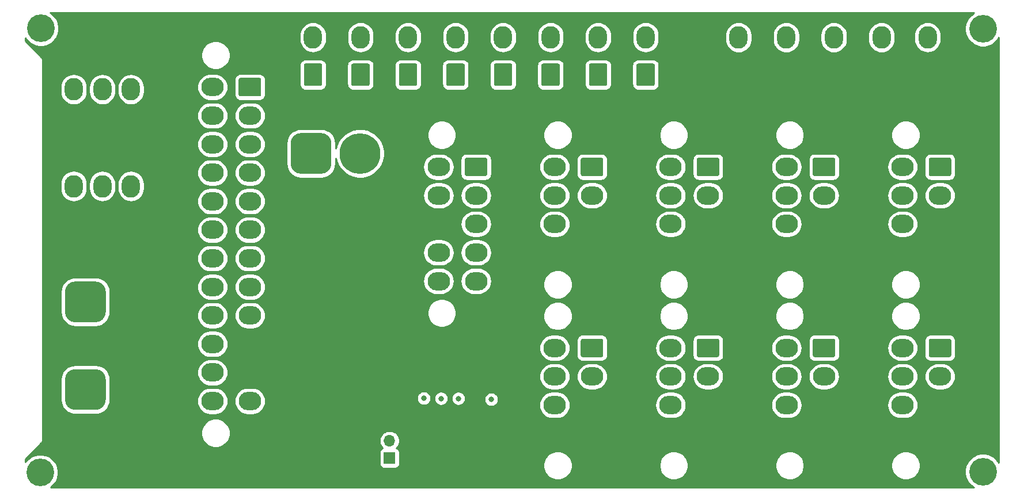
<source format=gbr>
%TF.GenerationSoftware,KiCad,Pcbnew,(5.1.12-1-10_14)*%
%TF.CreationDate,2021-11-27T15:53:19+11:00*%
%TF.ProjectId,ATX_PSU_Board,4154585f-5053-4555-9f42-6f6172642e6b,rev?*%
%TF.SameCoordinates,Original*%
%TF.FileFunction,Copper,L2,Inr*%
%TF.FilePolarity,Positive*%
%FSLAX46Y46*%
G04 Gerber Fmt 4.6, Leading zero omitted, Abs format (unit mm)*
G04 Created by KiCad (PCBNEW (5.1.12-1-10_14)) date 2021-11-27 15:53:19*
%MOMM*%
%LPD*%
G01*
G04 APERTURE LIST*
%TA.AperFunction,ComponentPad*%
%ADD10O,2.700000X3.300000*%
%TD*%
%TA.AperFunction,ComponentPad*%
%ADD11C,6.000000*%
%TD*%
%TA.AperFunction,ComponentPad*%
%ADD12O,3.300000X2.700000*%
%TD*%
%TA.AperFunction,ComponentPad*%
%ADD13O,1.700000X1.700000*%
%TD*%
%TA.AperFunction,ComponentPad*%
%ADD14R,1.700000X1.700000*%
%TD*%
%TA.AperFunction,ComponentPad*%
%ADD15C,4.064000*%
%TD*%
%TA.AperFunction,ViaPad*%
%ADD16C,0.800000*%
%TD*%
%TA.AperFunction,Conductor*%
%ADD17C,0.254000*%
%TD*%
%TA.AperFunction,Conductor*%
%ADD18C,0.100000*%
%TD*%
G04 APERTURE END LIST*
D10*
%TO.N,GND*%
%TO.C,J25*%
X43350000Y-79500000D03*
X47550000Y-79500000D03*
X51750000Y-79500000D03*
%TO.N,/+12V_SUPPLY*%
X43350000Y-85000000D03*
X47550000Y-85000000D03*
%TA.AperFunction,ComponentPad*%
G36*
G01*
X53100000Y-83600001D02*
X53100000Y-86399999D01*
G75*
G02*
X52849999Y-86650000I-250001J0D01*
G01*
X50650001Y-86650000D01*
G75*
G02*
X50400000Y-86399999I0J250001D01*
G01*
X50400000Y-83600001D01*
G75*
G02*
X50650001Y-83350000I250001J0D01*
G01*
X52849999Y-83350000D01*
G75*
G02*
X53100000Y-83600001I0J-250001D01*
G01*
G37*
%TD.AperFunction*%
%TD*%
%TO.N,GND*%
%TO.C,J26*%
X43350000Y-65250000D03*
X47550000Y-65250000D03*
X51750000Y-65250000D03*
%TO.N,/+12V_SUPPLY*%
X43350000Y-70750000D03*
X47550000Y-70750000D03*
%TA.AperFunction,ComponentPad*%
G36*
G01*
X53100000Y-69350001D02*
X53100000Y-72149999D01*
G75*
G02*
X52849999Y-72400000I-250001J0D01*
G01*
X50650001Y-72400000D01*
G75*
G02*
X50400000Y-72149999I0J250001D01*
G01*
X50400000Y-69350001D01*
G75*
G02*
X50650001Y-69100000I250001J0D01*
G01*
X52849999Y-69100000D01*
G75*
G02*
X53100000Y-69350001I0J-250001D01*
G01*
G37*
%TD.AperFunction*%
%TD*%
%TO.N,GND*%
%TO.C,J30*%
%TA.AperFunction,ComponentPad*%
G36*
G01*
X42055200Y-110926800D02*
X42055200Y-107926800D01*
G75*
G02*
X43555200Y-106426800I1500000J0D01*
G01*
X46555200Y-106426800D01*
G75*
G02*
X48055200Y-107926800I0J-1500000D01*
G01*
X48055200Y-110926800D01*
G75*
G02*
X46555200Y-112426800I-1500000J0D01*
G01*
X43555200Y-112426800D01*
G75*
G02*
X42055200Y-110926800I0J1500000D01*
G01*
G37*
%TD.AperFunction*%
D11*
%TO.N,/+12V_SUPPLY*%
X52255200Y-109426800D03*
%TD*%
%TO.N,GND*%
%TO.C,J29*%
%TA.AperFunction,ComponentPad*%
G36*
G01*
X42055200Y-98026400D02*
X42055200Y-95026400D01*
G75*
G02*
X43555200Y-93526400I1500000J0D01*
G01*
X46555200Y-93526400D01*
G75*
G02*
X48055200Y-95026400I0J-1500000D01*
G01*
X48055200Y-98026400D01*
G75*
G02*
X46555200Y-99526400I-1500000J0D01*
G01*
X43555200Y-99526400D01*
G75*
G02*
X42055200Y-98026400I0J1500000D01*
G01*
G37*
%TD.AperFunction*%
%TO.N,/+12V_SUPPLY*%
X52255200Y-96526400D03*
%TD*%
D10*
%TO.N,GND*%
%TO.C,J20*%
X168867600Y-57593600D03*
%TO.N,/+12V_SUPPLY*%
%TA.AperFunction,ComponentPad*%
G36*
G01*
X170217600Y-61693601D02*
X170217600Y-64493599D01*
G75*
G02*
X169967599Y-64743600I-250001J0D01*
G01*
X167767601Y-64743600D01*
G75*
G02*
X167517600Y-64493599I0J250001D01*
G01*
X167517600Y-61693601D01*
G75*
G02*
X167767601Y-61443600I250001J0D01*
G01*
X169967599Y-61443600D01*
G75*
G02*
X170217600Y-61693601I0J-250001D01*
G01*
G37*
%TD.AperFunction*%
%TD*%
D12*
%TO.N,/+12V_SUPPLY*%
%TO.C,J11*%
X165196400Y-115901800D03*
%TO.N,/+5V_SUPPLY*%
X165196400Y-111701800D03*
X165196400Y-107501800D03*
%TO.N,/+3.3V_SUPPLY*%
X165196400Y-103301800D03*
%TO.N,/+12V_SUPPLY*%
X170696400Y-115901800D03*
X170696400Y-111701800D03*
%TO.N,GND*%
X170696400Y-107501800D03*
%TA.AperFunction,ComponentPad*%
G36*
G01*
X169296401Y-101951800D02*
X172096399Y-101951800D01*
G75*
G02*
X172346400Y-102201801I0J-250001D01*
G01*
X172346400Y-104401799D01*
G75*
G02*
X172096399Y-104651800I-250001J0D01*
G01*
X169296401Y-104651800D01*
G75*
G02*
X169046400Y-104401799I0J250001D01*
G01*
X169046400Y-102201801D01*
G75*
G02*
X169296401Y-101951800I250001J0D01*
G01*
G37*
%TD.AperFunction*%
%TD*%
D10*
%TO.N,GND*%
%TO.C,J24*%
X141083632Y-57607200D03*
%TO.N,/+12V_SUPPLY*%
%TA.AperFunction,ComponentPad*%
G36*
G01*
X142433632Y-61707201D02*
X142433632Y-64507199D01*
G75*
G02*
X142183631Y-64757200I-250001J0D01*
G01*
X139983633Y-64757200D01*
G75*
G02*
X139733632Y-64507199I0J250001D01*
G01*
X139733632Y-61707201D01*
G75*
G02*
X139983633Y-61457200I250001J0D01*
G01*
X142183631Y-61457200D01*
G75*
G02*
X142433632Y-61707201I0J-250001D01*
G01*
G37*
%TD.AperFunction*%
%TD*%
%TO.N,GND*%
%TO.C,J23*%
X148086774Y-57607200D03*
%TO.N,/+12V_SUPPLY*%
%TA.AperFunction,ComponentPad*%
G36*
G01*
X149436774Y-61707201D02*
X149436774Y-64507199D01*
G75*
G02*
X149186773Y-64757200I-250001J0D01*
G01*
X146986775Y-64757200D01*
G75*
G02*
X146736774Y-64507199I0J250001D01*
G01*
X146736774Y-61707201D01*
G75*
G02*
X146986775Y-61457200I250001J0D01*
G01*
X149186773Y-61457200D01*
G75*
G02*
X149436774Y-61707201I0J-250001D01*
G01*
G37*
%TD.AperFunction*%
%TD*%
%TO.N,GND*%
%TO.C,J22*%
X155089916Y-57607200D03*
%TO.N,/+12V_SUPPLY*%
%TA.AperFunction,ComponentPad*%
G36*
G01*
X156439916Y-61707201D02*
X156439916Y-64507199D01*
G75*
G02*
X156189915Y-64757200I-250001J0D01*
G01*
X153989917Y-64757200D01*
G75*
G02*
X153739916Y-64507199I0J250001D01*
G01*
X153739916Y-61707201D01*
G75*
G02*
X153989917Y-61457200I250001J0D01*
G01*
X156189915Y-61457200D01*
G75*
G02*
X156439916Y-61707201I0J-250001D01*
G01*
G37*
%TD.AperFunction*%
%TD*%
%TO.N,GND*%
%TO.C,J21*%
X162093058Y-57607200D03*
%TO.N,/+12V_SUPPLY*%
%TA.AperFunction,ComponentPad*%
G36*
G01*
X163443058Y-61707201D02*
X163443058Y-64507199D01*
G75*
G02*
X163193057Y-64757200I-250001J0D01*
G01*
X160993059Y-64757200D01*
G75*
G02*
X160743058Y-64507199I0J250001D01*
G01*
X160743058Y-61707201D01*
G75*
G02*
X160993059Y-61457200I250001J0D01*
G01*
X163193057Y-61457200D01*
G75*
G02*
X163443058Y-61707201I0J-250001D01*
G01*
G37*
%TD.AperFunction*%
%TD*%
%TO.N,GND*%
%TO.C,J19*%
X127414800Y-57593600D03*
%TO.N,/+5V_SUPPLY*%
%TA.AperFunction,ComponentPad*%
G36*
G01*
X128764800Y-61693601D02*
X128764800Y-64493599D01*
G75*
G02*
X128514799Y-64743600I-250001J0D01*
G01*
X126314801Y-64743600D01*
G75*
G02*
X126064800Y-64493599I0J250001D01*
G01*
X126064800Y-61693601D01*
G75*
G02*
X126314801Y-61443600I250001J0D01*
G01*
X128514799Y-61443600D01*
G75*
G02*
X128764800Y-61693601I0J-250001D01*
G01*
G37*
%TD.AperFunction*%
%TD*%
%TO.N,GND*%
%TO.C,J18*%
X120429800Y-57593600D03*
%TO.N,/+5V_SUPPLY*%
%TA.AperFunction,ComponentPad*%
G36*
G01*
X121779800Y-61693601D02*
X121779800Y-64493599D01*
G75*
G02*
X121529799Y-64743600I-250001J0D01*
G01*
X119329801Y-64743600D01*
G75*
G02*
X119079800Y-64493599I0J250001D01*
G01*
X119079800Y-61693601D01*
G75*
G02*
X119329801Y-61443600I250001J0D01*
G01*
X121529799Y-61443600D01*
G75*
G02*
X121779800Y-61693601I0J-250001D01*
G01*
G37*
%TD.AperFunction*%
%TD*%
%TO.N,GND*%
%TO.C,J17*%
X113444800Y-57593600D03*
%TO.N,/+5V_SUPPLY*%
%TA.AperFunction,ComponentPad*%
G36*
G01*
X114794800Y-61693601D02*
X114794800Y-64493599D01*
G75*
G02*
X114544799Y-64743600I-250001J0D01*
G01*
X112344801Y-64743600D01*
G75*
G02*
X112094800Y-64493599I0J250001D01*
G01*
X112094800Y-61693601D01*
G75*
G02*
X112344801Y-61443600I250001J0D01*
G01*
X114544799Y-61443600D01*
G75*
G02*
X114794800Y-61693601I0J-250001D01*
G01*
G37*
%TD.AperFunction*%
%TD*%
%TO.N,GND*%
%TO.C,J16*%
X106459800Y-57593600D03*
%TO.N,/+5V_SUPPLY*%
%TA.AperFunction,ComponentPad*%
G36*
G01*
X107809800Y-61693601D02*
X107809800Y-64493599D01*
G75*
G02*
X107559799Y-64743600I-250001J0D01*
G01*
X105359801Y-64743600D01*
G75*
G02*
X105109800Y-64493599I0J250001D01*
G01*
X105109800Y-61693601D01*
G75*
G02*
X105359801Y-61443600I250001J0D01*
G01*
X107559799Y-61443600D01*
G75*
G02*
X107809800Y-61693601I0J-250001D01*
G01*
G37*
%TD.AperFunction*%
%TD*%
%TO.N,GND*%
%TO.C,J15*%
X99474800Y-57593600D03*
%TO.N,/+5V_SUPPLY*%
%TA.AperFunction,ComponentPad*%
G36*
G01*
X100824800Y-61693601D02*
X100824800Y-64493599D01*
G75*
G02*
X100574799Y-64743600I-250001J0D01*
G01*
X98374801Y-64743600D01*
G75*
G02*
X98124800Y-64493599I0J250001D01*
G01*
X98124800Y-61693601D01*
G75*
G02*
X98374801Y-61443600I250001J0D01*
G01*
X100574799Y-61443600D01*
G75*
G02*
X100824800Y-61693601I0J-250001D01*
G01*
G37*
%TD.AperFunction*%
%TD*%
%TO.N,GND*%
%TO.C,J14*%
X92489800Y-57593600D03*
%TO.N,/+5V_SUPPLY*%
%TA.AperFunction,ComponentPad*%
G36*
G01*
X93839800Y-61693601D02*
X93839800Y-64493599D01*
G75*
G02*
X93589799Y-64743600I-250001J0D01*
G01*
X91389801Y-64743600D01*
G75*
G02*
X91139800Y-64493599I0J250001D01*
G01*
X91139800Y-61693601D01*
G75*
G02*
X91389801Y-61443600I250001J0D01*
G01*
X93589799Y-61443600D01*
G75*
G02*
X93839800Y-61693601I0J-250001D01*
G01*
G37*
%TD.AperFunction*%
%TD*%
%TO.N,GND*%
%TO.C,J13*%
X85504800Y-57593600D03*
%TO.N,/+5V_SUPPLY*%
%TA.AperFunction,ComponentPad*%
G36*
G01*
X86854800Y-61693601D02*
X86854800Y-64493599D01*
G75*
G02*
X86604799Y-64743600I-250001J0D01*
G01*
X84404801Y-64743600D01*
G75*
G02*
X84154800Y-64493599I0J250001D01*
G01*
X84154800Y-61693601D01*
G75*
G02*
X84404801Y-61443600I250001J0D01*
G01*
X86604799Y-61443600D01*
G75*
G02*
X86854800Y-61693601I0J-250001D01*
G01*
G37*
%TD.AperFunction*%
%TD*%
%TO.N,GND*%
%TO.C,J12*%
X78519800Y-57593600D03*
%TO.N,/+5V_SUPPLY*%
%TA.AperFunction,ComponentPad*%
G36*
G01*
X79869800Y-61693601D02*
X79869800Y-64493599D01*
G75*
G02*
X79619799Y-64743600I-250001J0D01*
G01*
X77419801Y-64743600D01*
G75*
G02*
X77169800Y-64493599I0J250001D01*
G01*
X77169800Y-61693601D01*
G75*
G02*
X77419801Y-61443600I250001J0D01*
G01*
X79619799Y-61443600D01*
G75*
G02*
X79869800Y-61693601I0J-250001D01*
G01*
G37*
%TD.AperFunction*%
%TD*%
%TO.N,GND*%
%TO.C,J28*%
%TA.AperFunction,ComponentPad*%
G36*
G01*
X75228400Y-76176800D02*
X75228400Y-73176800D01*
G75*
G02*
X76728400Y-71676800I1500000J0D01*
G01*
X79728400Y-71676800D01*
G75*
G02*
X81228400Y-73176800I0J-1500000D01*
G01*
X81228400Y-76176800D01*
G75*
G02*
X79728400Y-77676800I-1500000J0D01*
G01*
X76728400Y-77676800D01*
G75*
G02*
X75228400Y-76176800I0J1500000D01*
G01*
G37*
%TD.AperFunction*%
D11*
%TO.N,/+5V_SUPPLY*%
X85428400Y-74676800D03*
%TD*%
D13*
%TO.N,GND*%
%TO.C,J1*%
X89772000Y-116967000D03*
D14*
%TO.N,/PS_ON*%
X89772000Y-119507000D03*
%TD*%
D12*
%TO.N,/+12V_SUPPLY*%
%TO.C,J5*%
X131091000Y-89264600D03*
%TO.N,/+5V_SUPPLY*%
X131091000Y-85064600D03*
X131091000Y-80864600D03*
%TO.N,/+3.3V_SUPPLY*%
X131091000Y-76664600D03*
%TO.N,/+12V_SUPPLY*%
X136591000Y-89264600D03*
X136591000Y-85064600D03*
%TO.N,GND*%
X136591000Y-80864600D03*
%TA.AperFunction,ComponentPad*%
G36*
G01*
X135191001Y-75314600D02*
X137990999Y-75314600D01*
G75*
G02*
X138241000Y-75564601I0J-250001D01*
G01*
X138241000Y-77764599D01*
G75*
G02*
X137990999Y-78014600I-250001J0D01*
G01*
X135191001Y-78014600D01*
G75*
G02*
X134941000Y-77764599I0J250001D01*
G01*
X134941000Y-75564601D01*
G75*
G02*
X135191001Y-75314600I250001J0D01*
G01*
G37*
%TD.AperFunction*%
%TD*%
%TO.N,/+12V_SUPPLY*%
%TO.C,J7*%
X165196400Y-89264600D03*
%TO.N,/+5V_SUPPLY*%
X165196400Y-85064600D03*
X165196400Y-80864600D03*
%TO.N,/+3.3V_SUPPLY*%
X165196400Y-76664600D03*
%TO.N,/+12V_SUPPLY*%
X170696400Y-89264600D03*
X170696400Y-85064600D03*
%TO.N,GND*%
X170696400Y-80864600D03*
%TA.AperFunction,ComponentPad*%
G36*
G01*
X169296401Y-75314600D02*
X172096399Y-75314600D01*
G75*
G02*
X172346400Y-75564601I0J-250001D01*
G01*
X172346400Y-77764599D01*
G75*
G02*
X172096399Y-78014600I-250001J0D01*
G01*
X169296401Y-78014600D01*
G75*
G02*
X169046400Y-77764599I0J250001D01*
G01*
X169046400Y-75564601D01*
G75*
G02*
X169296401Y-75314600I250001J0D01*
G01*
G37*
%TD.AperFunction*%
%TD*%
D15*
%TO.N,N/C*%
%TO.C,H4*%
X177000000Y-56337200D03*
%TD*%
%TO.N,N/C*%
%TO.C,H3*%
X38404800Y-121615200D03*
%TD*%
%TO.N,N/C*%
%TO.C,H2*%
X177000000Y-121500000D03*
%TD*%
%TO.N,N/C*%
%TO.C,H1*%
X38506400Y-56286400D03*
%TD*%
D12*
%TO.N,/+12V_SUPPLY*%
%TO.C,J10*%
X148143700Y-115901800D03*
%TO.N,/+5V_SUPPLY*%
X148143700Y-111701800D03*
X148143700Y-107501800D03*
%TO.N,/+3.3V_SUPPLY*%
X148143700Y-103301800D03*
%TO.N,/+12V_SUPPLY*%
X153643700Y-115901800D03*
X153643700Y-111701800D03*
%TO.N,GND*%
X153643700Y-107501800D03*
%TA.AperFunction,ComponentPad*%
G36*
G01*
X152243701Y-101951800D02*
X155043699Y-101951800D01*
G75*
G02*
X155293700Y-102201801I0J-250001D01*
G01*
X155293700Y-104401799D01*
G75*
G02*
X155043699Y-104651800I-250001J0D01*
G01*
X152243701Y-104651800D01*
G75*
G02*
X151993700Y-104401799I0J250001D01*
G01*
X151993700Y-102201801D01*
G75*
G02*
X152243701Y-101951800I250001J0D01*
G01*
G37*
%TD.AperFunction*%
%TD*%
%TO.N,/+12V_SUPPLY*%
%TO.C,J9*%
X131091000Y-115901800D03*
%TO.N,/+5V_SUPPLY*%
X131091000Y-111701800D03*
X131091000Y-107501800D03*
%TO.N,/+3.3V_SUPPLY*%
X131091000Y-103301800D03*
%TO.N,/+12V_SUPPLY*%
X136591000Y-115901800D03*
X136591000Y-111701800D03*
%TO.N,GND*%
X136591000Y-107501800D03*
%TA.AperFunction,ComponentPad*%
G36*
G01*
X135191001Y-101951800D02*
X137990999Y-101951800D01*
G75*
G02*
X138241000Y-102201801I0J-250001D01*
G01*
X138241000Y-104401799D01*
G75*
G02*
X137990999Y-104651800I-250001J0D01*
G01*
X135191001Y-104651800D01*
G75*
G02*
X134941000Y-104401799I0J250001D01*
G01*
X134941000Y-102201801D01*
G75*
G02*
X135191001Y-101951800I250001J0D01*
G01*
G37*
%TD.AperFunction*%
%TD*%
%TO.N,/+12V_SUPPLY*%
%TO.C,J8*%
X114038300Y-115901800D03*
%TO.N,/+5V_SUPPLY*%
X114038300Y-111701800D03*
X114038300Y-107501800D03*
%TO.N,/+3.3V_SUPPLY*%
X114038300Y-103301800D03*
%TO.N,/+12V_SUPPLY*%
X119538300Y-115901800D03*
X119538300Y-111701800D03*
%TO.N,GND*%
X119538300Y-107501800D03*
%TA.AperFunction,ComponentPad*%
G36*
G01*
X118138301Y-101951800D02*
X120938299Y-101951800D01*
G75*
G02*
X121188300Y-102201801I0J-250001D01*
G01*
X121188300Y-104401799D01*
G75*
G02*
X120938299Y-104651800I-250001J0D01*
G01*
X118138301Y-104651800D01*
G75*
G02*
X117888300Y-104401799I0J250001D01*
G01*
X117888300Y-102201801D01*
G75*
G02*
X118138301Y-101951800I250001J0D01*
G01*
G37*
%TD.AperFunction*%
%TD*%
%TO.N,/+12V_SUPPLY*%
%TO.C,J6*%
X148143700Y-89264600D03*
%TO.N,/+5V_SUPPLY*%
X148143700Y-85064600D03*
X148143700Y-80864600D03*
%TO.N,/+3.3V_SUPPLY*%
X148143700Y-76664600D03*
%TO.N,/+12V_SUPPLY*%
X153643700Y-89264600D03*
X153643700Y-85064600D03*
%TO.N,GND*%
X153643700Y-80864600D03*
%TA.AperFunction,ComponentPad*%
G36*
G01*
X152243701Y-75314600D02*
X155043699Y-75314600D01*
G75*
G02*
X155293700Y-75564601I0J-250001D01*
G01*
X155293700Y-77764599D01*
G75*
G02*
X155043699Y-78014600I-250001J0D01*
G01*
X152243701Y-78014600D01*
G75*
G02*
X151993700Y-77764599I0J250001D01*
G01*
X151993700Y-75564601D01*
G75*
G02*
X152243701Y-75314600I250001J0D01*
G01*
G37*
%TD.AperFunction*%
%TD*%
%TO.N,/+12V_SUPPLY*%
%TO.C,J4*%
X114038300Y-89264600D03*
%TO.N,/+5V_SUPPLY*%
X114038300Y-85064600D03*
X114038300Y-80864600D03*
%TO.N,/+3.3V_SUPPLY*%
X114038300Y-76664600D03*
%TO.N,/+12V_SUPPLY*%
X119538300Y-89264600D03*
X119538300Y-85064600D03*
%TO.N,GND*%
X119538300Y-80864600D03*
%TA.AperFunction,ComponentPad*%
G36*
G01*
X118138301Y-75314600D02*
X120938299Y-75314600D01*
G75*
G02*
X121188300Y-75564601I0J-250001D01*
G01*
X121188300Y-77764599D01*
G75*
G02*
X120938299Y-78014600I-250001J0D01*
G01*
X118138301Y-78014600D01*
G75*
G02*
X117888300Y-77764599I0J250001D01*
G01*
X117888300Y-75564601D01*
G75*
G02*
X118138301Y-75314600I250001J0D01*
G01*
G37*
%TD.AperFunction*%
%TD*%
%TO.N,GND*%
%TO.C,J3*%
X96985600Y-93464600D03*
X96985600Y-89264600D03*
%TO.N,/+12V_SUPPLY*%
X96985600Y-85064600D03*
%TO.N,/+5V_SUPPLY*%
X96985600Y-80864600D03*
X96985600Y-76664600D03*
%TO.N,GND*%
X102485600Y-93464600D03*
X102485600Y-89264600D03*
%TO.N,/+5V_SUPPLY*%
X102485600Y-85064600D03*
X102485600Y-80864600D03*
%TA.AperFunction,ComponentPad*%
G36*
G01*
X101085601Y-75314600D02*
X103885599Y-75314600D01*
G75*
G02*
X104135600Y-75564601I0J-250001D01*
G01*
X104135600Y-77764599D01*
G75*
G02*
X103885599Y-78014600I-250001J0D01*
G01*
X101085601Y-78014600D01*
G75*
G02*
X100835600Y-77764599I0J250001D01*
G01*
X100835600Y-75564601D01*
G75*
G02*
X101085601Y-75314600I250001J0D01*
G01*
G37*
%TD.AperFunction*%
%TD*%
%TO.N,GND*%
%TO.C,J2*%
X63748800Y-111122400D03*
%TO.N,/+5V_SUPPLY*%
X63748800Y-106922400D03*
X63748800Y-102722400D03*
X63748800Y-98522400D03*
%TO.N,Net-(J2-Pad20)*%
X63748800Y-94322400D03*
%TO.N,GND*%
X63748800Y-90122400D03*
X63748800Y-85922400D03*
X63748800Y-81722400D03*
%TO.N,/PS_ON*%
X63748800Y-77522400D03*
%TO.N,GND*%
X63748800Y-73322400D03*
%TO.N,Net-(J2-Pad14)*%
X63748800Y-69122400D03*
%TO.N,/+3.3V_SUPPLY*%
X63748800Y-64922400D03*
X69248800Y-111122400D03*
%TO.N,/+12V_SUPPLY*%
X69248800Y-106922400D03*
X69248800Y-102722400D03*
%TO.N,/+5VSB_SUPPLY*%
X69248800Y-98522400D03*
%TO.N,/PWR_OK*%
X69248800Y-94322400D03*
%TO.N,GND*%
X69248800Y-90122400D03*
%TO.N,/+5V_SUPPLY*%
X69248800Y-85922400D03*
%TO.N,GND*%
X69248800Y-81722400D03*
%TO.N,/+5V_SUPPLY*%
X69248800Y-77522400D03*
%TO.N,GND*%
X69248800Y-73322400D03*
%TO.N,/+3.3V_SUPPLY*%
X69248800Y-69122400D03*
%TA.AperFunction,ComponentPad*%
G36*
G01*
X67848801Y-63572400D02*
X70648799Y-63572400D01*
G75*
G02*
X70898800Y-63822401I0J-250001D01*
G01*
X70898800Y-66022399D01*
G75*
G02*
X70648799Y-66272400I-250001J0D01*
G01*
X67848801Y-66272400D01*
G75*
G02*
X67598800Y-66022399I0J250001D01*
G01*
X67598800Y-63822401D01*
G75*
G02*
X67848801Y-63572400I250001J0D01*
G01*
G37*
%TD.AperFunction*%
%TD*%
D16*
%TO.N,/+5V_SUPPLY*%
X97346000Y-110737600D03*
%TO.N,/+3.3V_SUPPLY*%
X99886000Y-110737600D03*
%TO.N,/+12V_SUPPLY*%
X102426000Y-110737600D03*
%TO.N,/+5VSB_SUPPLY*%
X94806000Y-110698000D03*
%TO.N,/PWR_OK*%
X104750000Y-110863000D03*
%TD*%
D17*
%TO.N,/+12V_SUPPLY*%
X175299887Y-54265606D02*
X174928406Y-54637087D01*
X174636536Y-55073902D01*
X174435492Y-55559265D01*
X174333000Y-56074523D01*
X174333000Y-56599877D01*
X174435492Y-57115135D01*
X174636536Y-57600498D01*
X174928406Y-58037313D01*
X175299887Y-58408794D01*
X175736702Y-58700664D01*
X176222065Y-58901708D01*
X176737323Y-59004200D01*
X177262677Y-59004200D01*
X177777935Y-58901708D01*
X178263298Y-58700664D01*
X178700113Y-58408794D01*
X179071594Y-58037313D01*
X179340001Y-57635613D01*
X179340000Y-120201586D01*
X179071594Y-119799887D01*
X178700113Y-119428406D01*
X178263298Y-119136536D01*
X177777935Y-118935492D01*
X177262677Y-118833000D01*
X176737323Y-118833000D01*
X176222065Y-118935492D01*
X175736702Y-119136536D01*
X175299887Y-119428406D01*
X174928406Y-119799887D01*
X174636536Y-120236702D01*
X174435492Y-120722065D01*
X174333000Y-121237323D01*
X174333000Y-121762677D01*
X174435492Y-122277935D01*
X174636536Y-122763298D01*
X174928406Y-123200113D01*
X175299887Y-123571594D01*
X175641721Y-123800000D01*
X39935488Y-123800000D01*
X40104913Y-123686794D01*
X40476394Y-123315313D01*
X40768264Y-122878498D01*
X40969308Y-122393135D01*
X41071800Y-121877877D01*
X41071800Y-121352523D01*
X40969308Y-120837265D01*
X40768264Y-120351902D01*
X40476394Y-119915087D01*
X40104913Y-119543606D01*
X39668098Y-119251736D01*
X39182735Y-119050692D01*
X38667477Y-118948200D01*
X38142123Y-118948200D01*
X37626865Y-119050692D01*
X37141502Y-119251736D01*
X36704687Y-119543606D01*
X36333206Y-119915087D01*
X36220000Y-120084512D01*
X36220000Y-119653380D01*
X37216380Y-118657000D01*
X88283928Y-118657000D01*
X88283928Y-120357000D01*
X88296188Y-120481482D01*
X88332498Y-120601180D01*
X88391463Y-120711494D01*
X88470815Y-120808185D01*
X88567506Y-120887537D01*
X88677820Y-120946502D01*
X88797518Y-120982812D01*
X88922000Y-120995072D01*
X90622000Y-120995072D01*
X90746482Y-120982812D01*
X90866180Y-120946502D01*
X90976494Y-120887537D01*
X91073185Y-120808185D01*
X91152537Y-120711494D01*
X91211502Y-120601180D01*
X91247812Y-120481482D01*
X91256672Y-120391521D01*
X112363300Y-120391521D01*
X112363300Y-120812079D01*
X112445347Y-121224556D01*
X112606288Y-121613102D01*
X112839937Y-121962783D01*
X113137317Y-122260163D01*
X113486998Y-122493812D01*
X113875544Y-122654753D01*
X114288021Y-122736800D01*
X114708579Y-122736800D01*
X115121056Y-122654753D01*
X115509602Y-122493812D01*
X115859283Y-122260163D01*
X116156663Y-121962783D01*
X116390312Y-121613102D01*
X116551253Y-121224556D01*
X116633300Y-120812079D01*
X116633300Y-120391521D01*
X129416000Y-120391521D01*
X129416000Y-120812079D01*
X129498047Y-121224556D01*
X129658988Y-121613102D01*
X129892637Y-121962783D01*
X130190017Y-122260163D01*
X130539698Y-122493812D01*
X130928244Y-122654753D01*
X131340721Y-122736800D01*
X131761279Y-122736800D01*
X132173756Y-122654753D01*
X132562302Y-122493812D01*
X132911983Y-122260163D01*
X133209363Y-121962783D01*
X133443012Y-121613102D01*
X133603953Y-121224556D01*
X133686000Y-120812079D01*
X133686000Y-120391521D01*
X146468700Y-120391521D01*
X146468700Y-120812079D01*
X146550747Y-121224556D01*
X146711688Y-121613102D01*
X146945337Y-121962783D01*
X147242717Y-122260163D01*
X147592398Y-122493812D01*
X147980944Y-122654753D01*
X148393421Y-122736800D01*
X148813979Y-122736800D01*
X149226456Y-122654753D01*
X149615002Y-122493812D01*
X149964683Y-122260163D01*
X150262063Y-121962783D01*
X150495712Y-121613102D01*
X150656653Y-121224556D01*
X150738700Y-120812079D01*
X150738700Y-120391521D01*
X163521400Y-120391521D01*
X163521400Y-120812079D01*
X163603447Y-121224556D01*
X163764388Y-121613102D01*
X163998037Y-121962783D01*
X164295417Y-122260163D01*
X164645098Y-122493812D01*
X165033644Y-122654753D01*
X165446121Y-122736800D01*
X165866679Y-122736800D01*
X166279156Y-122654753D01*
X166667702Y-122493812D01*
X167017383Y-122260163D01*
X167314763Y-121962783D01*
X167548412Y-121613102D01*
X167709353Y-121224556D01*
X167791400Y-120812079D01*
X167791400Y-120391521D01*
X167709353Y-119979044D01*
X167548412Y-119590498D01*
X167314763Y-119240817D01*
X167017383Y-118943437D01*
X166667702Y-118709788D01*
X166279156Y-118548847D01*
X165866679Y-118466800D01*
X165446121Y-118466800D01*
X165033644Y-118548847D01*
X164645098Y-118709788D01*
X164295417Y-118943437D01*
X163998037Y-119240817D01*
X163764388Y-119590498D01*
X163603447Y-119979044D01*
X163521400Y-120391521D01*
X150738700Y-120391521D01*
X150656653Y-119979044D01*
X150495712Y-119590498D01*
X150262063Y-119240817D01*
X149964683Y-118943437D01*
X149615002Y-118709788D01*
X149226456Y-118548847D01*
X148813979Y-118466800D01*
X148393421Y-118466800D01*
X147980944Y-118548847D01*
X147592398Y-118709788D01*
X147242717Y-118943437D01*
X146945337Y-119240817D01*
X146711688Y-119590498D01*
X146550747Y-119979044D01*
X146468700Y-120391521D01*
X133686000Y-120391521D01*
X133603953Y-119979044D01*
X133443012Y-119590498D01*
X133209363Y-119240817D01*
X132911983Y-118943437D01*
X132562302Y-118709788D01*
X132173756Y-118548847D01*
X131761279Y-118466800D01*
X131340721Y-118466800D01*
X130928244Y-118548847D01*
X130539698Y-118709788D01*
X130190017Y-118943437D01*
X129892637Y-119240817D01*
X129658988Y-119590498D01*
X129498047Y-119979044D01*
X129416000Y-120391521D01*
X116633300Y-120391521D01*
X116551253Y-119979044D01*
X116390312Y-119590498D01*
X116156663Y-119240817D01*
X115859283Y-118943437D01*
X115509602Y-118709788D01*
X115121056Y-118548847D01*
X114708579Y-118466800D01*
X114288021Y-118466800D01*
X113875544Y-118548847D01*
X113486998Y-118709788D01*
X113137317Y-118943437D01*
X112839937Y-119240817D01*
X112606288Y-119590498D01*
X112445347Y-119979044D01*
X112363300Y-120391521D01*
X91256672Y-120391521D01*
X91260072Y-120357000D01*
X91260072Y-118657000D01*
X91247812Y-118532518D01*
X91211502Y-118412820D01*
X91152537Y-118302506D01*
X91073185Y-118205815D01*
X90976494Y-118126463D01*
X90866180Y-118067498D01*
X90793620Y-118045487D01*
X90925475Y-117913632D01*
X91087990Y-117670411D01*
X91199932Y-117400158D01*
X91257000Y-117113260D01*
X91257000Y-116820740D01*
X91199932Y-116533842D01*
X91087990Y-116263589D01*
X90925475Y-116020368D01*
X90718632Y-115813525D01*
X90475411Y-115651010D01*
X90205158Y-115539068D01*
X89918260Y-115482000D01*
X89625740Y-115482000D01*
X89338842Y-115539068D01*
X89068589Y-115651010D01*
X88825368Y-115813525D01*
X88618525Y-116020368D01*
X88456010Y-116263589D01*
X88344068Y-116533842D01*
X88287000Y-116820740D01*
X88287000Y-117113260D01*
X88344068Y-117400158D01*
X88456010Y-117670411D01*
X88618525Y-117913632D01*
X88750380Y-118045487D01*
X88677820Y-118067498D01*
X88567506Y-118126463D01*
X88470815Y-118205815D01*
X88391463Y-118302506D01*
X88332498Y-118412820D01*
X88296188Y-118532518D01*
X88283928Y-118657000D01*
X37216380Y-118657000D01*
X38543769Y-117329612D01*
X38568948Y-117308948D01*
X38651425Y-117208450D01*
X38712710Y-117093793D01*
X38750450Y-116969383D01*
X38760000Y-116872419D01*
X38760000Y-116872410D01*
X38763192Y-116840001D01*
X38760000Y-116807592D01*
X38760000Y-115612121D01*
X62073800Y-115612121D01*
X62073800Y-116032679D01*
X62155847Y-116445156D01*
X62316788Y-116833702D01*
X62550437Y-117183383D01*
X62847817Y-117480763D01*
X63197498Y-117714412D01*
X63586044Y-117875353D01*
X63998521Y-117957400D01*
X64419079Y-117957400D01*
X64831556Y-117875353D01*
X65220102Y-117714412D01*
X65569783Y-117480763D01*
X65867163Y-117183383D01*
X66100812Y-116833702D01*
X66261753Y-116445156D01*
X66343800Y-116032679D01*
X66343800Y-115612121D01*
X66261753Y-115199644D01*
X66100812Y-114811098D01*
X65867163Y-114461417D01*
X65569783Y-114164037D01*
X65220102Y-113930388D01*
X64831556Y-113769447D01*
X64419079Y-113687400D01*
X63998521Y-113687400D01*
X63586044Y-113769447D01*
X63197498Y-113930388D01*
X62847817Y-114164037D01*
X62550437Y-114461417D01*
X62316788Y-114811098D01*
X62155847Y-115199644D01*
X62073800Y-115612121D01*
X38760000Y-115612121D01*
X38760000Y-107926800D01*
X41417128Y-107926800D01*
X41417128Y-110926800D01*
X41458210Y-111343917D01*
X41579879Y-111745005D01*
X41777458Y-112114649D01*
X42043355Y-112438645D01*
X42367351Y-112704542D01*
X42736995Y-112902121D01*
X43138083Y-113023790D01*
X43555200Y-113064872D01*
X46555200Y-113064872D01*
X46972317Y-113023790D01*
X47373405Y-112902121D01*
X47743049Y-112704542D01*
X48067045Y-112438645D01*
X48332942Y-112114649D01*
X48530521Y-111745005D01*
X48652190Y-111343917D01*
X48674007Y-111122400D01*
X61454196Y-111122400D01*
X61492522Y-111511528D01*
X61606026Y-111885702D01*
X61790347Y-112230543D01*
X62038402Y-112532798D01*
X62340657Y-112780853D01*
X62685498Y-112965174D01*
X63059672Y-113078678D01*
X63351290Y-113107400D01*
X64146310Y-113107400D01*
X64437928Y-113078678D01*
X64812102Y-112965174D01*
X65156943Y-112780853D01*
X65459198Y-112532798D01*
X65707253Y-112230543D01*
X65891574Y-111885702D01*
X66005078Y-111511528D01*
X66043404Y-111122400D01*
X66954196Y-111122400D01*
X66992522Y-111511528D01*
X67106026Y-111885702D01*
X67290347Y-112230543D01*
X67538402Y-112532798D01*
X67840657Y-112780853D01*
X68185498Y-112965174D01*
X68559672Y-113078678D01*
X68851290Y-113107400D01*
X69646310Y-113107400D01*
X69937928Y-113078678D01*
X70312102Y-112965174D01*
X70656943Y-112780853D01*
X70959198Y-112532798D01*
X71207253Y-112230543D01*
X71391574Y-111885702D01*
X71505078Y-111511528D01*
X71543404Y-111122400D01*
X71505078Y-110733272D01*
X71463456Y-110596061D01*
X93771000Y-110596061D01*
X93771000Y-110799939D01*
X93810774Y-110999898D01*
X93888795Y-111188256D01*
X94002063Y-111357774D01*
X94146226Y-111501937D01*
X94315744Y-111615205D01*
X94504102Y-111693226D01*
X94704061Y-111733000D01*
X94907939Y-111733000D01*
X95107898Y-111693226D01*
X95296256Y-111615205D01*
X95465774Y-111501937D01*
X95609937Y-111357774D01*
X95723205Y-111188256D01*
X95801226Y-110999898D01*
X95841000Y-110799939D01*
X95841000Y-110635661D01*
X96311000Y-110635661D01*
X96311000Y-110839539D01*
X96350774Y-111039498D01*
X96428795Y-111227856D01*
X96542063Y-111397374D01*
X96686226Y-111541537D01*
X96855744Y-111654805D01*
X97044102Y-111732826D01*
X97244061Y-111772600D01*
X97447939Y-111772600D01*
X97647898Y-111732826D01*
X97836256Y-111654805D01*
X98005774Y-111541537D01*
X98149937Y-111397374D01*
X98263205Y-111227856D01*
X98341226Y-111039498D01*
X98381000Y-110839539D01*
X98381000Y-110635661D01*
X98851000Y-110635661D01*
X98851000Y-110839539D01*
X98890774Y-111039498D01*
X98968795Y-111227856D01*
X99082063Y-111397374D01*
X99226226Y-111541537D01*
X99395744Y-111654805D01*
X99584102Y-111732826D01*
X99784061Y-111772600D01*
X99987939Y-111772600D01*
X100187898Y-111732826D01*
X100376256Y-111654805D01*
X100545774Y-111541537D01*
X100689937Y-111397374D01*
X100803205Y-111227856D01*
X100881226Y-111039498D01*
X100921000Y-110839539D01*
X100921000Y-110761061D01*
X103715000Y-110761061D01*
X103715000Y-110964939D01*
X103754774Y-111164898D01*
X103832795Y-111353256D01*
X103946063Y-111522774D01*
X104090226Y-111666937D01*
X104259744Y-111780205D01*
X104448102Y-111858226D01*
X104648061Y-111898000D01*
X104851939Y-111898000D01*
X105051898Y-111858226D01*
X105240256Y-111780205D01*
X105357597Y-111701800D01*
X111743696Y-111701800D01*
X111782022Y-112090928D01*
X111895526Y-112465102D01*
X112079847Y-112809943D01*
X112327902Y-113112198D01*
X112630157Y-113360253D01*
X112974998Y-113544574D01*
X113349172Y-113658078D01*
X113640790Y-113686800D01*
X114435810Y-113686800D01*
X114727428Y-113658078D01*
X115101602Y-113544574D01*
X115446443Y-113360253D01*
X115748698Y-113112198D01*
X115996753Y-112809943D01*
X116181074Y-112465102D01*
X116294578Y-112090928D01*
X116332904Y-111701800D01*
X128796396Y-111701800D01*
X128834722Y-112090928D01*
X128948226Y-112465102D01*
X129132547Y-112809943D01*
X129380602Y-113112198D01*
X129682857Y-113360253D01*
X130027698Y-113544574D01*
X130401872Y-113658078D01*
X130693490Y-113686800D01*
X131488510Y-113686800D01*
X131780128Y-113658078D01*
X132154302Y-113544574D01*
X132499143Y-113360253D01*
X132801398Y-113112198D01*
X133049453Y-112809943D01*
X133233774Y-112465102D01*
X133347278Y-112090928D01*
X133385604Y-111701800D01*
X145849096Y-111701800D01*
X145887422Y-112090928D01*
X146000926Y-112465102D01*
X146185247Y-112809943D01*
X146433302Y-113112198D01*
X146735557Y-113360253D01*
X147080398Y-113544574D01*
X147454572Y-113658078D01*
X147746190Y-113686800D01*
X148541210Y-113686800D01*
X148832828Y-113658078D01*
X149207002Y-113544574D01*
X149551843Y-113360253D01*
X149854098Y-113112198D01*
X150102153Y-112809943D01*
X150286474Y-112465102D01*
X150399978Y-112090928D01*
X150438304Y-111701800D01*
X162901796Y-111701800D01*
X162940122Y-112090928D01*
X163053626Y-112465102D01*
X163237947Y-112809943D01*
X163486002Y-113112198D01*
X163788257Y-113360253D01*
X164133098Y-113544574D01*
X164507272Y-113658078D01*
X164798890Y-113686800D01*
X165593910Y-113686800D01*
X165885528Y-113658078D01*
X166259702Y-113544574D01*
X166604543Y-113360253D01*
X166906798Y-113112198D01*
X167154853Y-112809943D01*
X167339174Y-112465102D01*
X167452678Y-112090928D01*
X167491004Y-111701800D01*
X167452678Y-111312672D01*
X167339174Y-110938498D01*
X167154853Y-110593657D01*
X166906798Y-110291402D01*
X166604543Y-110043347D01*
X166259702Y-109859026D01*
X165885528Y-109745522D01*
X165593910Y-109716800D01*
X164798890Y-109716800D01*
X164507272Y-109745522D01*
X164133098Y-109859026D01*
X163788257Y-110043347D01*
X163486002Y-110291402D01*
X163237947Y-110593657D01*
X163053626Y-110938498D01*
X162940122Y-111312672D01*
X162901796Y-111701800D01*
X150438304Y-111701800D01*
X150399978Y-111312672D01*
X150286474Y-110938498D01*
X150102153Y-110593657D01*
X149854098Y-110291402D01*
X149551843Y-110043347D01*
X149207002Y-109859026D01*
X148832828Y-109745522D01*
X148541210Y-109716800D01*
X147746190Y-109716800D01*
X147454572Y-109745522D01*
X147080398Y-109859026D01*
X146735557Y-110043347D01*
X146433302Y-110291402D01*
X146185247Y-110593657D01*
X146000926Y-110938498D01*
X145887422Y-111312672D01*
X145849096Y-111701800D01*
X133385604Y-111701800D01*
X133347278Y-111312672D01*
X133233774Y-110938498D01*
X133049453Y-110593657D01*
X132801398Y-110291402D01*
X132499143Y-110043347D01*
X132154302Y-109859026D01*
X131780128Y-109745522D01*
X131488510Y-109716800D01*
X130693490Y-109716800D01*
X130401872Y-109745522D01*
X130027698Y-109859026D01*
X129682857Y-110043347D01*
X129380602Y-110291402D01*
X129132547Y-110593657D01*
X128948226Y-110938498D01*
X128834722Y-111312672D01*
X128796396Y-111701800D01*
X116332904Y-111701800D01*
X116294578Y-111312672D01*
X116181074Y-110938498D01*
X115996753Y-110593657D01*
X115748698Y-110291402D01*
X115446443Y-110043347D01*
X115101602Y-109859026D01*
X114727428Y-109745522D01*
X114435810Y-109716800D01*
X113640790Y-109716800D01*
X113349172Y-109745522D01*
X112974998Y-109859026D01*
X112630157Y-110043347D01*
X112327902Y-110291402D01*
X112079847Y-110593657D01*
X111895526Y-110938498D01*
X111782022Y-111312672D01*
X111743696Y-111701800D01*
X105357597Y-111701800D01*
X105409774Y-111666937D01*
X105553937Y-111522774D01*
X105667205Y-111353256D01*
X105745226Y-111164898D01*
X105785000Y-110964939D01*
X105785000Y-110761061D01*
X105745226Y-110561102D01*
X105667205Y-110372744D01*
X105553937Y-110203226D01*
X105409774Y-110059063D01*
X105240256Y-109945795D01*
X105051898Y-109867774D01*
X104851939Y-109828000D01*
X104648061Y-109828000D01*
X104448102Y-109867774D01*
X104259744Y-109945795D01*
X104090226Y-110059063D01*
X103946063Y-110203226D01*
X103832795Y-110372744D01*
X103754774Y-110561102D01*
X103715000Y-110761061D01*
X100921000Y-110761061D01*
X100921000Y-110635661D01*
X100881226Y-110435702D01*
X100803205Y-110247344D01*
X100689937Y-110077826D01*
X100545774Y-109933663D01*
X100376256Y-109820395D01*
X100187898Y-109742374D01*
X99987939Y-109702600D01*
X99784061Y-109702600D01*
X99584102Y-109742374D01*
X99395744Y-109820395D01*
X99226226Y-109933663D01*
X99082063Y-110077826D01*
X98968795Y-110247344D01*
X98890774Y-110435702D01*
X98851000Y-110635661D01*
X98381000Y-110635661D01*
X98341226Y-110435702D01*
X98263205Y-110247344D01*
X98149937Y-110077826D01*
X98005774Y-109933663D01*
X97836256Y-109820395D01*
X97647898Y-109742374D01*
X97447939Y-109702600D01*
X97244061Y-109702600D01*
X97044102Y-109742374D01*
X96855744Y-109820395D01*
X96686226Y-109933663D01*
X96542063Y-110077826D01*
X96428795Y-110247344D01*
X96350774Y-110435702D01*
X96311000Y-110635661D01*
X95841000Y-110635661D01*
X95841000Y-110596061D01*
X95801226Y-110396102D01*
X95723205Y-110207744D01*
X95609937Y-110038226D01*
X95465774Y-109894063D01*
X95296256Y-109780795D01*
X95107898Y-109702774D01*
X94907939Y-109663000D01*
X94704061Y-109663000D01*
X94504102Y-109702774D01*
X94315744Y-109780795D01*
X94146226Y-109894063D01*
X94002063Y-110038226D01*
X93888795Y-110207744D01*
X93810774Y-110396102D01*
X93771000Y-110596061D01*
X71463456Y-110596061D01*
X71391574Y-110359098D01*
X71207253Y-110014257D01*
X70959198Y-109712002D01*
X70656943Y-109463947D01*
X70312102Y-109279626D01*
X69937928Y-109166122D01*
X69646310Y-109137400D01*
X68851290Y-109137400D01*
X68559672Y-109166122D01*
X68185498Y-109279626D01*
X67840657Y-109463947D01*
X67538402Y-109712002D01*
X67290347Y-110014257D01*
X67106026Y-110359098D01*
X66992522Y-110733272D01*
X66954196Y-111122400D01*
X66043404Y-111122400D01*
X66005078Y-110733272D01*
X65891574Y-110359098D01*
X65707253Y-110014257D01*
X65459198Y-109712002D01*
X65156943Y-109463947D01*
X64812102Y-109279626D01*
X64437928Y-109166122D01*
X64146310Y-109137400D01*
X63351290Y-109137400D01*
X63059672Y-109166122D01*
X62685498Y-109279626D01*
X62340657Y-109463947D01*
X62038402Y-109712002D01*
X61790347Y-110014257D01*
X61606026Y-110359098D01*
X61492522Y-110733272D01*
X61454196Y-111122400D01*
X48674007Y-111122400D01*
X48693272Y-110926800D01*
X48693272Y-107926800D01*
X48652190Y-107509683D01*
X48530521Y-107108595D01*
X48430998Y-106922400D01*
X61454196Y-106922400D01*
X61492522Y-107311528D01*
X61606026Y-107685702D01*
X61790347Y-108030543D01*
X62038402Y-108332798D01*
X62340657Y-108580853D01*
X62685498Y-108765174D01*
X63059672Y-108878678D01*
X63351290Y-108907400D01*
X64146310Y-108907400D01*
X64437928Y-108878678D01*
X64812102Y-108765174D01*
X65156943Y-108580853D01*
X65459198Y-108332798D01*
X65707253Y-108030543D01*
X65891574Y-107685702D01*
X65947359Y-107501800D01*
X111743696Y-107501800D01*
X111782022Y-107890928D01*
X111895526Y-108265102D01*
X112079847Y-108609943D01*
X112327902Y-108912198D01*
X112630157Y-109160253D01*
X112974998Y-109344574D01*
X113349172Y-109458078D01*
X113640790Y-109486800D01*
X114435810Y-109486800D01*
X114727428Y-109458078D01*
X115101602Y-109344574D01*
X115446443Y-109160253D01*
X115748698Y-108912198D01*
X115996753Y-108609943D01*
X116181074Y-108265102D01*
X116294578Y-107890928D01*
X116332904Y-107501800D01*
X117243696Y-107501800D01*
X117282022Y-107890928D01*
X117395526Y-108265102D01*
X117579847Y-108609943D01*
X117827902Y-108912198D01*
X118130157Y-109160253D01*
X118474998Y-109344574D01*
X118849172Y-109458078D01*
X119140790Y-109486800D01*
X119935810Y-109486800D01*
X120227428Y-109458078D01*
X120601602Y-109344574D01*
X120946443Y-109160253D01*
X121248698Y-108912198D01*
X121496753Y-108609943D01*
X121681074Y-108265102D01*
X121794578Y-107890928D01*
X121832904Y-107501800D01*
X128796396Y-107501800D01*
X128834722Y-107890928D01*
X128948226Y-108265102D01*
X129132547Y-108609943D01*
X129380602Y-108912198D01*
X129682857Y-109160253D01*
X130027698Y-109344574D01*
X130401872Y-109458078D01*
X130693490Y-109486800D01*
X131488510Y-109486800D01*
X131780128Y-109458078D01*
X132154302Y-109344574D01*
X132499143Y-109160253D01*
X132801398Y-108912198D01*
X133049453Y-108609943D01*
X133233774Y-108265102D01*
X133347278Y-107890928D01*
X133385604Y-107501800D01*
X134296396Y-107501800D01*
X134334722Y-107890928D01*
X134448226Y-108265102D01*
X134632547Y-108609943D01*
X134880602Y-108912198D01*
X135182857Y-109160253D01*
X135527698Y-109344574D01*
X135901872Y-109458078D01*
X136193490Y-109486800D01*
X136988510Y-109486800D01*
X137280128Y-109458078D01*
X137654302Y-109344574D01*
X137999143Y-109160253D01*
X138301398Y-108912198D01*
X138549453Y-108609943D01*
X138733774Y-108265102D01*
X138847278Y-107890928D01*
X138885604Y-107501800D01*
X145849096Y-107501800D01*
X145887422Y-107890928D01*
X146000926Y-108265102D01*
X146185247Y-108609943D01*
X146433302Y-108912198D01*
X146735557Y-109160253D01*
X147080398Y-109344574D01*
X147454572Y-109458078D01*
X147746190Y-109486800D01*
X148541210Y-109486800D01*
X148832828Y-109458078D01*
X149207002Y-109344574D01*
X149551843Y-109160253D01*
X149854098Y-108912198D01*
X150102153Y-108609943D01*
X150286474Y-108265102D01*
X150399978Y-107890928D01*
X150438304Y-107501800D01*
X151349096Y-107501800D01*
X151387422Y-107890928D01*
X151500926Y-108265102D01*
X151685247Y-108609943D01*
X151933302Y-108912198D01*
X152235557Y-109160253D01*
X152580398Y-109344574D01*
X152954572Y-109458078D01*
X153246190Y-109486800D01*
X154041210Y-109486800D01*
X154332828Y-109458078D01*
X154707002Y-109344574D01*
X155051843Y-109160253D01*
X155354098Y-108912198D01*
X155602153Y-108609943D01*
X155786474Y-108265102D01*
X155899978Y-107890928D01*
X155938304Y-107501800D01*
X162901796Y-107501800D01*
X162940122Y-107890928D01*
X163053626Y-108265102D01*
X163237947Y-108609943D01*
X163486002Y-108912198D01*
X163788257Y-109160253D01*
X164133098Y-109344574D01*
X164507272Y-109458078D01*
X164798890Y-109486800D01*
X165593910Y-109486800D01*
X165885528Y-109458078D01*
X166259702Y-109344574D01*
X166604543Y-109160253D01*
X166906798Y-108912198D01*
X167154853Y-108609943D01*
X167339174Y-108265102D01*
X167452678Y-107890928D01*
X167491004Y-107501800D01*
X168401796Y-107501800D01*
X168440122Y-107890928D01*
X168553626Y-108265102D01*
X168737947Y-108609943D01*
X168986002Y-108912198D01*
X169288257Y-109160253D01*
X169633098Y-109344574D01*
X170007272Y-109458078D01*
X170298890Y-109486800D01*
X171093910Y-109486800D01*
X171385528Y-109458078D01*
X171759702Y-109344574D01*
X172104543Y-109160253D01*
X172406798Y-108912198D01*
X172654853Y-108609943D01*
X172839174Y-108265102D01*
X172952678Y-107890928D01*
X172991004Y-107501800D01*
X172952678Y-107112672D01*
X172839174Y-106738498D01*
X172654853Y-106393657D01*
X172406798Y-106091402D01*
X172104543Y-105843347D01*
X171759702Y-105659026D01*
X171385528Y-105545522D01*
X171093910Y-105516800D01*
X170298890Y-105516800D01*
X170007272Y-105545522D01*
X169633098Y-105659026D01*
X169288257Y-105843347D01*
X168986002Y-106091402D01*
X168737947Y-106393657D01*
X168553626Y-106738498D01*
X168440122Y-107112672D01*
X168401796Y-107501800D01*
X167491004Y-107501800D01*
X167452678Y-107112672D01*
X167339174Y-106738498D01*
X167154853Y-106393657D01*
X166906798Y-106091402D01*
X166604543Y-105843347D01*
X166259702Y-105659026D01*
X165885528Y-105545522D01*
X165593910Y-105516800D01*
X164798890Y-105516800D01*
X164507272Y-105545522D01*
X164133098Y-105659026D01*
X163788257Y-105843347D01*
X163486002Y-106091402D01*
X163237947Y-106393657D01*
X163053626Y-106738498D01*
X162940122Y-107112672D01*
X162901796Y-107501800D01*
X155938304Y-107501800D01*
X155899978Y-107112672D01*
X155786474Y-106738498D01*
X155602153Y-106393657D01*
X155354098Y-106091402D01*
X155051843Y-105843347D01*
X154707002Y-105659026D01*
X154332828Y-105545522D01*
X154041210Y-105516800D01*
X153246190Y-105516800D01*
X152954572Y-105545522D01*
X152580398Y-105659026D01*
X152235557Y-105843347D01*
X151933302Y-106091402D01*
X151685247Y-106393657D01*
X151500926Y-106738498D01*
X151387422Y-107112672D01*
X151349096Y-107501800D01*
X150438304Y-107501800D01*
X150399978Y-107112672D01*
X150286474Y-106738498D01*
X150102153Y-106393657D01*
X149854098Y-106091402D01*
X149551843Y-105843347D01*
X149207002Y-105659026D01*
X148832828Y-105545522D01*
X148541210Y-105516800D01*
X147746190Y-105516800D01*
X147454572Y-105545522D01*
X147080398Y-105659026D01*
X146735557Y-105843347D01*
X146433302Y-106091402D01*
X146185247Y-106393657D01*
X146000926Y-106738498D01*
X145887422Y-107112672D01*
X145849096Y-107501800D01*
X138885604Y-107501800D01*
X138847278Y-107112672D01*
X138733774Y-106738498D01*
X138549453Y-106393657D01*
X138301398Y-106091402D01*
X137999143Y-105843347D01*
X137654302Y-105659026D01*
X137280128Y-105545522D01*
X136988510Y-105516800D01*
X136193490Y-105516800D01*
X135901872Y-105545522D01*
X135527698Y-105659026D01*
X135182857Y-105843347D01*
X134880602Y-106091402D01*
X134632547Y-106393657D01*
X134448226Y-106738498D01*
X134334722Y-107112672D01*
X134296396Y-107501800D01*
X133385604Y-107501800D01*
X133347278Y-107112672D01*
X133233774Y-106738498D01*
X133049453Y-106393657D01*
X132801398Y-106091402D01*
X132499143Y-105843347D01*
X132154302Y-105659026D01*
X131780128Y-105545522D01*
X131488510Y-105516800D01*
X130693490Y-105516800D01*
X130401872Y-105545522D01*
X130027698Y-105659026D01*
X129682857Y-105843347D01*
X129380602Y-106091402D01*
X129132547Y-106393657D01*
X128948226Y-106738498D01*
X128834722Y-107112672D01*
X128796396Y-107501800D01*
X121832904Y-107501800D01*
X121794578Y-107112672D01*
X121681074Y-106738498D01*
X121496753Y-106393657D01*
X121248698Y-106091402D01*
X120946443Y-105843347D01*
X120601602Y-105659026D01*
X120227428Y-105545522D01*
X119935810Y-105516800D01*
X119140790Y-105516800D01*
X118849172Y-105545522D01*
X118474998Y-105659026D01*
X118130157Y-105843347D01*
X117827902Y-106091402D01*
X117579847Y-106393657D01*
X117395526Y-106738498D01*
X117282022Y-107112672D01*
X117243696Y-107501800D01*
X116332904Y-107501800D01*
X116294578Y-107112672D01*
X116181074Y-106738498D01*
X115996753Y-106393657D01*
X115748698Y-106091402D01*
X115446443Y-105843347D01*
X115101602Y-105659026D01*
X114727428Y-105545522D01*
X114435810Y-105516800D01*
X113640790Y-105516800D01*
X113349172Y-105545522D01*
X112974998Y-105659026D01*
X112630157Y-105843347D01*
X112327902Y-106091402D01*
X112079847Y-106393657D01*
X111895526Y-106738498D01*
X111782022Y-107112672D01*
X111743696Y-107501800D01*
X65947359Y-107501800D01*
X66005078Y-107311528D01*
X66043404Y-106922400D01*
X66005078Y-106533272D01*
X65891574Y-106159098D01*
X65707253Y-105814257D01*
X65459198Y-105512002D01*
X65156943Y-105263947D01*
X64812102Y-105079626D01*
X64437928Y-104966122D01*
X64146310Y-104937400D01*
X63351290Y-104937400D01*
X63059672Y-104966122D01*
X62685498Y-105079626D01*
X62340657Y-105263947D01*
X62038402Y-105512002D01*
X61790347Y-105814257D01*
X61606026Y-106159098D01*
X61492522Y-106533272D01*
X61454196Y-106922400D01*
X48430998Y-106922400D01*
X48332942Y-106738951D01*
X48067045Y-106414955D01*
X47743049Y-106149058D01*
X47373405Y-105951479D01*
X46972317Y-105829810D01*
X46555200Y-105788728D01*
X43555200Y-105788728D01*
X43138083Y-105829810D01*
X42736995Y-105951479D01*
X42367351Y-106149058D01*
X42043355Y-106414955D01*
X41777458Y-106738951D01*
X41579879Y-107108595D01*
X41458210Y-107509683D01*
X41417128Y-107926800D01*
X38760000Y-107926800D01*
X38760000Y-102722400D01*
X61454196Y-102722400D01*
X61492522Y-103111528D01*
X61606026Y-103485702D01*
X61790347Y-103830543D01*
X62038402Y-104132798D01*
X62340657Y-104380853D01*
X62685498Y-104565174D01*
X63059672Y-104678678D01*
X63351290Y-104707400D01*
X64146310Y-104707400D01*
X64437928Y-104678678D01*
X64812102Y-104565174D01*
X65156943Y-104380853D01*
X65459198Y-104132798D01*
X65707253Y-103830543D01*
X65891574Y-103485702D01*
X65947359Y-103301800D01*
X111743696Y-103301800D01*
X111782022Y-103690928D01*
X111895526Y-104065102D01*
X112079847Y-104409943D01*
X112327902Y-104712198D01*
X112630157Y-104960253D01*
X112974998Y-105144574D01*
X113349172Y-105258078D01*
X113640790Y-105286800D01*
X114435810Y-105286800D01*
X114727428Y-105258078D01*
X115101602Y-105144574D01*
X115446443Y-104960253D01*
X115748698Y-104712198D01*
X115996753Y-104409943D01*
X116181074Y-104065102D01*
X116294578Y-103690928D01*
X116332904Y-103301800D01*
X116294578Y-102912672D01*
X116181074Y-102538498D01*
X116001107Y-102201801D01*
X117250228Y-102201801D01*
X117250228Y-104401799D01*
X117267292Y-104575053D01*
X117317829Y-104741650D01*
X117399895Y-104895186D01*
X117510339Y-105029761D01*
X117644914Y-105140205D01*
X117798450Y-105222271D01*
X117965047Y-105272808D01*
X118138301Y-105289872D01*
X120938299Y-105289872D01*
X121111553Y-105272808D01*
X121278150Y-105222271D01*
X121431686Y-105140205D01*
X121566261Y-105029761D01*
X121676705Y-104895186D01*
X121758771Y-104741650D01*
X121809308Y-104575053D01*
X121826372Y-104401799D01*
X121826372Y-103301800D01*
X128796396Y-103301800D01*
X128834722Y-103690928D01*
X128948226Y-104065102D01*
X129132547Y-104409943D01*
X129380602Y-104712198D01*
X129682857Y-104960253D01*
X130027698Y-105144574D01*
X130401872Y-105258078D01*
X130693490Y-105286800D01*
X131488510Y-105286800D01*
X131780128Y-105258078D01*
X132154302Y-105144574D01*
X132499143Y-104960253D01*
X132801398Y-104712198D01*
X133049453Y-104409943D01*
X133233774Y-104065102D01*
X133347278Y-103690928D01*
X133385604Y-103301800D01*
X133347278Y-102912672D01*
X133233774Y-102538498D01*
X133053807Y-102201801D01*
X134302928Y-102201801D01*
X134302928Y-104401799D01*
X134319992Y-104575053D01*
X134370529Y-104741650D01*
X134452595Y-104895186D01*
X134563039Y-105029761D01*
X134697614Y-105140205D01*
X134851150Y-105222271D01*
X135017747Y-105272808D01*
X135191001Y-105289872D01*
X137990999Y-105289872D01*
X138164253Y-105272808D01*
X138330850Y-105222271D01*
X138484386Y-105140205D01*
X138618961Y-105029761D01*
X138729405Y-104895186D01*
X138811471Y-104741650D01*
X138862008Y-104575053D01*
X138879072Y-104401799D01*
X138879072Y-103301800D01*
X145849096Y-103301800D01*
X145887422Y-103690928D01*
X146000926Y-104065102D01*
X146185247Y-104409943D01*
X146433302Y-104712198D01*
X146735557Y-104960253D01*
X147080398Y-105144574D01*
X147454572Y-105258078D01*
X147746190Y-105286800D01*
X148541210Y-105286800D01*
X148832828Y-105258078D01*
X149207002Y-105144574D01*
X149551843Y-104960253D01*
X149854098Y-104712198D01*
X150102153Y-104409943D01*
X150286474Y-104065102D01*
X150399978Y-103690928D01*
X150438304Y-103301800D01*
X150399978Y-102912672D01*
X150286474Y-102538498D01*
X150106507Y-102201801D01*
X151355628Y-102201801D01*
X151355628Y-104401799D01*
X151372692Y-104575053D01*
X151423229Y-104741650D01*
X151505295Y-104895186D01*
X151615739Y-105029761D01*
X151750314Y-105140205D01*
X151903850Y-105222271D01*
X152070447Y-105272808D01*
X152243701Y-105289872D01*
X155043699Y-105289872D01*
X155216953Y-105272808D01*
X155383550Y-105222271D01*
X155537086Y-105140205D01*
X155671661Y-105029761D01*
X155782105Y-104895186D01*
X155864171Y-104741650D01*
X155914708Y-104575053D01*
X155931772Y-104401799D01*
X155931772Y-103301800D01*
X162901796Y-103301800D01*
X162940122Y-103690928D01*
X163053626Y-104065102D01*
X163237947Y-104409943D01*
X163486002Y-104712198D01*
X163788257Y-104960253D01*
X164133098Y-105144574D01*
X164507272Y-105258078D01*
X164798890Y-105286800D01*
X165593910Y-105286800D01*
X165885528Y-105258078D01*
X166259702Y-105144574D01*
X166604543Y-104960253D01*
X166906798Y-104712198D01*
X167154853Y-104409943D01*
X167339174Y-104065102D01*
X167452678Y-103690928D01*
X167491004Y-103301800D01*
X167452678Y-102912672D01*
X167339174Y-102538498D01*
X167159207Y-102201801D01*
X168408328Y-102201801D01*
X168408328Y-104401799D01*
X168425392Y-104575053D01*
X168475929Y-104741650D01*
X168557995Y-104895186D01*
X168668439Y-105029761D01*
X168803014Y-105140205D01*
X168956550Y-105222271D01*
X169123147Y-105272808D01*
X169296401Y-105289872D01*
X172096399Y-105289872D01*
X172269653Y-105272808D01*
X172436250Y-105222271D01*
X172589786Y-105140205D01*
X172724361Y-105029761D01*
X172834805Y-104895186D01*
X172916871Y-104741650D01*
X172967408Y-104575053D01*
X172984472Y-104401799D01*
X172984472Y-102201801D01*
X172967408Y-102028547D01*
X172916871Y-101861950D01*
X172834805Y-101708414D01*
X172724361Y-101573839D01*
X172589786Y-101463395D01*
X172436250Y-101381329D01*
X172269653Y-101330792D01*
X172096399Y-101313728D01*
X169296401Y-101313728D01*
X169123147Y-101330792D01*
X168956550Y-101381329D01*
X168803014Y-101463395D01*
X168668439Y-101573839D01*
X168557995Y-101708414D01*
X168475929Y-101861950D01*
X168425392Y-102028547D01*
X168408328Y-102201801D01*
X167159207Y-102201801D01*
X167154853Y-102193657D01*
X166906798Y-101891402D01*
X166604543Y-101643347D01*
X166259702Y-101459026D01*
X165885528Y-101345522D01*
X165593910Y-101316800D01*
X164798890Y-101316800D01*
X164507272Y-101345522D01*
X164133098Y-101459026D01*
X163788257Y-101643347D01*
X163486002Y-101891402D01*
X163237947Y-102193657D01*
X163053626Y-102538498D01*
X162940122Y-102912672D01*
X162901796Y-103301800D01*
X155931772Y-103301800D01*
X155931772Y-102201801D01*
X155914708Y-102028547D01*
X155864171Y-101861950D01*
X155782105Y-101708414D01*
X155671661Y-101573839D01*
X155537086Y-101463395D01*
X155383550Y-101381329D01*
X155216953Y-101330792D01*
X155043699Y-101313728D01*
X152243701Y-101313728D01*
X152070447Y-101330792D01*
X151903850Y-101381329D01*
X151750314Y-101463395D01*
X151615739Y-101573839D01*
X151505295Y-101708414D01*
X151423229Y-101861950D01*
X151372692Y-102028547D01*
X151355628Y-102201801D01*
X150106507Y-102201801D01*
X150102153Y-102193657D01*
X149854098Y-101891402D01*
X149551843Y-101643347D01*
X149207002Y-101459026D01*
X148832828Y-101345522D01*
X148541210Y-101316800D01*
X147746190Y-101316800D01*
X147454572Y-101345522D01*
X147080398Y-101459026D01*
X146735557Y-101643347D01*
X146433302Y-101891402D01*
X146185247Y-102193657D01*
X146000926Y-102538498D01*
X145887422Y-102912672D01*
X145849096Y-103301800D01*
X138879072Y-103301800D01*
X138879072Y-102201801D01*
X138862008Y-102028547D01*
X138811471Y-101861950D01*
X138729405Y-101708414D01*
X138618961Y-101573839D01*
X138484386Y-101463395D01*
X138330850Y-101381329D01*
X138164253Y-101330792D01*
X137990999Y-101313728D01*
X135191001Y-101313728D01*
X135017747Y-101330792D01*
X134851150Y-101381329D01*
X134697614Y-101463395D01*
X134563039Y-101573839D01*
X134452595Y-101708414D01*
X134370529Y-101861950D01*
X134319992Y-102028547D01*
X134302928Y-102201801D01*
X133053807Y-102201801D01*
X133049453Y-102193657D01*
X132801398Y-101891402D01*
X132499143Y-101643347D01*
X132154302Y-101459026D01*
X131780128Y-101345522D01*
X131488510Y-101316800D01*
X130693490Y-101316800D01*
X130401872Y-101345522D01*
X130027698Y-101459026D01*
X129682857Y-101643347D01*
X129380602Y-101891402D01*
X129132547Y-102193657D01*
X128948226Y-102538498D01*
X128834722Y-102912672D01*
X128796396Y-103301800D01*
X121826372Y-103301800D01*
X121826372Y-102201801D01*
X121809308Y-102028547D01*
X121758771Y-101861950D01*
X121676705Y-101708414D01*
X121566261Y-101573839D01*
X121431686Y-101463395D01*
X121278150Y-101381329D01*
X121111553Y-101330792D01*
X120938299Y-101313728D01*
X118138301Y-101313728D01*
X117965047Y-101330792D01*
X117798450Y-101381329D01*
X117644914Y-101463395D01*
X117510339Y-101573839D01*
X117399895Y-101708414D01*
X117317829Y-101861950D01*
X117267292Y-102028547D01*
X117250228Y-102201801D01*
X116001107Y-102201801D01*
X115996753Y-102193657D01*
X115748698Y-101891402D01*
X115446443Y-101643347D01*
X115101602Y-101459026D01*
X114727428Y-101345522D01*
X114435810Y-101316800D01*
X113640790Y-101316800D01*
X113349172Y-101345522D01*
X112974998Y-101459026D01*
X112630157Y-101643347D01*
X112327902Y-101891402D01*
X112079847Y-102193657D01*
X111895526Y-102538498D01*
X111782022Y-102912672D01*
X111743696Y-103301800D01*
X65947359Y-103301800D01*
X66005078Y-103111528D01*
X66043404Y-102722400D01*
X66005078Y-102333272D01*
X65891574Y-101959098D01*
X65707253Y-101614257D01*
X65459198Y-101312002D01*
X65156943Y-101063947D01*
X64812102Y-100879626D01*
X64437928Y-100766122D01*
X64146310Y-100737400D01*
X63351290Y-100737400D01*
X63059672Y-100766122D01*
X62685498Y-100879626D01*
X62340657Y-101063947D01*
X62038402Y-101312002D01*
X61790347Y-101614257D01*
X61606026Y-101959098D01*
X61492522Y-102333272D01*
X61454196Y-102722400D01*
X38760000Y-102722400D01*
X38760000Y-95026400D01*
X41417128Y-95026400D01*
X41417128Y-98026400D01*
X41458210Y-98443517D01*
X41579879Y-98844605D01*
X41777458Y-99214249D01*
X42043355Y-99538245D01*
X42367351Y-99804142D01*
X42736995Y-100001721D01*
X43138083Y-100123390D01*
X43555200Y-100164472D01*
X46555200Y-100164472D01*
X46972317Y-100123390D01*
X47373405Y-100001721D01*
X47743049Y-99804142D01*
X48067045Y-99538245D01*
X48332942Y-99214249D01*
X48530521Y-98844605D01*
X48628261Y-98522400D01*
X61454196Y-98522400D01*
X61492522Y-98911528D01*
X61606026Y-99285702D01*
X61790347Y-99630543D01*
X62038402Y-99932798D01*
X62340657Y-100180853D01*
X62685498Y-100365174D01*
X63059672Y-100478678D01*
X63351290Y-100507400D01*
X64146310Y-100507400D01*
X64437928Y-100478678D01*
X64812102Y-100365174D01*
X65156943Y-100180853D01*
X65459198Y-99932798D01*
X65707253Y-99630543D01*
X65891574Y-99285702D01*
X66005078Y-98911528D01*
X66043404Y-98522400D01*
X66954196Y-98522400D01*
X66992522Y-98911528D01*
X67106026Y-99285702D01*
X67290347Y-99630543D01*
X67538402Y-99932798D01*
X67840657Y-100180853D01*
X68185498Y-100365174D01*
X68559672Y-100478678D01*
X68851290Y-100507400D01*
X69646310Y-100507400D01*
X69937928Y-100478678D01*
X70312102Y-100365174D01*
X70656943Y-100180853D01*
X70959198Y-99932798D01*
X71207253Y-99630543D01*
X71391574Y-99285702D01*
X71505078Y-98911528D01*
X71543404Y-98522400D01*
X71505078Y-98133272D01*
X71450795Y-97954321D01*
X95310600Y-97954321D01*
X95310600Y-98374879D01*
X95392647Y-98787356D01*
X95553588Y-99175902D01*
X95787237Y-99525583D01*
X96084617Y-99822963D01*
X96434298Y-100056612D01*
X96822844Y-100217553D01*
X97235321Y-100299600D01*
X97655879Y-100299600D01*
X98068356Y-100217553D01*
X98456902Y-100056612D01*
X98806583Y-99822963D01*
X99103963Y-99525583D01*
X99337612Y-99175902D01*
X99498553Y-98787356D01*
X99577289Y-98391521D01*
X112363300Y-98391521D01*
X112363300Y-98812079D01*
X112445347Y-99224556D01*
X112606288Y-99613102D01*
X112839937Y-99962783D01*
X113137317Y-100260163D01*
X113486998Y-100493812D01*
X113875544Y-100654753D01*
X114288021Y-100736800D01*
X114708579Y-100736800D01*
X115121056Y-100654753D01*
X115509602Y-100493812D01*
X115859283Y-100260163D01*
X116156663Y-99962783D01*
X116390312Y-99613102D01*
X116551253Y-99224556D01*
X116633300Y-98812079D01*
X116633300Y-98391521D01*
X129416000Y-98391521D01*
X129416000Y-98812079D01*
X129498047Y-99224556D01*
X129658988Y-99613102D01*
X129892637Y-99962783D01*
X130190017Y-100260163D01*
X130539698Y-100493812D01*
X130928244Y-100654753D01*
X131340721Y-100736800D01*
X131761279Y-100736800D01*
X132173756Y-100654753D01*
X132562302Y-100493812D01*
X132911983Y-100260163D01*
X133209363Y-99962783D01*
X133443012Y-99613102D01*
X133603953Y-99224556D01*
X133686000Y-98812079D01*
X133686000Y-98391521D01*
X146468700Y-98391521D01*
X146468700Y-98812079D01*
X146550747Y-99224556D01*
X146711688Y-99613102D01*
X146945337Y-99962783D01*
X147242717Y-100260163D01*
X147592398Y-100493812D01*
X147980944Y-100654753D01*
X148393421Y-100736800D01*
X148813979Y-100736800D01*
X149226456Y-100654753D01*
X149615002Y-100493812D01*
X149964683Y-100260163D01*
X150262063Y-99962783D01*
X150495712Y-99613102D01*
X150656653Y-99224556D01*
X150738700Y-98812079D01*
X150738700Y-98391521D01*
X163521400Y-98391521D01*
X163521400Y-98812079D01*
X163603447Y-99224556D01*
X163764388Y-99613102D01*
X163998037Y-99962783D01*
X164295417Y-100260163D01*
X164645098Y-100493812D01*
X165033644Y-100654753D01*
X165446121Y-100736800D01*
X165866679Y-100736800D01*
X166279156Y-100654753D01*
X166667702Y-100493812D01*
X167017383Y-100260163D01*
X167314763Y-99962783D01*
X167548412Y-99613102D01*
X167709353Y-99224556D01*
X167791400Y-98812079D01*
X167791400Y-98391521D01*
X167709353Y-97979044D01*
X167548412Y-97590498D01*
X167314763Y-97240817D01*
X167017383Y-96943437D01*
X166667702Y-96709788D01*
X166279156Y-96548847D01*
X165866679Y-96466800D01*
X165446121Y-96466800D01*
X165033644Y-96548847D01*
X164645098Y-96709788D01*
X164295417Y-96943437D01*
X163998037Y-97240817D01*
X163764388Y-97590498D01*
X163603447Y-97979044D01*
X163521400Y-98391521D01*
X150738700Y-98391521D01*
X150656653Y-97979044D01*
X150495712Y-97590498D01*
X150262063Y-97240817D01*
X149964683Y-96943437D01*
X149615002Y-96709788D01*
X149226456Y-96548847D01*
X148813979Y-96466800D01*
X148393421Y-96466800D01*
X147980944Y-96548847D01*
X147592398Y-96709788D01*
X147242717Y-96943437D01*
X146945337Y-97240817D01*
X146711688Y-97590498D01*
X146550747Y-97979044D01*
X146468700Y-98391521D01*
X133686000Y-98391521D01*
X133603953Y-97979044D01*
X133443012Y-97590498D01*
X133209363Y-97240817D01*
X132911983Y-96943437D01*
X132562302Y-96709788D01*
X132173756Y-96548847D01*
X131761279Y-96466800D01*
X131340721Y-96466800D01*
X130928244Y-96548847D01*
X130539698Y-96709788D01*
X130190017Y-96943437D01*
X129892637Y-97240817D01*
X129658988Y-97590498D01*
X129498047Y-97979044D01*
X129416000Y-98391521D01*
X116633300Y-98391521D01*
X116551253Y-97979044D01*
X116390312Y-97590498D01*
X116156663Y-97240817D01*
X115859283Y-96943437D01*
X115509602Y-96709788D01*
X115121056Y-96548847D01*
X114708579Y-96466800D01*
X114288021Y-96466800D01*
X113875544Y-96548847D01*
X113486998Y-96709788D01*
X113137317Y-96943437D01*
X112839937Y-97240817D01*
X112606288Y-97590498D01*
X112445347Y-97979044D01*
X112363300Y-98391521D01*
X99577289Y-98391521D01*
X99580600Y-98374879D01*
X99580600Y-97954321D01*
X99498553Y-97541844D01*
X99337612Y-97153298D01*
X99103963Y-96803617D01*
X98806583Y-96506237D01*
X98456902Y-96272588D01*
X98068356Y-96111647D01*
X97655879Y-96029600D01*
X97235321Y-96029600D01*
X96822844Y-96111647D01*
X96434298Y-96272588D01*
X96084617Y-96506237D01*
X95787237Y-96803617D01*
X95553588Y-97153298D01*
X95392647Y-97541844D01*
X95310600Y-97954321D01*
X71450795Y-97954321D01*
X71391574Y-97759098D01*
X71207253Y-97414257D01*
X70959198Y-97112002D01*
X70656943Y-96863947D01*
X70312102Y-96679626D01*
X69937928Y-96566122D01*
X69646310Y-96537400D01*
X68851290Y-96537400D01*
X68559672Y-96566122D01*
X68185498Y-96679626D01*
X67840657Y-96863947D01*
X67538402Y-97112002D01*
X67290347Y-97414257D01*
X67106026Y-97759098D01*
X66992522Y-98133272D01*
X66954196Y-98522400D01*
X66043404Y-98522400D01*
X66005078Y-98133272D01*
X65891574Y-97759098D01*
X65707253Y-97414257D01*
X65459198Y-97112002D01*
X65156943Y-96863947D01*
X64812102Y-96679626D01*
X64437928Y-96566122D01*
X64146310Y-96537400D01*
X63351290Y-96537400D01*
X63059672Y-96566122D01*
X62685498Y-96679626D01*
X62340657Y-96863947D01*
X62038402Y-97112002D01*
X61790347Y-97414257D01*
X61606026Y-97759098D01*
X61492522Y-98133272D01*
X61454196Y-98522400D01*
X48628261Y-98522400D01*
X48652190Y-98443517D01*
X48693272Y-98026400D01*
X48693272Y-95026400D01*
X48652190Y-94609283D01*
X48565165Y-94322400D01*
X61454196Y-94322400D01*
X61492522Y-94711528D01*
X61606026Y-95085702D01*
X61790347Y-95430543D01*
X62038402Y-95732798D01*
X62340657Y-95980853D01*
X62685498Y-96165174D01*
X63059672Y-96278678D01*
X63351290Y-96307400D01*
X64146310Y-96307400D01*
X64437928Y-96278678D01*
X64812102Y-96165174D01*
X65156943Y-95980853D01*
X65459198Y-95732798D01*
X65707253Y-95430543D01*
X65891574Y-95085702D01*
X66005078Y-94711528D01*
X66043404Y-94322400D01*
X66954196Y-94322400D01*
X66992522Y-94711528D01*
X67106026Y-95085702D01*
X67290347Y-95430543D01*
X67538402Y-95732798D01*
X67840657Y-95980853D01*
X68185498Y-96165174D01*
X68559672Y-96278678D01*
X68851290Y-96307400D01*
X69646310Y-96307400D01*
X69937928Y-96278678D01*
X70312102Y-96165174D01*
X70656943Y-95980853D01*
X70959198Y-95732798D01*
X71207253Y-95430543D01*
X71391574Y-95085702D01*
X71505078Y-94711528D01*
X71543404Y-94322400D01*
X71505078Y-93933272D01*
X71391574Y-93559098D01*
X71341064Y-93464600D01*
X94690996Y-93464600D01*
X94729322Y-93853728D01*
X94842826Y-94227902D01*
X95027147Y-94572743D01*
X95275202Y-94874998D01*
X95577457Y-95123053D01*
X95922298Y-95307374D01*
X96296472Y-95420878D01*
X96588090Y-95449600D01*
X97383110Y-95449600D01*
X97674728Y-95420878D01*
X98048902Y-95307374D01*
X98393743Y-95123053D01*
X98695998Y-94874998D01*
X98944053Y-94572743D01*
X99128374Y-94227902D01*
X99241878Y-93853728D01*
X99280204Y-93464600D01*
X100190996Y-93464600D01*
X100229322Y-93853728D01*
X100342826Y-94227902D01*
X100527147Y-94572743D01*
X100775202Y-94874998D01*
X101077457Y-95123053D01*
X101422298Y-95307374D01*
X101796472Y-95420878D01*
X102088090Y-95449600D01*
X102883110Y-95449600D01*
X103174728Y-95420878D01*
X103548902Y-95307374D01*
X103893743Y-95123053D01*
X104195998Y-94874998D01*
X104444053Y-94572743D01*
X104628374Y-94227902D01*
X104741878Y-93853728D01*
X104751668Y-93754321D01*
X112363300Y-93754321D01*
X112363300Y-94174879D01*
X112445347Y-94587356D01*
X112606288Y-94975902D01*
X112839937Y-95325583D01*
X113137317Y-95622963D01*
X113486998Y-95856612D01*
X113875544Y-96017553D01*
X114288021Y-96099600D01*
X114708579Y-96099600D01*
X115121056Y-96017553D01*
X115509602Y-95856612D01*
X115859283Y-95622963D01*
X116156663Y-95325583D01*
X116390312Y-94975902D01*
X116551253Y-94587356D01*
X116633300Y-94174879D01*
X116633300Y-93754321D01*
X129416000Y-93754321D01*
X129416000Y-94174879D01*
X129498047Y-94587356D01*
X129658988Y-94975902D01*
X129892637Y-95325583D01*
X130190017Y-95622963D01*
X130539698Y-95856612D01*
X130928244Y-96017553D01*
X131340721Y-96099600D01*
X131761279Y-96099600D01*
X132173756Y-96017553D01*
X132562302Y-95856612D01*
X132911983Y-95622963D01*
X133209363Y-95325583D01*
X133443012Y-94975902D01*
X133603953Y-94587356D01*
X133686000Y-94174879D01*
X133686000Y-93754321D01*
X146468700Y-93754321D01*
X146468700Y-94174879D01*
X146550747Y-94587356D01*
X146711688Y-94975902D01*
X146945337Y-95325583D01*
X147242717Y-95622963D01*
X147592398Y-95856612D01*
X147980944Y-96017553D01*
X148393421Y-96099600D01*
X148813979Y-96099600D01*
X149226456Y-96017553D01*
X149615002Y-95856612D01*
X149964683Y-95622963D01*
X150262063Y-95325583D01*
X150495712Y-94975902D01*
X150656653Y-94587356D01*
X150738700Y-94174879D01*
X150738700Y-93754321D01*
X163521400Y-93754321D01*
X163521400Y-94174879D01*
X163603447Y-94587356D01*
X163764388Y-94975902D01*
X163998037Y-95325583D01*
X164295417Y-95622963D01*
X164645098Y-95856612D01*
X165033644Y-96017553D01*
X165446121Y-96099600D01*
X165866679Y-96099600D01*
X166279156Y-96017553D01*
X166667702Y-95856612D01*
X167017383Y-95622963D01*
X167314763Y-95325583D01*
X167548412Y-94975902D01*
X167709353Y-94587356D01*
X167791400Y-94174879D01*
X167791400Y-93754321D01*
X167709353Y-93341844D01*
X167548412Y-92953298D01*
X167314763Y-92603617D01*
X167017383Y-92306237D01*
X166667702Y-92072588D01*
X166279156Y-91911647D01*
X165866679Y-91829600D01*
X165446121Y-91829600D01*
X165033644Y-91911647D01*
X164645098Y-92072588D01*
X164295417Y-92306237D01*
X163998037Y-92603617D01*
X163764388Y-92953298D01*
X163603447Y-93341844D01*
X163521400Y-93754321D01*
X150738700Y-93754321D01*
X150656653Y-93341844D01*
X150495712Y-92953298D01*
X150262063Y-92603617D01*
X149964683Y-92306237D01*
X149615002Y-92072588D01*
X149226456Y-91911647D01*
X148813979Y-91829600D01*
X148393421Y-91829600D01*
X147980944Y-91911647D01*
X147592398Y-92072588D01*
X147242717Y-92306237D01*
X146945337Y-92603617D01*
X146711688Y-92953298D01*
X146550747Y-93341844D01*
X146468700Y-93754321D01*
X133686000Y-93754321D01*
X133603953Y-93341844D01*
X133443012Y-92953298D01*
X133209363Y-92603617D01*
X132911983Y-92306237D01*
X132562302Y-92072588D01*
X132173756Y-91911647D01*
X131761279Y-91829600D01*
X131340721Y-91829600D01*
X130928244Y-91911647D01*
X130539698Y-92072588D01*
X130190017Y-92306237D01*
X129892637Y-92603617D01*
X129658988Y-92953298D01*
X129498047Y-93341844D01*
X129416000Y-93754321D01*
X116633300Y-93754321D01*
X116551253Y-93341844D01*
X116390312Y-92953298D01*
X116156663Y-92603617D01*
X115859283Y-92306237D01*
X115509602Y-92072588D01*
X115121056Y-91911647D01*
X114708579Y-91829600D01*
X114288021Y-91829600D01*
X113875544Y-91911647D01*
X113486998Y-92072588D01*
X113137317Y-92306237D01*
X112839937Y-92603617D01*
X112606288Y-92953298D01*
X112445347Y-93341844D01*
X112363300Y-93754321D01*
X104751668Y-93754321D01*
X104780204Y-93464600D01*
X104741878Y-93075472D01*
X104628374Y-92701298D01*
X104444053Y-92356457D01*
X104195998Y-92054202D01*
X103893743Y-91806147D01*
X103548902Y-91621826D01*
X103174728Y-91508322D01*
X102883110Y-91479600D01*
X102088090Y-91479600D01*
X101796472Y-91508322D01*
X101422298Y-91621826D01*
X101077457Y-91806147D01*
X100775202Y-92054202D01*
X100527147Y-92356457D01*
X100342826Y-92701298D01*
X100229322Y-93075472D01*
X100190996Y-93464600D01*
X99280204Y-93464600D01*
X99241878Y-93075472D01*
X99128374Y-92701298D01*
X98944053Y-92356457D01*
X98695998Y-92054202D01*
X98393743Y-91806147D01*
X98048902Y-91621826D01*
X97674728Y-91508322D01*
X97383110Y-91479600D01*
X96588090Y-91479600D01*
X96296472Y-91508322D01*
X95922298Y-91621826D01*
X95577457Y-91806147D01*
X95275202Y-92054202D01*
X95027147Y-92356457D01*
X94842826Y-92701298D01*
X94729322Y-93075472D01*
X94690996Y-93464600D01*
X71341064Y-93464600D01*
X71207253Y-93214257D01*
X70959198Y-92912002D01*
X70656943Y-92663947D01*
X70312102Y-92479626D01*
X69937928Y-92366122D01*
X69646310Y-92337400D01*
X68851290Y-92337400D01*
X68559672Y-92366122D01*
X68185498Y-92479626D01*
X67840657Y-92663947D01*
X67538402Y-92912002D01*
X67290347Y-93214257D01*
X67106026Y-93559098D01*
X66992522Y-93933272D01*
X66954196Y-94322400D01*
X66043404Y-94322400D01*
X66005078Y-93933272D01*
X65891574Y-93559098D01*
X65707253Y-93214257D01*
X65459198Y-92912002D01*
X65156943Y-92663947D01*
X64812102Y-92479626D01*
X64437928Y-92366122D01*
X64146310Y-92337400D01*
X63351290Y-92337400D01*
X63059672Y-92366122D01*
X62685498Y-92479626D01*
X62340657Y-92663947D01*
X62038402Y-92912002D01*
X61790347Y-93214257D01*
X61606026Y-93559098D01*
X61492522Y-93933272D01*
X61454196Y-94322400D01*
X48565165Y-94322400D01*
X48530521Y-94208195D01*
X48332942Y-93838551D01*
X48067045Y-93514555D01*
X47743049Y-93248658D01*
X47373405Y-93051079D01*
X46972317Y-92929410D01*
X46555200Y-92888328D01*
X43555200Y-92888328D01*
X43138083Y-92929410D01*
X42736995Y-93051079D01*
X42367351Y-93248658D01*
X42043355Y-93514555D01*
X41777458Y-93838551D01*
X41579879Y-94208195D01*
X41458210Y-94609283D01*
X41417128Y-95026400D01*
X38760000Y-95026400D01*
X38760000Y-90122400D01*
X61454196Y-90122400D01*
X61492522Y-90511528D01*
X61606026Y-90885702D01*
X61790347Y-91230543D01*
X62038402Y-91532798D01*
X62340657Y-91780853D01*
X62685498Y-91965174D01*
X63059672Y-92078678D01*
X63351290Y-92107400D01*
X64146310Y-92107400D01*
X64437928Y-92078678D01*
X64812102Y-91965174D01*
X65156943Y-91780853D01*
X65459198Y-91532798D01*
X65707253Y-91230543D01*
X65891574Y-90885702D01*
X66005078Y-90511528D01*
X66043404Y-90122400D01*
X66954196Y-90122400D01*
X66992522Y-90511528D01*
X67106026Y-90885702D01*
X67290347Y-91230543D01*
X67538402Y-91532798D01*
X67840657Y-91780853D01*
X68185498Y-91965174D01*
X68559672Y-92078678D01*
X68851290Y-92107400D01*
X69646310Y-92107400D01*
X69937928Y-92078678D01*
X70312102Y-91965174D01*
X70656943Y-91780853D01*
X70959198Y-91532798D01*
X71207253Y-91230543D01*
X71391574Y-90885702D01*
X71505078Y-90511528D01*
X71543404Y-90122400D01*
X71505078Y-89733272D01*
X71391574Y-89359098D01*
X71341064Y-89264600D01*
X94690996Y-89264600D01*
X94729322Y-89653728D01*
X94842826Y-90027902D01*
X95027147Y-90372743D01*
X95275202Y-90674998D01*
X95577457Y-90923053D01*
X95922298Y-91107374D01*
X96296472Y-91220878D01*
X96588090Y-91249600D01*
X97383110Y-91249600D01*
X97674728Y-91220878D01*
X98048902Y-91107374D01*
X98393743Y-90923053D01*
X98695998Y-90674998D01*
X98944053Y-90372743D01*
X99128374Y-90027902D01*
X99241878Y-89653728D01*
X99280204Y-89264600D01*
X100190996Y-89264600D01*
X100229322Y-89653728D01*
X100342826Y-90027902D01*
X100527147Y-90372743D01*
X100775202Y-90674998D01*
X101077457Y-90923053D01*
X101422298Y-91107374D01*
X101796472Y-91220878D01*
X102088090Y-91249600D01*
X102883110Y-91249600D01*
X103174728Y-91220878D01*
X103548902Y-91107374D01*
X103893743Y-90923053D01*
X104195998Y-90674998D01*
X104444053Y-90372743D01*
X104628374Y-90027902D01*
X104741878Y-89653728D01*
X104780204Y-89264600D01*
X104741878Y-88875472D01*
X104628374Y-88501298D01*
X104444053Y-88156457D01*
X104195998Y-87854202D01*
X103893743Y-87606147D01*
X103548902Y-87421826D01*
X103174728Y-87308322D01*
X102883110Y-87279600D01*
X102088090Y-87279600D01*
X101796472Y-87308322D01*
X101422298Y-87421826D01*
X101077457Y-87606147D01*
X100775202Y-87854202D01*
X100527147Y-88156457D01*
X100342826Y-88501298D01*
X100229322Y-88875472D01*
X100190996Y-89264600D01*
X99280204Y-89264600D01*
X99241878Y-88875472D01*
X99128374Y-88501298D01*
X98944053Y-88156457D01*
X98695998Y-87854202D01*
X98393743Y-87606147D01*
X98048902Y-87421826D01*
X97674728Y-87308322D01*
X97383110Y-87279600D01*
X96588090Y-87279600D01*
X96296472Y-87308322D01*
X95922298Y-87421826D01*
X95577457Y-87606147D01*
X95275202Y-87854202D01*
X95027147Y-88156457D01*
X94842826Y-88501298D01*
X94729322Y-88875472D01*
X94690996Y-89264600D01*
X71341064Y-89264600D01*
X71207253Y-89014257D01*
X70959198Y-88712002D01*
X70656943Y-88463947D01*
X70312102Y-88279626D01*
X69937928Y-88166122D01*
X69646310Y-88137400D01*
X68851290Y-88137400D01*
X68559672Y-88166122D01*
X68185498Y-88279626D01*
X67840657Y-88463947D01*
X67538402Y-88712002D01*
X67290347Y-89014257D01*
X67106026Y-89359098D01*
X66992522Y-89733272D01*
X66954196Y-90122400D01*
X66043404Y-90122400D01*
X66005078Y-89733272D01*
X65891574Y-89359098D01*
X65707253Y-89014257D01*
X65459198Y-88712002D01*
X65156943Y-88463947D01*
X64812102Y-88279626D01*
X64437928Y-88166122D01*
X64146310Y-88137400D01*
X63351290Y-88137400D01*
X63059672Y-88166122D01*
X62685498Y-88279626D01*
X62340657Y-88463947D01*
X62038402Y-88712002D01*
X61790347Y-89014257D01*
X61606026Y-89359098D01*
X61492522Y-89733272D01*
X61454196Y-90122400D01*
X38760000Y-90122400D01*
X38760000Y-85922400D01*
X61454196Y-85922400D01*
X61492522Y-86311528D01*
X61606026Y-86685702D01*
X61790347Y-87030543D01*
X62038402Y-87332798D01*
X62340657Y-87580853D01*
X62685498Y-87765174D01*
X63059672Y-87878678D01*
X63351290Y-87907400D01*
X64146310Y-87907400D01*
X64437928Y-87878678D01*
X64812102Y-87765174D01*
X65156943Y-87580853D01*
X65459198Y-87332798D01*
X65707253Y-87030543D01*
X65891574Y-86685702D01*
X66005078Y-86311528D01*
X66043404Y-85922400D01*
X66954196Y-85922400D01*
X66992522Y-86311528D01*
X67106026Y-86685702D01*
X67290347Y-87030543D01*
X67538402Y-87332798D01*
X67840657Y-87580853D01*
X68185498Y-87765174D01*
X68559672Y-87878678D01*
X68851290Y-87907400D01*
X69646310Y-87907400D01*
X69937928Y-87878678D01*
X70312102Y-87765174D01*
X70656943Y-87580853D01*
X70959198Y-87332798D01*
X71207253Y-87030543D01*
X71391574Y-86685702D01*
X71505078Y-86311528D01*
X71543404Y-85922400D01*
X71505078Y-85533272D01*
X71391574Y-85159098D01*
X71341064Y-85064600D01*
X100190996Y-85064600D01*
X100229322Y-85453728D01*
X100342826Y-85827902D01*
X100527147Y-86172743D01*
X100775202Y-86474998D01*
X101077457Y-86723053D01*
X101422298Y-86907374D01*
X101796472Y-87020878D01*
X102088090Y-87049600D01*
X102883110Y-87049600D01*
X103174728Y-87020878D01*
X103548902Y-86907374D01*
X103893743Y-86723053D01*
X104195998Y-86474998D01*
X104444053Y-86172743D01*
X104628374Y-85827902D01*
X104741878Y-85453728D01*
X104780204Y-85064600D01*
X111743696Y-85064600D01*
X111782022Y-85453728D01*
X111895526Y-85827902D01*
X112079847Y-86172743D01*
X112327902Y-86474998D01*
X112630157Y-86723053D01*
X112974998Y-86907374D01*
X113349172Y-87020878D01*
X113640790Y-87049600D01*
X114435810Y-87049600D01*
X114727428Y-87020878D01*
X115101602Y-86907374D01*
X115446443Y-86723053D01*
X115748698Y-86474998D01*
X115996753Y-86172743D01*
X116181074Y-85827902D01*
X116294578Y-85453728D01*
X116332904Y-85064600D01*
X128796396Y-85064600D01*
X128834722Y-85453728D01*
X128948226Y-85827902D01*
X129132547Y-86172743D01*
X129380602Y-86474998D01*
X129682857Y-86723053D01*
X130027698Y-86907374D01*
X130401872Y-87020878D01*
X130693490Y-87049600D01*
X131488510Y-87049600D01*
X131780128Y-87020878D01*
X132154302Y-86907374D01*
X132499143Y-86723053D01*
X132801398Y-86474998D01*
X133049453Y-86172743D01*
X133233774Y-85827902D01*
X133347278Y-85453728D01*
X133385604Y-85064600D01*
X145849096Y-85064600D01*
X145887422Y-85453728D01*
X146000926Y-85827902D01*
X146185247Y-86172743D01*
X146433302Y-86474998D01*
X146735557Y-86723053D01*
X147080398Y-86907374D01*
X147454572Y-87020878D01*
X147746190Y-87049600D01*
X148541210Y-87049600D01*
X148832828Y-87020878D01*
X149207002Y-86907374D01*
X149551843Y-86723053D01*
X149854098Y-86474998D01*
X150102153Y-86172743D01*
X150286474Y-85827902D01*
X150399978Y-85453728D01*
X150438304Y-85064600D01*
X162901796Y-85064600D01*
X162940122Y-85453728D01*
X163053626Y-85827902D01*
X163237947Y-86172743D01*
X163486002Y-86474998D01*
X163788257Y-86723053D01*
X164133098Y-86907374D01*
X164507272Y-87020878D01*
X164798890Y-87049600D01*
X165593910Y-87049600D01*
X165885528Y-87020878D01*
X166259702Y-86907374D01*
X166604543Y-86723053D01*
X166906798Y-86474998D01*
X167154853Y-86172743D01*
X167339174Y-85827902D01*
X167452678Y-85453728D01*
X167491004Y-85064600D01*
X167452678Y-84675472D01*
X167339174Y-84301298D01*
X167154853Y-83956457D01*
X166906798Y-83654202D01*
X166604543Y-83406147D01*
X166259702Y-83221826D01*
X165885528Y-83108322D01*
X165593910Y-83079600D01*
X164798890Y-83079600D01*
X164507272Y-83108322D01*
X164133098Y-83221826D01*
X163788257Y-83406147D01*
X163486002Y-83654202D01*
X163237947Y-83956457D01*
X163053626Y-84301298D01*
X162940122Y-84675472D01*
X162901796Y-85064600D01*
X150438304Y-85064600D01*
X150399978Y-84675472D01*
X150286474Y-84301298D01*
X150102153Y-83956457D01*
X149854098Y-83654202D01*
X149551843Y-83406147D01*
X149207002Y-83221826D01*
X148832828Y-83108322D01*
X148541210Y-83079600D01*
X147746190Y-83079600D01*
X147454572Y-83108322D01*
X147080398Y-83221826D01*
X146735557Y-83406147D01*
X146433302Y-83654202D01*
X146185247Y-83956457D01*
X146000926Y-84301298D01*
X145887422Y-84675472D01*
X145849096Y-85064600D01*
X133385604Y-85064600D01*
X133347278Y-84675472D01*
X133233774Y-84301298D01*
X133049453Y-83956457D01*
X132801398Y-83654202D01*
X132499143Y-83406147D01*
X132154302Y-83221826D01*
X131780128Y-83108322D01*
X131488510Y-83079600D01*
X130693490Y-83079600D01*
X130401872Y-83108322D01*
X130027698Y-83221826D01*
X129682857Y-83406147D01*
X129380602Y-83654202D01*
X129132547Y-83956457D01*
X128948226Y-84301298D01*
X128834722Y-84675472D01*
X128796396Y-85064600D01*
X116332904Y-85064600D01*
X116294578Y-84675472D01*
X116181074Y-84301298D01*
X115996753Y-83956457D01*
X115748698Y-83654202D01*
X115446443Y-83406147D01*
X115101602Y-83221826D01*
X114727428Y-83108322D01*
X114435810Y-83079600D01*
X113640790Y-83079600D01*
X113349172Y-83108322D01*
X112974998Y-83221826D01*
X112630157Y-83406147D01*
X112327902Y-83654202D01*
X112079847Y-83956457D01*
X111895526Y-84301298D01*
X111782022Y-84675472D01*
X111743696Y-85064600D01*
X104780204Y-85064600D01*
X104741878Y-84675472D01*
X104628374Y-84301298D01*
X104444053Y-83956457D01*
X104195998Y-83654202D01*
X103893743Y-83406147D01*
X103548902Y-83221826D01*
X103174728Y-83108322D01*
X102883110Y-83079600D01*
X102088090Y-83079600D01*
X101796472Y-83108322D01*
X101422298Y-83221826D01*
X101077457Y-83406147D01*
X100775202Y-83654202D01*
X100527147Y-83956457D01*
X100342826Y-84301298D01*
X100229322Y-84675472D01*
X100190996Y-85064600D01*
X71341064Y-85064600D01*
X71207253Y-84814257D01*
X70959198Y-84512002D01*
X70656943Y-84263947D01*
X70312102Y-84079626D01*
X69937928Y-83966122D01*
X69646310Y-83937400D01*
X68851290Y-83937400D01*
X68559672Y-83966122D01*
X68185498Y-84079626D01*
X67840657Y-84263947D01*
X67538402Y-84512002D01*
X67290347Y-84814257D01*
X67106026Y-85159098D01*
X66992522Y-85533272D01*
X66954196Y-85922400D01*
X66043404Y-85922400D01*
X66005078Y-85533272D01*
X65891574Y-85159098D01*
X65707253Y-84814257D01*
X65459198Y-84512002D01*
X65156943Y-84263947D01*
X64812102Y-84079626D01*
X64437928Y-83966122D01*
X64146310Y-83937400D01*
X63351290Y-83937400D01*
X63059672Y-83966122D01*
X62685498Y-84079626D01*
X62340657Y-84263947D01*
X62038402Y-84512002D01*
X61790347Y-84814257D01*
X61606026Y-85159098D01*
X61492522Y-85533272D01*
X61454196Y-85922400D01*
X38760000Y-85922400D01*
X38760000Y-79102490D01*
X41365000Y-79102490D01*
X41365000Y-79897509D01*
X41393722Y-80189127D01*
X41507226Y-80563301D01*
X41691547Y-80908143D01*
X41939602Y-81210398D01*
X42241857Y-81458453D01*
X42586698Y-81642774D01*
X42960872Y-81756278D01*
X43350000Y-81794604D01*
X43739127Y-81756278D01*
X44113301Y-81642774D01*
X44458143Y-81458453D01*
X44760398Y-81210398D01*
X45008453Y-80908143D01*
X45192774Y-80563302D01*
X45306278Y-80189128D01*
X45335000Y-79897510D01*
X45335000Y-79102491D01*
X45335000Y-79102490D01*
X45565000Y-79102490D01*
X45565000Y-79897509D01*
X45593722Y-80189127D01*
X45707226Y-80563301D01*
X45891547Y-80908143D01*
X46139602Y-81210398D01*
X46441857Y-81458453D01*
X46786698Y-81642774D01*
X47160872Y-81756278D01*
X47550000Y-81794604D01*
X47939127Y-81756278D01*
X48313301Y-81642774D01*
X48658143Y-81458453D01*
X48960398Y-81210398D01*
X49208453Y-80908143D01*
X49392774Y-80563302D01*
X49506278Y-80189128D01*
X49535000Y-79897510D01*
X49535000Y-79102491D01*
X49535000Y-79102490D01*
X49765000Y-79102490D01*
X49765000Y-79897509D01*
X49793722Y-80189127D01*
X49907226Y-80563301D01*
X50091547Y-80908143D01*
X50339602Y-81210398D01*
X50641857Y-81458453D01*
X50986698Y-81642774D01*
X51360872Y-81756278D01*
X51750000Y-81794604D01*
X52139127Y-81756278D01*
X52250808Y-81722400D01*
X61454196Y-81722400D01*
X61492522Y-82111528D01*
X61606026Y-82485702D01*
X61790347Y-82830543D01*
X62038402Y-83132798D01*
X62340657Y-83380853D01*
X62685498Y-83565174D01*
X63059672Y-83678678D01*
X63351290Y-83707400D01*
X64146310Y-83707400D01*
X64437928Y-83678678D01*
X64812102Y-83565174D01*
X65156943Y-83380853D01*
X65459198Y-83132798D01*
X65707253Y-82830543D01*
X65891574Y-82485702D01*
X66005078Y-82111528D01*
X66043404Y-81722400D01*
X66954196Y-81722400D01*
X66992522Y-82111528D01*
X67106026Y-82485702D01*
X67290347Y-82830543D01*
X67538402Y-83132798D01*
X67840657Y-83380853D01*
X68185498Y-83565174D01*
X68559672Y-83678678D01*
X68851290Y-83707400D01*
X69646310Y-83707400D01*
X69937928Y-83678678D01*
X70312102Y-83565174D01*
X70656943Y-83380853D01*
X70959198Y-83132798D01*
X71207253Y-82830543D01*
X71391574Y-82485702D01*
X71505078Y-82111528D01*
X71543404Y-81722400D01*
X71505078Y-81333272D01*
X71391574Y-80959098D01*
X71341064Y-80864600D01*
X94690996Y-80864600D01*
X94729322Y-81253728D01*
X94842826Y-81627902D01*
X95027147Y-81972743D01*
X95275202Y-82274998D01*
X95577457Y-82523053D01*
X95922298Y-82707374D01*
X96296472Y-82820878D01*
X96588090Y-82849600D01*
X97383110Y-82849600D01*
X97674728Y-82820878D01*
X98048902Y-82707374D01*
X98393743Y-82523053D01*
X98695998Y-82274998D01*
X98944053Y-81972743D01*
X99128374Y-81627902D01*
X99241878Y-81253728D01*
X99280204Y-80864600D01*
X100190996Y-80864600D01*
X100229322Y-81253728D01*
X100342826Y-81627902D01*
X100527147Y-81972743D01*
X100775202Y-82274998D01*
X101077457Y-82523053D01*
X101422298Y-82707374D01*
X101796472Y-82820878D01*
X102088090Y-82849600D01*
X102883110Y-82849600D01*
X103174728Y-82820878D01*
X103548902Y-82707374D01*
X103893743Y-82523053D01*
X104195998Y-82274998D01*
X104444053Y-81972743D01*
X104628374Y-81627902D01*
X104741878Y-81253728D01*
X104780204Y-80864600D01*
X111743696Y-80864600D01*
X111782022Y-81253728D01*
X111895526Y-81627902D01*
X112079847Y-81972743D01*
X112327902Y-82274998D01*
X112630157Y-82523053D01*
X112974998Y-82707374D01*
X113349172Y-82820878D01*
X113640790Y-82849600D01*
X114435810Y-82849600D01*
X114727428Y-82820878D01*
X115101602Y-82707374D01*
X115446443Y-82523053D01*
X115748698Y-82274998D01*
X115996753Y-81972743D01*
X116181074Y-81627902D01*
X116294578Y-81253728D01*
X116332904Y-80864600D01*
X117243696Y-80864600D01*
X117282022Y-81253728D01*
X117395526Y-81627902D01*
X117579847Y-81972743D01*
X117827902Y-82274998D01*
X118130157Y-82523053D01*
X118474998Y-82707374D01*
X118849172Y-82820878D01*
X119140790Y-82849600D01*
X119935810Y-82849600D01*
X120227428Y-82820878D01*
X120601602Y-82707374D01*
X120946443Y-82523053D01*
X121248698Y-82274998D01*
X121496753Y-81972743D01*
X121681074Y-81627902D01*
X121794578Y-81253728D01*
X121832904Y-80864600D01*
X128796396Y-80864600D01*
X128834722Y-81253728D01*
X128948226Y-81627902D01*
X129132547Y-81972743D01*
X129380602Y-82274998D01*
X129682857Y-82523053D01*
X130027698Y-82707374D01*
X130401872Y-82820878D01*
X130693490Y-82849600D01*
X131488510Y-82849600D01*
X131780128Y-82820878D01*
X132154302Y-82707374D01*
X132499143Y-82523053D01*
X132801398Y-82274998D01*
X133049453Y-81972743D01*
X133233774Y-81627902D01*
X133347278Y-81253728D01*
X133385604Y-80864600D01*
X134296396Y-80864600D01*
X134334722Y-81253728D01*
X134448226Y-81627902D01*
X134632547Y-81972743D01*
X134880602Y-82274998D01*
X135182857Y-82523053D01*
X135527698Y-82707374D01*
X135901872Y-82820878D01*
X136193490Y-82849600D01*
X136988510Y-82849600D01*
X137280128Y-82820878D01*
X137654302Y-82707374D01*
X137999143Y-82523053D01*
X138301398Y-82274998D01*
X138549453Y-81972743D01*
X138733774Y-81627902D01*
X138847278Y-81253728D01*
X138885604Y-80864600D01*
X145849096Y-80864600D01*
X145887422Y-81253728D01*
X146000926Y-81627902D01*
X146185247Y-81972743D01*
X146433302Y-82274998D01*
X146735557Y-82523053D01*
X147080398Y-82707374D01*
X147454572Y-82820878D01*
X147746190Y-82849600D01*
X148541210Y-82849600D01*
X148832828Y-82820878D01*
X149207002Y-82707374D01*
X149551843Y-82523053D01*
X149854098Y-82274998D01*
X150102153Y-81972743D01*
X150286474Y-81627902D01*
X150399978Y-81253728D01*
X150438304Y-80864600D01*
X151349096Y-80864600D01*
X151387422Y-81253728D01*
X151500926Y-81627902D01*
X151685247Y-81972743D01*
X151933302Y-82274998D01*
X152235557Y-82523053D01*
X152580398Y-82707374D01*
X152954572Y-82820878D01*
X153246190Y-82849600D01*
X154041210Y-82849600D01*
X154332828Y-82820878D01*
X154707002Y-82707374D01*
X155051843Y-82523053D01*
X155354098Y-82274998D01*
X155602153Y-81972743D01*
X155786474Y-81627902D01*
X155899978Y-81253728D01*
X155938304Y-80864600D01*
X162901796Y-80864600D01*
X162940122Y-81253728D01*
X163053626Y-81627902D01*
X163237947Y-81972743D01*
X163486002Y-82274998D01*
X163788257Y-82523053D01*
X164133098Y-82707374D01*
X164507272Y-82820878D01*
X164798890Y-82849600D01*
X165593910Y-82849600D01*
X165885528Y-82820878D01*
X166259702Y-82707374D01*
X166604543Y-82523053D01*
X166906798Y-82274998D01*
X167154853Y-81972743D01*
X167339174Y-81627902D01*
X167452678Y-81253728D01*
X167491004Y-80864600D01*
X168401796Y-80864600D01*
X168440122Y-81253728D01*
X168553626Y-81627902D01*
X168737947Y-81972743D01*
X168986002Y-82274998D01*
X169288257Y-82523053D01*
X169633098Y-82707374D01*
X170007272Y-82820878D01*
X170298890Y-82849600D01*
X171093910Y-82849600D01*
X171385528Y-82820878D01*
X171759702Y-82707374D01*
X172104543Y-82523053D01*
X172406798Y-82274998D01*
X172654853Y-81972743D01*
X172839174Y-81627902D01*
X172952678Y-81253728D01*
X172991004Y-80864600D01*
X172952678Y-80475472D01*
X172839174Y-80101298D01*
X172654853Y-79756457D01*
X172406798Y-79454202D01*
X172104543Y-79206147D01*
X171759702Y-79021826D01*
X171385528Y-78908322D01*
X171093910Y-78879600D01*
X170298890Y-78879600D01*
X170007272Y-78908322D01*
X169633098Y-79021826D01*
X169288257Y-79206147D01*
X168986002Y-79454202D01*
X168737947Y-79756457D01*
X168553626Y-80101298D01*
X168440122Y-80475472D01*
X168401796Y-80864600D01*
X167491004Y-80864600D01*
X167452678Y-80475472D01*
X167339174Y-80101298D01*
X167154853Y-79756457D01*
X166906798Y-79454202D01*
X166604543Y-79206147D01*
X166259702Y-79021826D01*
X165885528Y-78908322D01*
X165593910Y-78879600D01*
X164798890Y-78879600D01*
X164507272Y-78908322D01*
X164133098Y-79021826D01*
X163788257Y-79206147D01*
X163486002Y-79454202D01*
X163237947Y-79756457D01*
X163053626Y-80101298D01*
X162940122Y-80475472D01*
X162901796Y-80864600D01*
X155938304Y-80864600D01*
X155899978Y-80475472D01*
X155786474Y-80101298D01*
X155602153Y-79756457D01*
X155354098Y-79454202D01*
X155051843Y-79206147D01*
X154707002Y-79021826D01*
X154332828Y-78908322D01*
X154041210Y-78879600D01*
X153246190Y-78879600D01*
X152954572Y-78908322D01*
X152580398Y-79021826D01*
X152235557Y-79206147D01*
X151933302Y-79454202D01*
X151685247Y-79756457D01*
X151500926Y-80101298D01*
X151387422Y-80475472D01*
X151349096Y-80864600D01*
X150438304Y-80864600D01*
X150399978Y-80475472D01*
X150286474Y-80101298D01*
X150102153Y-79756457D01*
X149854098Y-79454202D01*
X149551843Y-79206147D01*
X149207002Y-79021826D01*
X148832828Y-78908322D01*
X148541210Y-78879600D01*
X147746190Y-78879600D01*
X147454572Y-78908322D01*
X147080398Y-79021826D01*
X146735557Y-79206147D01*
X146433302Y-79454202D01*
X146185247Y-79756457D01*
X146000926Y-80101298D01*
X145887422Y-80475472D01*
X145849096Y-80864600D01*
X138885604Y-80864600D01*
X138847278Y-80475472D01*
X138733774Y-80101298D01*
X138549453Y-79756457D01*
X138301398Y-79454202D01*
X137999143Y-79206147D01*
X137654302Y-79021826D01*
X137280128Y-78908322D01*
X136988510Y-78879600D01*
X136193490Y-78879600D01*
X135901872Y-78908322D01*
X135527698Y-79021826D01*
X135182857Y-79206147D01*
X134880602Y-79454202D01*
X134632547Y-79756457D01*
X134448226Y-80101298D01*
X134334722Y-80475472D01*
X134296396Y-80864600D01*
X133385604Y-80864600D01*
X133347278Y-80475472D01*
X133233774Y-80101298D01*
X133049453Y-79756457D01*
X132801398Y-79454202D01*
X132499143Y-79206147D01*
X132154302Y-79021826D01*
X131780128Y-78908322D01*
X131488510Y-78879600D01*
X130693490Y-78879600D01*
X130401872Y-78908322D01*
X130027698Y-79021826D01*
X129682857Y-79206147D01*
X129380602Y-79454202D01*
X129132547Y-79756457D01*
X128948226Y-80101298D01*
X128834722Y-80475472D01*
X128796396Y-80864600D01*
X121832904Y-80864600D01*
X121794578Y-80475472D01*
X121681074Y-80101298D01*
X121496753Y-79756457D01*
X121248698Y-79454202D01*
X120946443Y-79206147D01*
X120601602Y-79021826D01*
X120227428Y-78908322D01*
X119935810Y-78879600D01*
X119140790Y-78879600D01*
X118849172Y-78908322D01*
X118474998Y-79021826D01*
X118130157Y-79206147D01*
X117827902Y-79454202D01*
X117579847Y-79756457D01*
X117395526Y-80101298D01*
X117282022Y-80475472D01*
X117243696Y-80864600D01*
X116332904Y-80864600D01*
X116294578Y-80475472D01*
X116181074Y-80101298D01*
X115996753Y-79756457D01*
X115748698Y-79454202D01*
X115446443Y-79206147D01*
X115101602Y-79021826D01*
X114727428Y-78908322D01*
X114435810Y-78879600D01*
X113640790Y-78879600D01*
X113349172Y-78908322D01*
X112974998Y-79021826D01*
X112630157Y-79206147D01*
X112327902Y-79454202D01*
X112079847Y-79756457D01*
X111895526Y-80101298D01*
X111782022Y-80475472D01*
X111743696Y-80864600D01*
X104780204Y-80864600D01*
X104741878Y-80475472D01*
X104628374Y-80101298D01*
X104444053Y-79756457D01*
X104195998Y-79454202D01*
X103893743Y-79206147D01*
X103548902Y-79021826D01*
X103174728Y-78908322D01*
X102883110Y-78879600D01*
X102088090Y-78879600D01*
X101796472Y-78908322D01*
X101422298Y-79021826D01*
X101077457Y-79206147D01*
X100775202Y-79454202D01*
X100527147Y-79756457D01*
X100342826Y-80101298D01*
X100229322Y-80475472D01*
X100190996Y-80864600D01*
X99280204Y-80864600D01*
X99241878Y-80475472D01*
X99128374Y-80101298D01*
X98944053Y-79756457D01*
X98695998Y-79454202D01*
X98393743Y-79206147D01*
X98048902Y-79021826D01*
X97674728Y-78908322D01*
X97383110Y-78879600D01*
X96588090Y-78879600D01*
X96296472Y-78908322D01*
X95922298Y-79021826D01*
X95577457Y-79206147D01*
X95275202Y-79454202D01*
X95027147Y-79756457D01*
X94842826Y-80101298D01*
X94729322Y-80475472D01*
X94690996Y-80864600D01*
X71341064Y-80864600D01*
X71207253Y-80614257D01*
X70959198Y-80312002D01*
X70656943Y-80063947D01*
X70312102Y-79879626D01*
X69937928Y-79766122D01*
X69646310Y-79737400D01*
X68851290Y-79737400D01*
X68559672Y-79766122D01*
X68185498Y-79879626D01*
X67840657Y-80063947D01*
X67538402Y-80312002D01*
X67290347Y-80614257D01*
X67106026Y-80959098D01*
X66992522Y-81333272D01*
X66954196Y-81722400D01*
X66043404Y-81722400D01*
X66005078Y-81333272D01*
X65891574Y-80959098D01*
X65707253Y-80614257D01*
X65459198Y-80312002D01*
X65156943Y-80063947D01*
X64812102Y-79879626D01*
X64437928Y-79766122D01*
X64146310Y-79737400D01*
X63351290Y-79737400D01*
X63059672Y-79766122D01*
X62685498Y-79879626D01*
X62340657Y-80063947D01*
X62038402Y-80312002D01*
X61790347Y-80614257D01*
X61606026Y-80959098D01*
X61492522Y-81333272D01*
X61454196Y-81722400D01*
X52250808Y-81722400D01*
X52513301Y-81642774D01*
X52858143Y-81458453D01*
X53160398Y-81210398D01*
X53408453Y-80908143D01*
X53592774Y-80563302D01*
X53706278Y-80189128D01*
X53735000Y-79897510D01*
X53735000Y-79102491D01*
X53706278Y-78810873D01*
X53592774Y-78436698D01*
X53408453Y-78091857D01*
X53160398Y-77789602D01*
X52858143Y-77541547D01*
X52822322Y-77522400D01*
X61454196Y-77522400D01*
X61492522Y-77911528D01*
X61606026Y-78285702D01*
X61790347Y-78630543D01*
X62038402Y-78932798D01*
X62340657Y-79180853D01*
X62685498Y-79365174D01*
X63059672Y-79478678D01*
X63351290Y-79507400D01*
X64146310Y-79507400D01*
X64437928Y-79478678D01*
X64812102Y-79365174D01*
X65156943Y-79180853D01*
X65459198Y-78932798D01*
X65707253Y-78630543D01*
X65891574Y-78285702D01*
X66005078Y-77911528D01*
X66043404Y-77522400D01*
X66954196Y-77522400D01*
X66992522Y-77911528D01*
X67106026Y-78285702D01*
X67290347Y-78630543D01*
X67538402Y-78932798D01*
X67840657Y-79180853D01*
X68185498Y-79365174D01*
X68559672Y-79478678D01*
X68851290Y-79507400D01*
X69646310Y-79507400D01*
X69937928Y-79478678D01*
X70312102Y-79365174D01*
X70656943Y-79180853D01*
X70959198Y-78932798D01*
X71207253Y-78630543D01*
X71391574Y-78285702D01*
X71505078Y-77911528D01*
X71543404Y-77522400D01*
X71505078Y-77133272D01*
X71391574Y-76759098D01*
X71207253Y-76414257D01*
X70959198Y-76112002D01*
X70656943Y-75863947D01*
X70312102Y-75679626D01*
X69937928Y-75566122D01*
X69646310Y-75537400D01*
X68851290Y-75537400D01*
X68559672Y-75566122D01*
X68185498Y-75679626D01*
X67840657Y-75863947D01*
X67538402Y-76112002D01*
X67290347Y-76414257D01*
X67106026Y-76759098D01*
X66992522Y-77133272D01*
X66954196Y-77522400D01*
X66043404Y-77522400D01*
X66005078Y-77133272D01*
X65891574Y-76759098D01*
X65707253Y-76414257D01*
X65459198Y-76112002D01*
X65156943Y-75863947D01*
X64812102Y-75679626D01*
X64437928Y-75566122D01*
X64146310Y-75537400D01*
X63351290Y-75537400D01*
X63059672Y-75566122D01*
X62685498Y-75679626D01*
X62340657Y-75863947D01*
X62038402Y-76112002D01*
X61790347Y-76414257D01*
X61606026Y-76759098D01*
X61492522Y-77133272D01*
X61454196Y-77522400D01*
X52822322Y-77522400D01*
X52513302Y-77357226D01*
X52139128Y-77243722D01*
X51750000Y-77205396D01*
X51360873Y-77243722D01*
X50986699Y-77357226D01*
X50641858Y-77541547D01*
X50339603Y-77789602D01*
X50091547Y-78091857D01*
X49907226Y-78436698D01*
X49793722Y-78810872D01*
X49765000Y-79102490D01*
X49535000Y-79102490D01*
X49506278Y-78810873D01*
X49392774Y-78436698D01*
X49208453Y-78091857D01*
X48960398Y-77789602D01*
X48658143Y-77541547D01*
X48313302Y-77357226D01*
X47939128Y-77243722D01*
X47550000Y-77205396D01*
X47160873Y-77243722D01*
X46786699Y-77357226D01*
X46441858Y-77541547D01*
X46139603Y-77789602D01*
X45891547Y-78091857D01*
X45707226Y-78436698D01*
X45593722Y-78810872D01*
X45565000Y-79102490D01*
X45335000Y-79102490D01*
X45306278Y-78810873D01*
X45192774Y-78436698D01*
X45008453Y-78091857D01*
X44760398Y-77789602D01*
X44458143Y-77541547D01*
X44113302Y-77357226D01*
X43739128Y-77243722D01*
X43350000Y-77205396D01*
X42960873Y-77243722D01*
X42586699Y-77357226D01*
X42241858Y-77541547D01*
X41939603Y-77789602D01*
X41691547Y-78091857D01*
X41507226Y-78436698D01*
X41393722Y-78810872D01*
X41365000Y-79102490D01*
X38760000Y-79102490D01*
X38760000Y-73322400D01*
X61454196Y-73322400D01*
X61492522Y-73711528D01*
X61606026Y-74085702D01*
X61790347Y-74430543D01*
X62038402Y-74732798D01*
X62340657Y-74980853D01*
X62685498Y-75165174D01*
X63059672Y-75278678D01*
X63351290Y-75307400D01*
X64146310Y-75307400D01*
X64437928Y-75278678D01*
X64812102Y-75165174D01*
X65156943Y-74980853D01*
X65459198Y-74732798D01*
X65707253Y-74430543D01*
X65891574Y-74085702D01*
X66005078Y-73711528D01*
X66043404Y-73322400D01*
X66954196Y-73322400D01*
X66992522Y-73711528D01*
X67106026Y-74085702D01*
X67290347Y-74430543D01*
X67538402Y-74732798D01*
X67840657Y-74980853D01*
X68185498Y-75165174D01*
X68559672Y-75278678D01*
X68851290Y-75307400D01*
X69646310Y-75307400D01*
X69937928Y-75278678D01*
X70312102Y-75165174D01*
X70656943Y-74980853D01*
X70959198Y-74732798D01*
X71207253Y-74430543D01*
X71391574Y-74085702D01*
X71505078Y-73711528D01*
X71543404Y-73322400D01*
X71529064Y-73176800D01*
X74590328Y-73176800D01*
X74590328Y-76176800D01*
X74631410Y-76593917D01*
X74753079Y-76995005D01*
X74950658Y-77364649D01*
X75216555Y-77688645D01*
X75540551Y-77954542D01*
X75910195Y-78152121D01*
X76311283Y-78273790D01*
X76728400Y-78314872D01*
X79728400Y-78314872D01*
X80145517Y-78273790D01*
X80546605Y-78152121D01*
X80916249Y-77954542D01*
X81240245Y-77688645D01*
X81506142Y-77364649D01*
X81703721Y-76995005D01*
X81825390Y-76593917D01*
X81866472Y-76176800D01*
X81866472Y-75402174D01*
X81933091Y-75737090D01*
X82207105Y-76398618D01*
X82604911Y-76993977D01*
X83111223Y-77500289D01*
X83706582Y-77898095D01*
X84368110Y-78172109D01*
X85070384Y-78311800D01*
X85786416Y-78311800D01*
X86488690Y-78172109D01*
X87150218Y-77898095D01*
X87745577Y-77500289D01*
X88251889Y-76993977D01*
X88471971Y-76664600D01*
X94690996Y-76664600D01*
X94729322Y-77053728D01*
X94842826Y-77427902D01*
X95027147Y-77772743D01*
X95275202Y-78074998D01*
X95577457Y-78323053D01*
X95922298Y-78507374D01*
X96296472Y-78620878D01*
X96588090Y-78649600D01*
X97383110Y-78649600D01*
X97674728Y-78620878D01*
X98048902Y-78507374D01*
X98393743Y-78323053D01*
X98695998Y-78074998D01*
X98944053Y-77772743D01*
X99128374Y-77427902D01*
X99241878Y-77053728D01*
X99280204Y-76664600D01*
X99241878Y-76275472D01*
X99128374Y-75901298D01*
X98948407Y-75564601D01*
X100197528Y-75564601D01*
X100197528Y-77764599D01*
X100214592Y-77937853D01*
X100265129Y-78104450D01*
X100347195Y-78257986D01*
X100457639Y-78392561D01*
X100592214Y-78503005D01*
X100745750Y-78585071D01*
X100912347Y-78635608D01*
X101085601Y-78652672D01*
X103885599Y-78652672D01*
X104058853Y-78635608D01*
X104225450Y-78585071D01*
X104378986Y-78503005D01*
X104513561Y-78392561D01*
X104624005Y-78257986D01*
X104706071Y-78104450D01*
X104756608Y-77937853D01*
X104773672Y-77764599D01*
X104773672Y-76664600D01*
X111743696Y-76664600D01*
X111782022Y-77053728D01*
X111895526Y-77427902D01*
X112079847Y-77772743D01*
X112327902Y-78074998D01*
X112630157Y-78323053D01*
X112974998Y-78507374D01*
X113349172Y-78620878D01*
X113640790Y-78649600D01*
X114435810Y-78649600D01*
X114727428Y-78620878D01*
X115101602Y-78507374D01*
X115446443Y-78323053D01*
X115748698Y-78074998D01*
X115996753Y-77772743D01*
X116181074Y-77427902D01*
X116294578Y-77053728D01*
X116332904Y-76664600D01*
X116294578Y-76275472D01*
X116181074Y-75901298D01*
X116001107Y-75564601D01*
X117250228Y-75564601D01*
X117250228Y-77764599D01*
X117267292Y-77937853D01*
X117317829Y-78104450D01*
X117399895Y-78257986D01*
X117510339Y-78392561D01*
X117644914Y-78503005D01*
X117798450Y-78585071D01*
X117965047Y-78635608D01*
X118138301Y-78652672D01*
X120938299Y-78652672D01*
X121111553Y-78635608D01*
X121278150Y-78585071D01*
X121431686Y-78503005D01*
X121566261Y-78392561D01*
X121676705Y-78257986D01*
X121758771Y-78104450D01*
X121809308Y-77937853D01*
X121826372Y-77764599D01*
X121826372Y-76664600D01*
X128796396Y-76664600D01*
X128834722Y-77053728D01*
X128948226Y-77427902D01*
X129132547Y-77772743D01*
X129380602Y-78074998D01*
X129682857Y-78323053D01*
X130027698Y-78507374D01*
X130401872Y-78620878D01*
X130693490Y-78649600D01*
X131488510Y-78649600D01*
X131780128Y-78620878D01*
X132154302Y-78507374D01*
X132499143Y-78323053D01*
X132801398Y-78074998D01*
X133049453Y-77772743D01*
X133233774Y-77427902D01*
X133347278Y-77053728D01*
X133385604Y-76664600D01*
X133347278Y-76275472D01*
X133233774Y-75901298D01*
X133053807Y-75564601D01*
X134302928Y-75564601D01*
X134302928Y-77764599D01*
X134319992Y-77937853D01*
X134370529Y-78104450D01*
X134452595Y-78257986D01*
X134563039Y-78392561D01*
X134697614Y-78503005D01*
X134851150Y-78585071D01*
X135017747Y-78635608D01*
X135191001Y-78652672D01*
X137990999Y-78652672D01*
X138164253Y-78635608D01*
X138330850Y-78585071D01*
X138484386Y-78503005D01*
X138618961Y-78392561D01*
X138729405Y-78257986D01*
X138811471Y-78104450D01*
X138862008Y-77937853D01*
X138879072Y-77764599D01*
X138879072Y-76664600D01*
X145849096Y-76664600D01*
X145887422Y-77053728D01*
X146000926Y-77427902D01*
X146185247Y-77772743D01*
X146433302Y-78074998D01*
X146735557Y-78323053D01*
X147080398Y-78507374D01*
X147454572Y-78620878D01*
X147746190Y-78649600D01*
X148541210Y-78649600D01*
X148832828Y-78620878D01*
X149207002Y-78507374D01*
X149551843Y-78323053D01*
X149854098Y-78074998D01*
X150102153Y-77772743D01*
X150286474Y-77427902D01*
X150399978Y-77053728D01*
X150438304Y-76664600D01*
X150399978Y-76275472D01*
X150286474Y-75901298D01*
X150106507Y-75564601D01*
X151355628Y-75564601D01*
X151355628Y-77764599D01*
X151372692Y-77937853D01*
X151423229Y-78104450D01*
X151505295Y-78257986D01*
X151615739Y-78392561D01*
X151750314Y-78503005D01*
X151903850Y-78585071D01*
X152070447Y-78635608D01*
X152243701Y-78652672D01*
X155043699Y-78652672D01*
X155216953Y-78635608D01*
X155383550Y-78585071D01*
X155537086Y-78503005D01*
X155671661Y-78392561D01*
X155782105Y-78257986D01*
X155864171Y-78104450D01*
X155914708Y-77937853D01*
X155931772Y-77764599D01*
X155931772Y-76664600D01*
X162901796Y-76664600D01*
X162940122Y-77053728D01*
X163053626Y-77427902D01*
X163237947Y-77772743D01*
X163486002Y-78074998D01*
X163788257Y-78323053D01*
X164133098Y-78507374D01*
X164507272Y-78620878D01*
X164798890Y-78649600D01*
X165593910Y-78649600D01*
X165885528Y-78620878D01*
X166259702Y-78507374D01*
X166604543Y-78323053D01*
X166906798Y-78074998D01*
X167154853Y-77772743D01*
X167339174Y-77427902D01*
X167452678Y-77053728D01*
X167491004Y-76664600D01*
X167452678Y-76275472D01*
X167339174Y-75901298D01*
X167159207Y-75564601D01*
X168408328Y-75564601D01*
X168408328Y-77764599D01*
X168425392Y-77937853D01*
X168475929Y-78104450D01*
X168557995Y-78257986D01*
X168668439Y-78392561D01*
X168803014Y-78503005D01*
X168956550Y-78585071D01*
X169123147Y-78635608D01*
X169296401Y-78652672D01*
X172096399Y-78652672D01*
X172269653Y-78635608D01*
X172436250Y-78585071D01*
X172589786Y-78503005D01*
X172724361Y-78392561D01*
X172834805Y-78257986D01*
X172916871Y-78104450D01*
X172967408Y-77937853D01*
X172984472Y-77764599D01*
X172984472Y-75564601D01*
X172967408Y-75391347D01*
X172916871Y-75224750D01*
X172834805Y-75071214D01*
X172724361Y-74936639D01*
X172589786Y-74826195D01*
X172436250Y-74744129D01*
X172269653Y-74693592D01*
X172096399Y-74676528D01*
X169296401Y-74676528D01*
X169123147Y-74693592D01*
X168956550Y-74744129D01*
X168803014Y-74826195D01*
X168668439Y-74936639D01*
X168557995Y-75071214D01*
X168475929Y-75224750D01*
X168425392Y-75391347D01*
X168408328Y-75564601D01*
X167159207Y-75564601D01*
X167154853Y-75556457D01*
X166906798Y-75254202D01*
X166604543Y-75006147D01*
X166259702Y-74821826D01*
X165885528Y-74708322D01*
X165593910Y-74679600D01*
X164798890Y-74679600D01*
X164507272Y-74708322D01*
X164133098Y-74821826D01*
X163788257Y-75006147D01*
X163486002Y-75254202D01*
X163237947Y-75556457D01*
X163053626Y-75901298D01*
X162940122Y-76275472D01*
X162901796Y-76664600D01*
X155931772Y-76664600D01*
X155931772Y-75564601D01*
X155914708Y-75391347D01*
X155864171Y-75224750D01*
X155782105Y-75071214D01*
X155671661Y-74936639D01*
X155537086Y-74826195D01*
X155383550Y-74744129D01*
X155216953Y-74693592D01*
X155043699Y-74676528D01*
X152243701Y-74676528D01*
X152070447Y-74693592D01*
X151903850Y-74744129D01*
X151750314Y-74826195D01*
X151615739Y-74936639D01*
X151505295Y-75071214D01*
X151423229Y-75224750D01*
X151372692Y-75391347D01*
X151355628Y-75564601D01*
X150106507Y-75564601D01*
X150102153Y-75556457D01*
X149854098Y-75254202D01*
X149551843Y-75006147D01*
X149207002Y-74821826D01*
X148832828Y-74708322D01*
X148541210Y-74679600D01*
X147746190Y-74679600D01*
X147454572Y-74708322D01*
X147080398Y-74821826D01*
X146735557Y-75006147D01*
X146433302Y-75254202D01*
X146185247Y-75556457D01*
X146000926Y-75901298D01*
X145887422Y-76275472D01*
X145849096Y-76664600D01*
X138879072Y-76664600D01*
X138879072Y-75564601D01*
X138862008Y-75391347D01*
X138811471Y-75224750D01*
X138729405Y-75071214D01*
X138618961Y-74936639D01*
X138484386Y-74826195D01*
X138330850Y-74744129D01*
X138164253Y-74693592D01*
X137990999Y-74676528D01*
X135191001Y-74676528D01*
X135017747Y-74693592D01*
X134851150Y-74744129D01*
X134697614Y-74826195D01*
X134563039Y-74936639D01*
X134452595Y-75071214D01*
X134370529Y-75224750D01*
X134319992Y-75391347D01*
X134302928Y-75564601D01*
X133053807Y-75564601D01*
X133049453Y-75556457D01*
X132801398Y-75254202D01*
X132499143Y-75006147D01*
X132154302Y-74821826D01*
X131780128Y-74708322D01*
X131488510Y-74679600D01*
X130693490Y-74679600D01*
X130401872Y-74708322D01*
X130027698Y-74821826D01*
X129682857Y-75006147D01*
X129380602Y-75254202D01*
X129132547Y-75556457D01*
X128948226Y-75901298D01*
X128834722Y-76275472D01*
X128796396Y-76664600D01*
X121826372Y-76664600D01*
X121826372Y-75564601D01*
X121809308Y-75391347D01*
X121758771Y-75224750D01*
X121676705Y-75071214D01*
X121566261Y-74936639D01*
X121431686Y-74826195D01*
X121278150Y-74744129D01*
X121111553Y-74693592D01*
X120938299Y-74676528D01*
X118138301Y-74676528D01*
X117965047Y-74693592D01*
X117798450Y-74744129D01*
X117644914Y-74826195D01*
X117510339Y-74936639D01*
X117399895Y-75071214D01*
X117317829Y-75224750D01*
X117267292Y-75391347D01*
X117250228Y-75564601D01*
X116001107Y-75564601D01*
X115996753Y-75556457D01*
X115748698Y-75254202D01*
X115446443Y-75006147D01*
X115101602Y-74821826D01*
X114727428Y-74708322D01*
X114435810Y-74679600D01*
X113640790Y-74679600D01*
X113349172Y-74708322D01*
X112974998Y-74821826D01*
X112630157Y-75006147D01*
X112327902Y-75254202D01*
X112079847Y-75556457D01*
X111895526Y-75901298D01*
X111782022Y-76275472D01*
X111743696Y-76664600D01*
X104773672Y-76664600D01*
X104773672Y-75564601D01*
X104756608Y-75391347D01*
X104706071Y-75224750D01*
X104624005Y-75071214D01*
X104513561Y-74936639D01*
X104378986Y-74826195D01*
X104225450Y-74744129D01*
X104058853Y-74693592D01*
X103885599Y-74676528D01*
X101085601Y-74676528D01*
X100912347Y-74693592D01*
X100745750Y-74744129D01*
X100592214Y-74826195D01*
X100457639Y-74936639D01*
X100347195Y-75071214D01*
X100265129Y-75224750D01*
X100214592Y-75391347D01*
X100197528Y-75564601D01*
X98948407Y-75564601D01*
X98944053Y-75556457D01*
X98695998Y-75254202D01*
X98393743Y-75006147D01*
X98048902Y-74821826D01*
X97674728Y-74708322D01*
X97383110Y-74679600D01*
X96588090Y-74679600D01*
X96296472Y-74708322D01*
X95922298Y-74821826D01*
X95577457Y-75006147D01*
X95275202Y-75254202D01*
X95027147Y-75556457D01*
X94842826Y-75901298D01*
X94729322Y-76275472D01*
X94690996Y-76664600D01*
X88471971Y-76664600D01*
X88649695Y-76398618D01*
X88923709Y-75737090D01*
X89063400Y-75034816D01*
X89063400Y-74318784D01*
X88923709Y-73616510D01*
X88649695Y-72954982D01*
X88251889Y-72359623D01*
X87745577Y-71853311D01*
X87597428Y-71754321D01*
X95310600Y-71754321D01*
X95310600Y-72174879D01*
X95392647Y-72587356D01*
X95553588Y-72975902D01*
X95787237Y-73325583D01*
X96084617Y-73622963D01*
X96434298Y-73856612D01*
X96822844Y-74017553D01*
X97235321Y-74099600D01*
X97655879Y-74099600D01*
X98068356Y-74017553D01*
X98456902Y-73856612D01*
X98806583Y-73622963D01*
X99103963Y-73325583D01*
X99337612Y-72975902D01*
X99498553Y-72587356D01*
X99580600Y-72174879D01*
X99580600Y-71754321D01*
X112363300Y-71754321D01*
X112363300Y-72174879D01*
X112445347Y-72587356D01*
X112606288Y-72975902D01*
X112839937Y-73325583D01*
X113137317Y-73622963D01*
X113486998Y-73856612D01*
X113875544Y-74017553D01*
X114288021Y-74099600D01*
X114708579Y-74099600D01*
X115121056Y-74017553D01*
X115509602Y-73856612D01*
X115859283Y-73622963D01*
X116156663Y-73325583D01*
X116390312Y-72975902D01*
X116551253Y-72587356D01*
X116633300Y-72174879D01*
X116633300Y-71754321D01*
X129416000Y-71754321D01*
X129416000Y-72174879D01*
X129498047Y-72587356D01*
X129658988Y-72975902D01*
X129892637Y-73325583D01*
X130190017Y-73622963D01*
X130539698Y-73856612D01*
X130928244Y-74017553D01*
X131340721Y-74099600D01*
X131761279Y-74099600D01*
X132173756Y-74017553D01*
X132562302Y-73856612D01*
X132911983Y-73622963D01*
X133209363Y-73325583D01*
X133443012Y-72975902D01*
X133603953Y-72587356D01*
X133686000Y-72174879D01*
X133686000Y-71754321D01*
X146468700Y-71754321D01*
X146468700Y-72174879D01*
X146550747Y-72587356D01*
X146711688Y-72975902D01*
X146945337Y-73325583D01*
X147242717Y-73622963D01*
X147592398Y-73856612D01*
X147980944Y-74017553D01*
X148393421Y-74099600D01*
X148813979Y-74099600D01*
X149226456Y-74017553D01*
X149615002Y-73856612D01*
X149964683Y-73622963D01*
X150262063Y-73325583D01*
X150495712Y-72975902D01*
X150656653Y-72587356D01*
X150738700Y-72174879D01*
X150738700Y-71754321D01*
X163521400Y-71754321D01*
X163521400Y-72174879D01*
X163603447Y-72587356D01*
X163764388Y-72975902D01*
X163998037Y-73325583D01*
X164295417Y-73622963D01*
X164645098Y-73856612D01*
X165033644Y-74017553D01*
X165446121Y-74099600D01*
X165866679Y-74099600D01*
X166279156Y-74017553D01*
X166667702Y-73856612D01*
X167017383Y-73622963D01*
X167314763Y-73325583D01*
X167548412Y-72975902D01*
X167709353Y-72587356D01*
X167791400Y-72174879D01*
X167791400Y-71754321D01*
X167709353Y-71341844D01*
X167548412Y-70953298D01*
X167314763Y-70603617D01*
X167017383Y-70306237D01*
X166667702Y-70072588D01*
X166279156Y-69911647D01*
X165866679Y-69829600D01*
X165446121Y-69829600D01*
X165033644Y-69911647D01*
X164645098Y-70072588D01*
X164295417Y-70306237D01*
X163998037Y-70603617D01*
X163764388Y-70953298D01*
X163603447Y-71341844D01*
X163521400Y-71754321D01*
X150738700Y-71754321D01*
X150656653Y-71341844D01*
X150495712Y-70953298D01*
X150262063Y-70603617D01*
X149964683Y-70306237D01*
X149615002Y-70072588D01*
X149226456Y-69911647D01*
X148813979Y-69829600D01*
X148393421Y-69829600D01*
X147980944Y-69911647D01*
X147592398Y-70072588D01*
X147242717Y-70306237D01*
X146945337Y-70603617D01*
X146711688Y-70953298D01*
X146550747Y-71341844D01*
X146468700Y-71754321D01*
X133686000Y-71754321D01*
X133603953Y-71341844D01*
X133443012Y-70953298D01*
X133209363Y-70603617D01*
X132911983Y-70306237D01*
X132562302Y-70072588D01*
X132173756Y-69911647D01*
X131761279Y-69829600D01*
X131340721Y-69829600D01*
X130928244Y-69911647D01*
X130539698Y-70072588D01*
X130190017Y-70306237D01*
X129892637Y-70603617D01*
X129658988Y-70953298D01*
X129498047Y-71341844D01*
X129416000Y-71754321D01*
X116633300Y-71754321D01*
X116551253Y-71341844D01*
X116390312Y-70953298D01*
X116156663Y-70603617D01*
X115859283Y-70306237D01*
X115509602Y-70072588D01*
X115121056Y-69911647D01*
X114708579Y-69829600D01*
X114288021Y-69829600D01*
X113875544Y-69911647D01*
X113486998Y-70072588D01*
X113137317Y-70306237D01*
X112839937Y-70603617D01*
X112606288Y-70953298D01*
X112445347Y-71341844D01*
X112363300Y-71754321D01*
X99580600Y-71754321D01*
X99498553Y-71341844D01*
X99337612Y-70953298D01*
X99103963Y-70603617D01*
X98806583Y-70306237D01*
X98456902Y-70072588D01*
X98068356Y-69911647D01*
X97655879Y-69829600D01*
X97235321Y-69829600D01*
X96822844Y-69911647D01*
X96434298Y-70072588D01*
X96084617Y-70306237D01*
X95787237Y-70603617D01*
X95553588Y-70953298D01*
X95392647Y-71341844D01*
X95310600Y-71754321D01*
X87597428Y-71754321D01*
X87150218Y-71455505D01*
X86488690Y-71181491D01*
X85786416Y-71041800D01*
X85070384Y-71041800D01*
X84368110Y-71181491D01*
X83706582Y-71455505D01*
X83111223Y-71853311D01*
X82604911Y-72359623D01*
X82207105Y-72954982D01*
X81933091Y-73616510D01*
X81866472Y-73951426D01*
X81866472Y-73176800D01*
X81825390Y-72759683D01*
X81703721Y-72358595D01*
X81506142Y-71988951D01*
X81240245Y-71664955D01*
X80916249Y-71399058D01*
X80546605Y-71201479D01*
X80145517Y-71079810D01*
X79728400Y-71038728D01*
X76728400Y-71038728D01*
X76311283Y-71079810D01*
X75910195Y-71201479D01*
X75540551Y-71399058D01*
X75216555Y-71664955D01*
X74950658Y-71988951D01*
X74753079Y-72358595D01*
X74631410Y-72759683D01*
X74590328Y-73176800D01*
X71529064Y-73176800D01*
X71505078Y-72933272D01*
X71391574Y-72559098D01*
X71207253Y-72214257D01*
X70959198Y-71912002D01*
X70656943Y-71663947D01*
X70312102Y-71479626D01*
X69937928Y-71366122D01*
X69646310Y-71337400D01*
X68851290Y-71337400D01*
X68559672Y-71366122D01*
X68185498Y-71479626D01*
X67840657Y-71663947D01*
X67538402Y-71912002D01*
X67290347Y-72214257D01*
X67106026Y-72559098D01*
X66992522Y-72933272D01*
X66954196Y-73322400D01*
X66043404Y-73322400D01*
X66005078Y-72933272D01*
X65891574Y-72559098D01*
X65707253Y-72214257D01*
X65459198Y-71912002D01*
X65156943Y-71663947D01*
X64812102Y-71479626D01*
X64437928Y-71366122D01*
X64146310Y-71337400D01*
X63351290Y-71337400D01*
X63059672Y-71366122D01*
X62685498Y-71479626D01*
X62340657Y-71663947D01*
X62038402Y-71912002D01*
X61790347Y-72214257D01*
X61606026Y-72559098D01*
X61492522Y-72933272D01*
X61454196Y-73322400D01*
X38760000Y-73322400D01*
X38760000Y-69122400D01*
X61454196Y-69122400D01*
X61492522Y-69511528D01*
X61606026Y-69885702D01*
X61790347Y-70230543D01*
X62038402Y-70532798D01*
X62340657Y-70780853D01*
X62685498Y-70965174D01*
X63059672Y-71078678D01*
X63351290Y-71107400D01*
X64146310Y-71107400D01*
X64437928Y-71078678D01*
X64812102Y-70965174D01*
X65156943Y-70780853D01*
X65459198Y-70532798D01*
X65707253Y-70230543D01*
X65891574Y-69885702D01*
X66005078Y-69511528D01*
X66043404Y-69122400D01*
X66954196Y-69122400D01*
X66992522Y-69511528D01*
X67106026Y-69885702D01*
X67290347Y-70230543D01*
X67538402Y-70532798D01*
X67840657Y-70780853D01*
X68185498Y-70965174D01*
X68559672Y-71078678D01*
X68851290Y-71107400D01*
X69646310Y-71107400D01*
X69937928Y-71078678D01*
X70312102Y-70965174D01*
X70656943Y-70780853D01*
X70959198Y-70532798D01*
X71207253Y-70230543D01*
X71391574Y-69885702D01*
X71505078Y-69511528D01*
X71543404Y-69122400D01*
X71505078Y-68733272D01*
X71391574Y-68359098D01*
X71207253Y-68014257D01*
X70959198Y-67712002D01*
X70656943Y-67463947D01*
X70312102Y-67279626D01*
X69937928Y-67166122D01*
X69646310Y-67137400D01*
X68851290Y-67137400D01*
X68559672Y-67166122D01*
X68185498Y-67279626D01*
X67840657Y-67463947D01*
X67538402Y-67712002D01*
X67290347Y-68014257D01*
X67106026Y-68359098D01*
X66992522Y-68733272D01*
X66954196Y-69122400D01*
X66043404Y-69122400D01*
X66005078Y-68733272D01*
X65891574Y-68359098D01*
X65707253Y-68014257D01*
X65459198Y-67712002D01*
X65156943Y-67463947D01*
X64812102Y-67279626D01*
X64437928Y-67166122D01*
X64146310Y-67137400D01*
X63351290Y-67137400D01*
X63059672Y-67166122D01*
X62685498Y-67279626D01*
X62340657Y-67463947D01*
X62038402Y-67712002D01*
X61790347Y-68014257D01*
X61606026Y-68359098D01*
X61492522Y-68733272D01*
X61454196Y-69122400D01*
X38760000Y-69122400D01*
X38760000Y-64852490D01*
X41365000Y-64852490D01*
X41365000Y-65647509D01*
X41393722Y-65939127D01*
X41507226Y-66313301D01*
X41691547Y-66658143D01*
X41939602Y-66960398D01*
X42241857Y-67208453D01*
X42586698Y-67392774D01*
X42960872Y-67506278D01*
X43350000Y-67544604D01*
X43739127Y-67506278D01*
X44113301Y-67392774D01*
X44458143Y-67208453D01*
X44760398Y-66960398D01*
X45008453Y-66658143D01*
X45192774Y-66313302D01*
X45306278Y-65939128D01*
X45335000Y-65647510D01*
X45335000Y-64852491D01*
X45335000Y-64852490D01*
X45565000Y-64852490D01*
X45565000Y-65647509D01*
X45593722Y-65939127D01*
X45707226Y-66313301D01*
X45891547Y-66658143D01*
X46139602Y-66960398D01*
X46441857Y-67208453D01*
X46786698Y-67392774D01*
X47160872Y-67506278D01*
X47550000Y-67544604D01*
X47939127Y-67506278D01*
X48313301Y-67392774D01*
X48658143Y-67208453D01*
X48960398Y-66960398D01*
X49208453Y-66658143D01*
X49392774Y-66313302D01*
X49506278Y-65939128D01*
X49535000Y-65647510D01*
X49535000Y-64852491D01*
X49535000Y-64852490D01*
X49765000Y-64852490D01*
X49765000Y-65647509D01*
X49793722Y-65939127D01*
X49907226Y-66313301D01*
X50091547Y-66658143D01*
X50339602Y-66960398D01*
X50641857Y-67208453D01*
X50986698Y-67392774D01*
X51360872Y-67506278D01*
X51750000Y-67544604D01*
X52139127Y-67506278D01*
X52513301Y-67392774D01*
X52858143Y-67208453D01*
X53160398Y-66960398D01*
X53408453Y-66658143D01*
X53592774Y-66313302D01*
X53706278Y-65939128D01*
X53735000Y-65647510D01*
X53735000Y-64922400D01*
X61454196Y-64922400D01*
X61492522Y-65311528D01*
X61606026Y-65685702D01*
X61790347Y-66030543D01*
X62038402Y-66332798D01*
X62340657Y-66580853D01*
X62685498Y-66765174D01*
X63059672Y-66878678D01*
X63351290Y-66907400D01*
X64146310Y-66907400D01*
X64437928Y-66878678D01*
X64812102Y-66765174D01*
X65156943Y-66580853D01*
X65459198Y-66332798D01*
X65707253Y-66030543D01*
X65891574Y-65685702D01*
X66005078Y-65311528D01*
X66043404Y-64922400D01*
X66005078Y-64533272D01*
X65891574Y-64159098D01*
X65711607Y-63822401D01*
X66960728Y-63822401D01*
X66960728Y-66022399D01*
X66977792Y-66195653D01*
X67028329Y-66362250D01*
X67110395Y-66515786D01*
X67220839Y-66650361D01*
X67355414Y-66760805D01*
X67508950Y-66842871D01*
X67675547Y-66893408D01*
X67848801Y-66910472D01*
X70648799Y-66910472D01*
X70822053Y-66893408D01*
X70988650Y-66842871D01*
X71142186Y-66760805D01*
X71276761Y-66650361D01*
X71387205Y-66515786D01*
X71469271Y-66362250D01*
X71519808Y-66195653D01*
X71536872Y-66022399D01*
X71536872Y-63822401D01*
X71519808Y-63649147D01*
X71469271Y-63482550D01*
X71387205Y-63329014D01*
X71276761Y-63194439D01*
X71142186Y-63083995D01*
X70988650Y-63001929D01*
X70822053Y-62951392D01*
X70648799Y-62934328D01*
X67848801Y-62934328D01*
X67675547Y-62951392D01*
X67508950Y-63001929D01*
X67355414Y-63083995D01*
X67220839Y-63194439D01*
X67110395Y-63329014D01*
X67028329Y-63482550D01*
X66977792Y-63649147D01*
X66960728Y-63822401D01*
X65711607Y-63822401D01*
X65707253Y-63814257D01*
X65459198Y-63512002D01*
X65156943Y-63263947D01*
X64812102Y-63079626D01*
X64437928Y-62966122D01*
X64146310Y-62937400D01*
X63351290Y-62937400D01*
X63059672Y-62966122D01*
X62685498Y-63079626D01*
X62340657Y-63263947D01*
X62038402Y-63512002D01*
X61790347Y-63814257D01*
X61606026Y-64159098D01*
X61492522Y-64533272D01*
X61454196Y-64922400D01*
X53735000Y-64922400D01*
X53735000Y-64852491D01*
X53706278Y-64560873D01*
X53592774Y-64186698D01*
X53408453Y-63841857D01*
X53160398Y-63539602D01*
X52858143Y-63291547D01*
X52513302Y-63107226D01*
X52139128Y-62993722D01*
X51750000Y-62955396D01*
X51360873Y-62993722D01*
X50986699Y-63107226D01*
X50641858Y-63291547D01*
X50339603Y-63539602D01*
X50091547Y-63841857D01*
X49907226Y-64186698D01*
X49793722Y-64560872D01*
X49765000Y-64852490D01*
X49535000Y-64852490D01*
X49506278Y-64560873D01*
X49392774Y-64186698D01*
X49208453Y-63841857D01*
X48960398Y-63539602D01*
X48658143Y-63291547D01*
X48313302Y-63107226D01*
X47939128Y-62993722D01*
X47550000Y-62955396D01*
X47160873Y-62993722D01*
X46786699Y-63107226D01*
X46441858Y-63291547D01*
X46139603Y-63539602D01*
X45891547Y-63841857D01*
X45707226Y-64186698D01*
X45593722Y-64560872D01*
X45565000Y-64852490D01*
X45335000Y-64852490D01*
X45306278Y-64560873D01*
X45192774Y-64186698D01*
X45008453Y-63841857D01*
X44760398Y-63539602D01*
X44458143Y-63291547D01*
X44113302Y-63107226D01*
X43739128Y-62993722D01*
X43350000Y-62955396D01*
X42960873Y-62993722D01*
X42586699Y-63107226D01*
X42241858Y-63291547D01*
X41939603Y-63539602D01*
X41691547Y-63841857D01*
X41507226Y-64186698D01*
X41393722Y-64560872D01*
X41365000Y-64852490D01*
X38760000Y-64852490D01*
X38760000Y-60992408D01*
X38763192Y-60959999D01*
X38760000Y-60927590D01*
X38760000Y-60927581D01*
X38750450Y-60830617D01*
X38712710Y-60706207D01*
X38651425Y-60591550D01*
X38568948Y-60491052D01*
X38543770Y-60470389D01*
X38085502Y-60012121D01*
X62073800Y-60012121D01*
X62073800Y-60432679D01*
X62155847Y-60845156D01*
X62316788Y-61233702D01*
X62550437Y-61583383D01*
X62847817Y-61880763D01*
X63197498Y-62114412D01*
X63586044Y-62275353D01*
X63998521Y-62357400D01*
X64419079Y-62357400D01*
X64831556Y-62275353D01*
X65220102Y-62114412D01*
X65569783Y-61880763D01*
X65756945Y-61693601D01*
X76531728Y-61693601D01*
X76531728Y-64493599D01*
X76548792Y-64666853D01*
X76599329Y-64833450D01*
X76681395Y-64986986D01*
X76791839Y-65121561D01*
X76926414Y-65232005D01*
X77079950Y-65314071D01*
X77246547Y-65364608D01*
X77419801Y-65381672D01*
X79619799Y-65381672D01*
X79793053Y-65364608D01*
X79959650Y-65314071D01*
X80113186Y-65232005D01*
X80247761Y-65121561D01*
X80358205Y-64986986D01*
X80440271Y-64833450D01*
X80490808Y-64666853D01*
X80507872Y-64493599D01*
X80507872Y-61693601D01*
X83516728Y-61693601D01*
X83516728Y-64493599D01*
X83533792Y-64666853D01*
X83584329Y-64833450D01*
X83666395Y-64986986D01*
X83776839Y-65121561D01*
X83911414Y-65232005D01*
X84064950Y-65314071D01*
X84231547Y-65364608D01*
X84404801Y-65381672D01*
X86604799Y-65381672D01*
X86778053Y-65364608D01*
X86944650Y-65314071D01*
X87098186Y-65232005D01*
X87232761Y-65121561D01*
X87343205Y-64986986D01*
X87425271Y-64833450D01*
X87475808Y-64666853D01*
X87492872Y-64493599D01*
X87492872Y-61693601D01*
X90501728Y-61693601D01*
X90501728Y-64493599D01*
X90518792Y-64666853D01*
X90569329Y-64833450D01*
X90651395Y-64986986D01*
X90761839Y-65121561D01*
X90896414Y-65232005D01*
X91049950Y-65314071D01*
X91216547Y-65364608D01*
X91389801Y-65381672D01*
X93589799Y-65381672D01*
X93763053Y-65364608D01*
X93929650Y-65314071D01*
X94083186Y-65232005D01*
X94217761Y-65121561D01*
X94328205Y-64986986D01*
X94410271Y-64833450D01*
X94460808Y-64666853D01*
X94477872Y-64493599D01*
X94477872Y-61693601D01*
X97486728Y-61693601D01*
X97486728Y-64493599D01*
X97503792Y-64666853D01*
X97554329Y-64833450D01*
X97636395Y-64986986D01*
X97746839Y-65121561D01*
X97881414Y-65232005D01*
X98034950Y-65314071D01*
X98201547Y-65364608D01*
X98374801Y-65381672D01*
X100574799Y-65381672D01*
X100748053Y-65364608D01*
X100914650Y-65314071D01*
X101068186Y-65232005D01*
X101202761Y-65121561D01*
X101313205Y-64986986D01*
X101395271Y-64833450D01*
X101445808Y-64666853D01*
X101462872Y-64493599D01*
X101462872Y-61693601D01*
X104471728Y-61693601D01*
X104471728Y-64493599D01*
X104488792Y-64666853D01*
X104539329Y-64833450D01*
X104621395Y-64986986D01*
X104731839Y-65121561D01*
X104866414Y-65232005D01*
X105019950Y-65314071D01*
X105186547Y-65364608D01*
X105359801Y-65381672D01*
X107559799Y-65381672D01*
X107733053Y-65364608D01*
X107899650Y-65314071D01*
X108053186Y-65232005D01*
X108187761Y-65121561D01*
X108298205Y-64986986D01*
X108380271Y-64833450D01*
X108430808Y-64666853D01*
X108447872Y-64493599D01*
X108447872Y-61693601D01*
X111456728Y-61693601D01*
X111456728Y-64493599D01*
X111473792Y-64666853D01*
X111524329Y-64833450D01*
X111606395Y-64986986D01*
X111716839Y-65121561D01*
X111851414Y-65232005D01*
X112004950Y-65314071D01*
X112171547Y-65364608D01*
X112344801Y-65381672D01*
X114544799Y-65381672D01*
X114718053Y-65364608D01*
X114884650Y-65314071D01*
X115038186Y-65232005D01*
X115172761Y-65121561D01*
X115283205Y-64986986D01*
X115365271Y-64833450D01*
X115415808Y-64666853D01*
X115432872Y-64493599D01*
X115432872Y-61693601D01*
X118441728Y-61693601D01*
X118441728Y-64493599D01*
X118458792Y-64666853D01*
X118509329Y-64833450D01*
X118591395Y-64986986D01*
X118701839Y-65121561D01*
X118836414Y-65232005D01*
X118989950Y-65314071D01*
X119156547Y-65364608D01*
X119329801Y-65381672D01*
X121529799Y-65381672D01*
X121703053Y-65364608D01*
X121869650Y-65314071D01*
X122023186Y-65232005D01*
X122157761Y-65121561D01*
X122268205Y-64986986D01*
X122350271Y-64833450D01*
X122400808Y-64666853D01*
X122417872Y-64493599D01*
X122417872Y-61693601D01*
X125426728Y-61693601D01*
X125426728Y-64493599D01*
X125443792Y-64666853D01*
X125494329Y-64833450D01*
X125576395Y-64986986D01*
X125686839Y-65121561D01*
X125821414Y-65232005D01*
X125974950Y-65314071D01*
X126141547Y-65364608D01*
X126314801Y-65381672D01*
X128514799Y-65381672D01*
X128688053Y-65364608D01*
X128854650Y-65314071D01*
X129008186Y-65232005D01*
X129142761Y-65121561D01*
X129253205Y-64986986D01*
X129335271Y-64833450D01*
X129385808Y-64666853D01*
X129402872Y-64493599D01*
X129402872Y-61693601D01*
X129385808Y-61520347D01*
X129335271Y-61353750D01*
X129253205Y-61200214D01*
X129142761Y-61065639D01*
X129008186Y-60955195D01*
X128854650Y-60873129D01*
X128688053Y-60822592D01*
X128514799Y-60805528D01*
X126314801Y-60805528D01*
X126141547Y-60822592D01*
X125974950Y-60873129D01*
X125821414Y-60955195D01*
X125686839Y-61065639D01*
X125576395Y-61200214D01*
X125494329Y-61353750D01*
X125443792Y-61520347D01*
X125426728Y-61693601D01*
X122417872Y-61693601D01*
X122400808Y-61520347D01*
X122350271Y-61353750D01*
X122268205Y-61200214D01*
X122157761Y-61065639D01*
X122023186Y-60955195D01*
X121869650Y-60873129D01*
X121703053Y-60822592D01*
X121529799Y-60805528D01*
X119329801Y-60805528D01*
X119156547Y-60822592D01*
X118989950Y-60873129D01*
X118836414Y-60955195D01*
X118701839Y-61065639D01*
X118591395Y-61200214D01*
X118509329Y-61353750D01*
X118458792Y-61520347D01*
X118441728Y-61693601D01*
X115432872Y-61693601D01*
X115415808Y-61520347D01*
X115365271Y-61353750D01*
X115283205Y-61200214D01*
X115172761Y-61065639D01*
X115038186Y-60955195D01*
X114884650Y-60873129D01*
X114718053Y-60822592D01*
X114544799Y-60805528D01*
X112344801Y-60805528D01*
X112171547Y-60822592D01*
X112004950Y-60873129D01*
X111851414Y-60955195D01*
X111716839Y-61065639D01*
X111606395Y-61200214D01*
X111524329Y-61353750D01*
X111473792Y-61520347D01*
X111456728Y-61693601D01*
X108447872Y-61693601D01*
X108430808Y-61520347D01*
X108380271Y-61353750D01*
X108298205Y-61200214D01*
X108187761Y-61065639D01*
X108053186Y-60955195D01*
X107899650Y-60873129D01*
X107733053Y-60822592D01*
X107559799Y-60805528D01*
X105359801Y-60805528D01*
X105186547Y-60822592D01*
X105019950Y-60873129D01*
X104866414Y-60955195D01*
X104731839Y-61065639D01*
X104621395Y-61200214D01*
X104539329Y-61353750D01*
X104488792Y-61520347D01*
X104471728Y-61693601D01*
X101462872Y-61693601D01*
X101445808Y-61520347D01*
X101395271Y-61353750D01*
X101313205Y-61200214D01*
X101202761Y-61065639D01*
X101068186Y-60955195D01*
X100914650Y-60873129D01*
X100748053Y-60822592D01*
X100574799Y-60805528D01*
X98374801Y-60805528D01*
X98201547Y-60822592D01*
X98034950Y-60873129D01*
X97881414Y-60955195D01*
X97746839Y-61065639D01*
X97636395Y-61200214D01*
X97554329Y-61353750D01*
X97503792Y-61520347D01*
X97486728Y-61693601D01*
X94477872Y-61693601D01*
X94460808Y-61520347D01*
X94410271Y-61353750D01*
X94328205Y-61200214D01*
X94217761Y-61065639D01*
X94083186Y-60955195D01*
X93929650Y-60873129D01*
X93763053Y-60822592D01*
X93589799Y-60805528D01*
X91389801Y-60805528D01*
X91216547Y-60822592D01*
X91049950Y-60873129D01*
X90896414Y-60955195D01*
X90761839Y-61065639D01*
X90651395Y-61200214D01*
X90569329Y-61353750D01*
X90518792Y-61520347D01*
X90501728Y-61693601D01*
X87492872Y-61693601D01*
X87475808Y-61520347D01*
X87425271Y-61353750D01*
X87343205Y-61200214D01*
X87232761Y-61065639D01*
X87098186Y-60955195D01*
X86944650Y-60873129D01*
X86778053Y-60822592D01*
X86604799Y-60805528D01*
X84404801Y-60805528D01*
X84231547Y-60822592D01*
X84064950Y-60873129D01*
X83911414Y-60955195D01*
X83776839Y-61065639D01*
X83666395Y-61200214D01*
X83584329Y-61353750D01*
X83533792Y-61520347D01*
X83516728Y-61693601D01*
X80507872Y-61693601D01*
X80490808Y-61520347D01*
X80440271Y-61353750D01*
X80358205Y-61200214D01*
X80247761Y-61065639D01*
X80113186Y-60955195D01*
X79959650Y-60873129D01*
X79793053Y-60822592D01*
X79619799Y-60805528D01*
X77419801Y-60805528D01*
X77246547Y-60822592D01*
X77079950Y-60873129D01*
X76926414Y-60955195D01*
X76791839Y-61065639D01*
X76681395Y-61200214D01*
X76599329Y-61353750D01*
X76548792Y-61520347D01*
X76531728Y-61693601D01*
X65756945Y-61693601D01*
X65867163Y-61583383D01*
X66100812Y-61233702D01*
X66261753Y-60845156D01*
X66343800Y-60432679D01*
X66343800Y-60012121D01*
X66261753Y-59599644D01*
X66100812Y-59211098D01*
X65867163Y-58861417D01*
X65569783Y-58564037D01*
X65220102Y-58330388D01*
X64831556Y-58169447D01*
X64419079Y-58087400D01*
X63998521Y-58087400D01*
X63586044Y-58169447D01*
X63197498Y-58330388D01*
X62847817Y-58564037D01*
X62550437Y-58861417D01*
X62316788Y-59211098D01*
X62155847Y-59599644D01*
X62073800Y-60012121D01*
X38085502Y-60012121D01*
X36220000Y-58146620D01*
X36220000Y-57665033D01*
X36434806Y-57986513D01*
X36806287Y-58357994D01*
X37243102Y-58649864D01*
X37728465Y-58850908D01*
X38243723Y-58953400D01*
X38769077Y-58953400D01*
X39284335Y-58850908D01*
X39769698Y-58649864D01*
X40206513Y-58357994D01*
X40577994Y-57986513D01*
X40869864Y-57549698D01*
X41016333Y-57196090D01*
X76534800Y-57196090D01*
X76534800Y-57991109D01*
X76563522Y-58282727D01*
X76677026Y-58656901D01*
X76861347Y-59001743D01*
X77109402Y-59303998D01*
X77411657Y-59552053D01*
X77756498Y-59736374D01*
X78130672Y-59849878D01*
X78519800Y-59888204D01*
X78908927Y-59849878D01*
X79283101Y-59736374D01*
X79627943Y-59552053D01*
X79930198Y-59303998D01*
X80178253Y-59001743D01*
X80362574Y-58656902D01*
X80476078Y-58282728D01*
X80504800Y-57991110D01*
X80504800Y-57196091D01*
X80504800Y-57196090D01*
X83519800Y-57196090D01*
X83519800Y-57991109D01*
X83548522Y-58282727D01*
X83662026Y-58656901D01*
X83846347Y-59001743D01*
X84094402Y-59303998D01*
X84396657Y-59552053D01*
X84741498Y-59736374D01*
X85115672Y-59849878D01*
X85504800Y-59888204D01*
X85893927Y-59849878D01*
X86268101Y-59736374D01*
X86612943Y-59552053D01*
X86915198Y-59303998D01*
X87163253Y-59001743D01*
X87347574Y-58656902D01*
X87461078Y-58282728D01*
X87489800Y-57991110D01*
X87489800Y-57196091D01*
X87489800Y-57196090D01*
X90504800Y-57196090D01*
X90504800Y-57991109D01*
X90533522Y-58282727D01*
X90647026Y-58656901D01*
X90831347Y-59001743D01*
X91079402Y-59303998D01*
X91381657Y-59552053D01*
X91726498Y-59736374D01*
X92100672Y-59849878D01*
X92489800Y-59888204D01*
X92878927Y-59849878D01*
X93253101Y-59736374D01*
X93597943Y-59552053D01*
X93900198Y-59303998D01*
X94148253Y-59001743D01*
X94332574Y-58656902D01*
X94446078Y-58282728D01*
X94474800Y-57991110D01*
X94474800Y-57196091D01*
X94474800Y-57196090D01*
X97489800Y-57196090D01*
X97489800Y-57991109D01*
X97518522Y-58282727D01*
X97632026Y-58656901D01*
X97816347Y-59001743D01*
X98064402Y-59303998D01*
X98366657Y-59552053D01*
X98711498Y-59736374D01*
X99085672Y-59849878D01*
X99474800Y-59888204D01*
X99863927Y-59849878D01*
X100238101Y-59736374D01*
X100582943Y-59552053D01*
X100885198Y-59303998D01*
X101133253Y-59001743D01*
X101317574Y-58656902D01*
X101431078Y-58282728D01*
X101459800Y-57991110D01*
X101459800Y-57196091D01*
X101459800Y-57196090D01*
X104474800Y-57196090D01*
X104474800Y-57991109D01*
X104503522Y-58282727D01*
X104617026Y-58656901D01*
X104801347Y-59001743D01*
X105049402Y-59303998D01*
X105351657Y-59552053D01*
X105696498Y-59736374D01*
X106070672Y-59849878D01*
X106459800Y-59888204D01*
X106848927Y-59849878D01*
X107223101Y-59736374D01*
X107567943Y-59552053D01*
X107870198Y-59303998D01*
X108118253Y-59001743D01*
X108302574Y-58656902D01*
X108416078Y-58282728D01*
X108444800Y-57991110D01*
X108444800Y-57196091D01*
X108444800Y-57196090D01*
X111459800Y-57196090D01*
X111459800Y-57991109D01*
X111488522Y-58282727D01*
X111602026Y-58656901D01*
X111786347Y-59001743D01*
X112034402Y-59303998D01*
X112336657Y-59552053D01*
X112681498Y-59736374D01*
X113055672Y-59849878D01*
X113444800Y-59888204D01*
X113833927Y-59849878D01*
X114208101Y-59736374D01*
X114552943Y-59552053D01*
X114855198Y-59303998D01*
X115103253Y-59001743D01*
X115287574Y-58656902D01*
X115401078Y-58282728D01*
X115429800Y-57991110D01*
X115429800Y-57196091D01*
X115429800Y-57196090D01*
X118444800Y-57196090D01*
X118444800Y-57991109D01*
X118473522Y-58282727D01*
X118587026Y-58656901D01*
X118771347Y-59001743D01*
X119019402Y-59303998D01*
X119321657Y-59552053D01*
X119666498Y-59736374D01*
X120040672Y-59849878D01*
X120429800Y-59888204D01*
X120818927Y-59849878D01*
X121193101Y-59736374D01*
X121537943Y-59552053D01*
X121840198Y-59303998D01*
X122088253Y-59001743D01*
X122272574Y-58656902D01*
X122386078Y-58282728D01*
X122414800Y-57991110D01*
X122414800Y-57196091D01*
X122414800Y-57196090D01*
X125429800Y-57196090D01*
X125429800Y-57991109D01*
X125458522Y-58282727D01*
X125572026Y-58656901D01*
X125756347Y-59001743D01*
X126004402Y-59303998D01*
X126306657Y-59552053D01*
X126651498Y-59736374D01*
X127025672Y-59849878D01*
X127414800Y-59888204D01*
X127803927Y-59849878D01*
X128178101Y-59736374D01*
X128522943Y-59552053D01*
X128825198Y-59303998D01*
X129073253Y-59001743D01*
X129257574Y-58656902D01*
X129371078Y-58282728D01*
X129399800Y-57991110D01*
X129399800Y-57209690D01*
X139098632Y-57209690D01*
X139098632Y-58004709D01*
X139127354Y-58296327D01*
X139240858Y-58670501D01*
X139425179Y-59015343D01*
X139673234Y-59317598D01*
X139975489Y-59565653D01*
X140320330Y-59749974D01*
X140694504Y-59863478D01*
X141083632Y-59901804D01*
X141472759Y-59863478D01*
X141846933Y-59749974D01*
X142191775Y-59565653D01*
X142494030Y-59317598D01*
X142742085Y-59015343D01*
X142926406Y-58670502D01*
X143039910Y-58296328D01*
X143068632Y-58004710D01*
X143068632Y-57209691D01*
X143068632Y-57209690D01*
X146101774Y-57209690D01*
X146101774Y-58004709D01*
X146130496Y-58296327D01*
X146244000Y-58670501D01*
X146428321Y-59015343D01*
X146676376Y-59317598D01*
X146978631Y-59565653D01*
X147323472Y-59749974D01*
X147697646Y-59863478D01*
X148086774Y-59901804D01*
X148475901Y-59863478D01*
X148850075Y-59749974D01*
X149194917Y-59565653D01*
X149497172Y-59317598D01*
X149745227Y-59015343D01*
X149929548Y-58670502D01*
X150043052Y-58296328D01*
X150071774Y-58004710D01*
X150071774Y-57209691D01*
X150071774Y-57209690D01*
X153104916Y-57209690D01*
X153104916Y-58004709D01*
X153133638Y-58296327D01*
X153247142Y-58670501D01*
X153431463Y-59015343D01*
X153679518Y-59317598D01*
X153981773Y-59565653D01*
X154326614Y-59749974D01*
X154700788Y-59863478D01*
X155089916Y-59901804D01*
X155479043Y-59863478D01*
X155853217Y-59749974D01*
X156198059Y-59565653D01*
X156500314Y-59317598D01*
X156748369Y-59015343D01*
X156932690Y-58670502D01*
X157046194Y-58296328D01*
X157074916Y-58004710D01*
X157074916Y-57209691D01*
X157074916Y-57209690D01*
X160108058Y-57209690D01*
X160108058Y-58004709D01*
X160136780Y-58296327D01*
X160250284Y-58670501D01*
X160434605Y-59015343D01*
X160682660Y-59317598D01*
X160984915Y-59565653D01*
X161329756Y-59749974D01*
X161703930Y-59863478D01*
X162093058Y-59901804D01*
X162482185Y-59863478D01*
X162856359Y-59749974D01*
X163201201Y-59565653D01*
X163503456Y-59317598D01*
X163751511Y-59015343D01*
X163935832Y-58670502D01*
X164049336Y-58296328D01*
X164078058Y-58004710D01*
X164078058Y-57209691D01*
X164076719Y-57196090D01*
X166882600Y-57196090D01*
X166882600Y-57991109D01*
X166911322Y-58282727D01*
X167024826Y-58656901D01*
X167209147Y-59001743D01*
X167457202Y-59303998D01*
X167759457Y-59552053D01*
X168104298Y-59736374D01*
X168478472Y-59849878D01*
X168867600Y-59888204D01*
X169256727Y-59849878D01*
X169630901Y-59736374D01*
X169975743Y-59552053D01*
X170277998Y-59303998D01*
X170526053Y-59001743D01*
X170710374Y-58656902D01*
X170823878Y-58282728D01*
X170852600Y-57991110D01*
X170852600Y-57196091D01*
X170823878Y-56904473D01*
X170710374Y-56530298D01*
X170526053Y-56185457D01*
X170277998Y-55883202D01*
X169975743Y-55635147D01*
X169630902Y-55450826D01*
X169256728Y-55337322D01*
X168867600Y-55298996D01*
X168478473Y-55337322D01*
X168104299Y-55450826D01*
X167759458Y-55635147D01*
X167457203Y-55883202D01*
X167209147Y-56185457D01*
X167024826Y-56530298D01*
X166911322Y-56904472D01*
X166882600Y-57196090D01*
X164076719Y-57196090D01*
X164049336Y-56918073D01*
X163935832Y-56543898D01*
X163751511Y-56199057D01*
X163503456Y-55896802D01*
X163201201Y-55648747D01*
X162856360Y-55464426D01*
X162482186Y-55350922D01*
X162093058Y-55312596D01*
X161703931Y-55350922D01*
X161329757Y-55464426D01*
X160984916Y-55648747D01*
X160682661Y-55896802D01*
X160434605Y-56199057D01*
X160250284Y-56543898D01*
X160136780Y-56918072D01*
X160108058Y-57209690D01*
X157074916Y-57209690D01*
X157046194Y-56918073D01*
X156932690Y-56543898D01*
X156748369Y-56199057D01*
X156500314Y-55896802D01*
X156198059Y-55648747D01*
X155853218Y-55464426D01*
X155479044Y-55350922D01*
X155089916Y-55312596D01*
X154700789Y-55350922D01*
X154326615Y-55464426D01*
X153981774Y-55648747D01*
X153679519Y-55896802D01*
X153431463Y-56199057D01*
X153247142Y-56543898D01*
X153133638Y-56918072D01*
X153104916Y-57209690D01*
X150071774Y-57209690D01*
X150043052Y-56918073D01*
X149929548Y-56543898D01*
X149745227Y-56199057D01*
X149497172Y-55896802D01*
X149194917Y-55648747D01*
X148850076Y-55464426D01*
X148475902Y-55350922D01*
X148086774Y-55312596D01*
X147697647Y-55350922D01*
X147323473Y-55464426D01*
X146978632Y-55648747D01*
X146676377Y-55896802D01*
X146428321Y-56199057D01*
X146244000Y-56543898D01*
X146130496Y-56918072D01*
X146101774Y-57209690D01*
X143068632Y-57209690D01*
X143039910Y-56918073D01*
X142926406Y-56543898D01*
X142742085Y-56199057D01*
X142494030Y-55896802D01*
X142191775Y-55648747D01*
X141846934Y-55464426D01*
X141472760Y-55350922D01*
X141083632Y-55312596D01*
X140694505Y-55350922D01*
X140320331Y-55464426D01*
X139975490Y-55648747D01*
X139673235Y-55896802D01*
X139425179Y-56199057D01*
X139240858Y-56543898D01*
X139127354Y-56918072D01*
X139098632Y-57209690D01*
X129399800Y-57209690D01*
X129399800Y-57196091D01*
X129371078Y-56904473D01*
X129257574Y-56530298D01*
X129073253Y-56185457D01*
X128825198Y-55883202D01*
X128522943Y-55635147D01*
X128178102Y-55450826D01*
X127803928Y-55337322D01*
X127414800Y-55298996D01*
X127025673Y-55337322D01*
X126651499Y-55450826D01*
X126306658Y-55635147D01*
X126004403Y-55883202D01*
X125756347Y-56185457D01*
X125572026Y-56530298D01*
X125458522Y-56904472D01*
X125429800Y-57196090D01*
X122414800Y-57196090D01*
X122386078Y-56904473D01*
X122272574Y-56530298D01*
X122088253Y-56185457D01*
X121840198Y-55883202D01*
X121537943Y-55635147D01*
X121193102Y-55450826D01*
X120818928Y-55337322D01*
X120429800Y-55298996D01*
X120040673Y-55337322D01*
X119666499Y-55450826D01*
X119321658Y-55635147D01*
X119019403Y-55883202D01*
X118771347Y-56185457D01*
X118587026Y-56530298D01*
X118473522Y-56904472D01*
X118444800Y-57196090D01*
X115429800Y-57196090D01*
X115401078Y-56904473D01*
X115287574Y-56530298D01*
X115103253Y-56185457D01*
X114855198Y-55883202D01*
X114552943Y-55635147D01*
X114208102Y-55450826D01*
X113833928Y-55337322D01*
X113444800Y-55298996D01*
X113055673Y-55337322D01*
X112681499Y-55450826D01*
X112336658Y-55635147D01*
X112034403Y-55883202D01*
X111786347Y-56185457D01*
X111602026Y-56530298D01*
X111488522Y-56904472D01*
X111459800Y-57196090D01*
X108444800Y-57196090D01*
X108416078Y-56904473D01*
X108302574Y-56530298D01*
X108118253Y-56185457D01*
X107870198Y-55883202D01*
X107567943Y-55635147D01*
X107223102Y-55450826D01*
X106848928Y-55337322D01*
X106459800Y-55298996D01*
X106070673Y-55337322D01*
X105696499Y-55450826D01*
X105351658Y-55635147D01*
X105049403Y-55883202D01*
X104801347Y-56185457D01*
X104617026Y-56530298D01*
X104503522Y-56904472D01*
X104474800Y-57196090D01*
X101459800Y-57196090D01*
X101431078Y-56904473D01*
X101317574Y-56530298D01*
X101133253Y-56185457D01*
X100885198Y-55883202D01*
X100582943Y-55635147D01*
X100238102Y-55450826D01*
X99863928Y-55337322D01*
X99474800Y-55298996D01*
X99085673Y-55337322D01*
X98711499Y-55450826D01*
X98366658Y-55635147D01*
X98064403Y-55883202D01*
X97816347Y-56185457D01*
X97632026Y-56530298D01*
X97518522Y-56904472D01*
X97489800Y-57196090D01*
X94474800Y-57196090D01*
X94446078Y-56904473D01*
X94332574Y-56530298D01*
X94148253Y-56185457D01*
X93900198Y-55883202D01*
X93597943Y-55635147D01*
X93253102Y-55450826D01*
X92878928Y-55337322D01*
X92489800Y-55298996D01*
X92100673Y-55337322D01*
X91726499Y-55450826D01*
X91381658Y-55635147D01*
X91079403Y-55883202D01*
X90831347Y-56185457D01*
X90647026Y-56530298D01*
X90533522Y-56904472D01*
X90504800Y-57196090D01*
X87489800Y-57196090D01*
X87461078Y-56904473D01*
X87347574Y-56530298D01*
X87163253Y-56185457D01*
X86915198Y-55883202D01*
X86612943Y-55635147D01*
X86268102Y-55450826D01*
X85893928Y-55337322D01*
X85504800Y-55298996D01*
X85115673Y-55337322D01*
X84741499Y-55450826D01*
X84396658Y-55635147D01*
X84094403Y-55883202D01*
X83846347Y-56185457D01*
X83662026Y-56530298D01*
X83548522Y-56904472D01*
X83519800Y-57196090D01*
X80504800Y-57196090D01*
X80476078Y-56904473D01*
X80362574Y-56530298D01*
X80178253Y-56185457D01*
X79930198Y-55883202D01*
X79627943Y-55635147D01*
X79283102Y-55450826D01*
X78908928Y-55337322D01*
X78519800Y-55298996D01*
X78130673Y-55337322D01*
X77756499Y-55450826D01*
X77411658Y-55635147D01*
X77109403Y-55883202D01*
X76861347Y-56185457D01*
X76677026Y-56530298D01*
X76563522Y-56904472D01*
X76534800Y-57196090D01*
X41016333Y-57196090D01*
X41070908Y-57064335D01*
X41173400Y-56549077D01*
X41173400Y-56023723D01*
X41070908Y-55508465D01*
X40869864Y-55023102D01*
X40577994Y-54586287D01*
X40206513Y-54214806D01*
X39885033Y-54000000D01*
X175697395Y-54000000D01*
X175299887Y-54265606D01*
%TA.AperFunction,Conductor*%
D18*
G36*
X175299887Y-54265606D02*
G01*
X174928406Y-54637087D01*
X174636536Y-55073902D01*
X174435492Y-55559265D01*
X174333000Y-56074523D01*
X174333000Y-56599877D01*
X174435492Y-57115135D01*
X174636536Y-57600498D01*
X174928406Y-58037313D01*
X175299887Y-58408794D01*
X175736702Y-58700664D01*
X176222065Y-58901708D01*
X176737323Y-59004200D01*
X177262677Y-59004200D01*
X177777935Y-58901708D01*
X178263298Y-58700664D01*
X178700113Y-58408794D01*
X179071594Y-58037313D01*
X179340001Y-57635613D01*
X179340000Y-120201586D01*
X179071594Y-119799887D01*
X178700113Y-119428406D01*
X178263298Y-119136536D01*
X177777935Y-118935492D01*
X177262677Y-118833000D01*
X176737323Y-118833000D01*
X176222065Y-118935492D01*
X175736702Y-119136536D01*
X175299887Y-119428406D01*
X174928406Y-119799887D01*
X174636536Y-120236702D01*
X174435492Y-120722065D01*
X174333000Y-121237323D01*
X174333000Y-121762677D01*
X174435492Y-122277935D01*
X174636536Y-122763298D01*
X174928406Y-123200113D01*
X175299887Y-123571594D01*
X175641721Y-123800000D01*
X39935488Y-123800000D01*
X40104913Y-123686794D01*
X40476394Y-123315313D01*
X40768264Y-122878498D01*
X40969308Y-122393135D01*
X41071800Y-121877877D01*
X41071800Y-121352523D01*
X40969308Y-120837265D01*
X40768264Y-120351902D01*
X40476394Y-119915087D01*
X40104913Y-119543606D01*
X39668098Y-119251736D01*
X39182735Y-119050692D01*
X38667477Y-118948200D01*
X38142123Y-118948200D01*
X37626865Y-119050692D01*
X37141502Y-119251736D01*
X36704687Y-119543606D01*
X36333206Y-119915087D01*
X36220000Y-120084512D01*
X36220000Y-119653380D01*
X37216380Y-118657000D01*
X88283928Y-118657000D01*
X88283928Y-120357000D01*
X88296188Y-120481482D01*
X88332498Y-120601180D01*
X88391463Y-120711494D01*
X88470815Y-120808185D01*
X88567506Y-120887537D01*
X88677820Y-120946502D01*
X88797518Y-120982812D01*
X88922000Y-120995072D01*
X90622000Y-120995072D01*
X90746482Y-120982812D01*
X90866180Y-120946502D01*
X90976494Y-120887537D01*
X91073185Y-120808185D01*
X91152537Y-120711494D01*
X91211502Y-120601180D01*
X91247812Y-120481482D01*
X91256672Y-120391521D01*
X112363300Y-120391521D01*
X112363300Y-120812079D01*
X112445347Y-121224556D01*
X112606288Y-121613102D01*
X112839937Y-121962783D01*
X113137317Y-122260163D01*
X113486998Y-122493812D01*
X113875544Y-122654753D01*
X114288021Y-122736800D01*
X114708579Y-122736800D01*
X115121056Y-122654753D01*
X115509602Y-122493812D01*
X115859283Y-122260163D01*
X116156663Y-121962783D01*
X116390312Y-121613102D01*
X116551253Y-121224556D01*
X116633300Y-120812079D01*
X116633300Y-120391521D01*
X129416000Y-120391521D01*
X129416000Y-120812079D01*
X129498047Y-121224556D01*
X129658988Y-121613102D01*
X129892637Y-121962783D01*
X130190017Y-122260163D01*
X130539698Y-122493812D01*
X130928244Y-122654753D01*
X131340721Y-122736800D01*
X131761279Y-122736800D01*
X132173756Y-122654753D01*
X132562302Y-122493812D01*
X132911983Y-122260163D01*
X133209363Y-121962783D01*
X133443012Y-121613102D01*
X133603953Y-121224556D01*
X133686000Y-120812079D01*
X133686000Y-120391521D01*
X146468700Y-120391521D01*
X146468700Y-120812079D01*
X146550747Y-121224556D01*
X146711688Y-121613102D01*
X146945337Y-121962783D01*
X147242717Y-122260163D01*
X147592398Y-122493812D01*
X147980944Y-122654753D01*
X148393421Y-122736800D01*
X148813979Y-122736800D01*
X149226456Y-122654753D01*
X149615002Y-122493812D01*
X149964683Y-122260163D01*
X150262063Y-121962783D01*
X150495712Y-121613102D01*
X150656653Y-121224556D01*
X150738700Y-120812079D01*
X150738700Y-120391521D01*
X163521400Y-120391521D01*
X163521400Y-120812079D01*
X163603447Y-121224556D01*
X163764388Y-121613102D01*
X163998037Y-121962783D01*
X164295417Y-122260163D01*
X164645098Y-122493812D01*
X165033644Y-122654753D01*
X165446121Y-122736800D01*
X165866679Y-122736800D01*
X166279156Y-122654753D01*
X166667702Y-122493812D01*
X167017383Y-122260163D01*
X167314763Y-121962783D01*
X167548412Y-121613102D01*
X167709353Y-121224556D01*
X167791400Y-120812079D01*
X167791400Y-120391521D01*
X167709353Y-119979044D01*
X167548412Y-119590498D01*
X167314763Y-119240817D01*
X167017383Y-118943437D01*
X166667702Y-118709788D01*
X166279156Y-118548847D01*
X165866679Y-118466800D01*
X165446121Y-118466800D01*
X165033644Y-118548847D01*
X164645098Y-118709788D01*
X164295417Y-118943437D01*
X163998037Y-119240817D01*
X163764388Y-119590498D01*
X163603447Y-119979044D01*
X163521400Y-120391521D01*
X150738700Y-120391521D01*
X150656653Y-119979044D01*
X150495712Y-119590498D01*
X150262063Y-119240817D01*
X149964683Y-118943437D01*
X149615002Y-118709788D01*
X149226456Y-118548847D01*
X148813979Y-118466800D01*
X148393421Y-118466800D01*
X147980944Y-118548847D01*
X147592398Y-118709788D01*
X147242717Y-118943437D01*
X146945337Y-119240817D01*
X146711688Y-119590498D01*
X146550747Y-119979044D01*
X146468700Y-120391521D01*
X133686000Y-120391521D01*
X133603953Y-119979044D01*
X133443012Y-119590498D01*
X133209363Y-119240817D01*
X132911983Y-118943437D01*
X132562302Y-118709788D01*
X132173756Y-118548847D01*
X131761279Y-118466800D01*
X131340721Y-118466800D01*
X130928244Y-118548847D01*
X130539698Y-118709788D01*
X130190017Y-118943437D01*
X129892637Y-119240817D01*
X129658988Y-119590498D01*
X129498047Y-119979044D01*
X129416000Y-120391521D01*
X116633300Y-120391521D01*
X116551253Y-119979044D01*
X116390312Y-119590498D01*
X116156663Y-119240817D01*
X115859283Y-118943437D01*
X115509602Y-118709788D01*
X115121056Y-118548847D01*
X114708579Y-118466800D01*
X114288021Y-118466800D01*
X113875544Y-118548847D01*
X113486998Y-118709788D01*
X113137317Y-118943437D01*
X112839937Y-119240817D01*
X112606288Y-119590498D01*
X112445347Y-119979044D01*
X112363300Y-120391521D01*
X91256672Y-120391521D01*
X91260072Y-120357000D01*
X91260072Y-118657000D01*
X91247812Y-118532518D01*
X91211502Y-118412820D01*
X91152537Y-118302506D01*
X91073185Y-118205815D01*
X90976494Y-118126463D01*
X90866180Y-118067498D01*
X90793620Y-118045487D01*
X90925475Y-117913632D01*
X91087990Y-117670411D01*
X91199932Y-117400158D01*
X91257000Y-117113260D01*
X91257000Y-116820740D01*
X91199932Y-116533842D01*
X91087990Y-116263589D01*
X90925475Y-116020368D01*
X90718632Y-115813525D01*
X90475411Y-115651010D01*
X90205158Y-115539068D01*
X89918260Y-115482000D01*
X89625740Y-115482000D01*
X89338842Y-115539068D01*
X89068589Y-115651010D01*
X88825368Y-115813525D01*
X88618525Y-116020368D01*
X88456010Y-116263589D01*
X88344068Y-116533842D01*
X88287000Y-116820740D01*
X88287000Y-117113260D01*
X88344068Y-117400158D01*
X88456010Y-117670411D01*
X88618525Y-117913632D01*
X88750380Y-118045487D01*
X88677820Y-118067498D01*
X88567506Y-118126463D01*
X88470815Y-118205815D01*
X88391463Y-118302506D01*
X88332498Y-118412820D01*
X88296188Y-118532518D01*
X88283928Y-118657000D01*
X37216380Y-118657000D01*
X38543769Y-117329612D01*
X38568948Y-117308948D01*
X38651425Y-117208450D01*
X38712710Y-117093793D01*
X38750450Y-116969383D01*
X38760000Y-116872419D01*
X38760000Y-116872410D01*
X38763192Y-116840001D01*
X38760000Y-116807592D01*
X38760000Y-115612121D01*
X62073800Y-115612121D01*
X62073800Y-116032679D01*
X62155847Y-116445156D01*
X62316788Y-116833702D01*
X62550437Y-117183383D01*
X62847817Y-117480763D01*
X63197498Y-117714412D01*
X63586044Y-117875353D01*
X63998521Y-117957400D01*
X64419079Y-117957400D01*
X64831556Y-117875353D01*
X65220102Y-117714412D01*
X65569783Y-117480763D01*
X65867163Y-117183383D01*
X66100812Y-116833702D01*
X66261753Y-116445156D01*
X66343800Y-116032679D01*
X66343800Y-115612121D01*
X66261753Y-115199644D01*
X66100812Y-114811098D01*
X65867163Y-114461417D01*
X65569783Y-114164037D01*
X65220102Y-113930388D01*
X64831556Y-113769447D01*
X64419079Y-113687400D01*
X63998521Y-113687400D01*
X63586044Y-113769447D01*
X63197498Y-113930388D01*
X62847817Y-114164037D01*
X62550437Y-114461417D01*
X62316788Y-114811098D01*
X62155847Y-115199644D01*
X62073800Y-115612121D01*
X38760000Y-115612121D01*
X38760000Y-107926800D01*
X41417128Y-107926800D01*
X41417128Y-110926800D01*
X41458210Y-111343917D01*
X41579879Y-111745005D01*
X41777458Y-112114649D01*
X42043355Y-112438645D01*
X42367351Y-112704542D01*
X42736995Y-112902121D01*
X43138083Y-113023790D01*
X43555200Y-113064872D01*
X46555200Y-113064872D01*
X46972317Y-113023790D01*
X47373405Y-112902121D01*
X47743049Y-112704542D01*
X48067045Y-112438645D01*
X48332942Y-112114649D01*
X48530521Y-111745005D01*
X48652190Y-111343917D01*
X48674007Y-111122400D01*
X61454196Y-111122400D01*
X61492522Y-111511528D01*
X61606026Y-111885702D01*
X61790347Y-112230543D01*
X62038402Y-112532798D01*
X62340657Y-112780853D01*
X62685498Y-112965174D01*
X63059672Y-113078678D01*
X63351290Y-113107400D01*
X64146310Y-113107400D01*
X64437928Y-113078678D01*
X64812102Y-112965174D01*
X65156943Y-112780853D01*
X65459198Y-112532798D01*
X65707253Y-112230543D01*
X65891574Y-111885702D01*
X66005078Y-111511528D01*
X66043404Y-111122400D01*
X66954196Y-111122400D01*
X66992522Y-111511528D01*
X67106026Y-111885702D01*
X67290347Y-112230543D01*
X67538402Y-112532798D01*
X67840657Y-112780853D01*
X68185498Y-112965174D01*
X68559672Y-113078678D01*
X68851290Y-113107400D01*
X69646310Y-113107400D01*
X69937928Y-113078678D01*
X70312102Y-112965174D01*
X70656943Y-112780853D01*
X70959198Y-112532798D01*
X71207253Y-112230543D01*
X71391574Y-111885702D01*
X71505078Y-111511528D01*
X71543404Y-111122400D01*
X71505078Y-110733272D01*
X71463456Y-110596061D01*
X93771000Y-110596061D01*
X93771000Y-110799939D01*
X93810774Y-110999898D01*
X93888795Y-111188256D01*
X94002063Y-111357774D01*
X94146226Y-111501937D01*
X94315744Y-111615205D01*
X94504102Y-111693226D01*
X94704061Y-111733000D01*
X94907939Y-111733000D01*
X95107898Y-111693226D01*
X95296256Y-111615205D01*
X95465774Y-111501937D01*
X95609937Y-111357774D01*
X95723205Y-111188256D01*
X95801226Y-110999898D01*
X95841000Y-110799939D01*
X95841000Y-110635661D01*
X96311000Y-110635661D01*
X96311000Y-110839539D01*
X96350774Y-111039498D01*
X96428795Y-111227856D01*
X96542063Y-111397374D01*
X96686226Y-111541537D01*
X96855744Y-111654805D01*
X97044102Y-111732826D01*
X97244061Y-111772600D01*
X97447939Y-111772600D01*
X97647898Y-111732826D01*
X97836256Y-111654805D01*
X98005774Y-111541537D01*
X98149937Y-111397374D01*
X98263205Y-111227856D01*
X98341226Y-111039498D01*
X98381000Y-110839539D01*
X98381000Y-110635661D01*
X98851000Y-110635661D01*
X98851000Y-110839539D01*
X98890774Y-111039498D01*
X98968795Y-111227856D01*
X99082063Y-111397374D01*
X99226226Y-111541537D01*
X99395744Y-111654805D01*
X99584102Y-111732826D01*
X99784061Y-111772600D01*
X99987939Y-111772600D01*
X100187898Y-111732826D01*
X100376256Y-111654805D01*
X100545774Y-111541537D01*
X100689937Y-111397374D01*
X100803205Y-111227856D01*
X100881226Y-111039498D01*
X100921000Y-110839539D01*
X100921000Y-110761061D01*
X103715000Y-110761061D01*
X103715000Y-110964939D01*
X103754774Y-111164898D01*
X103832795Y-111353256D01*
X103946063Y-111522774D01*
X104090226Y-111666937D01*
X104259744Y-111780205D01*
X104448102Y-111858226D01*
X104648061Y-111898000D01*
X104851939Y-111898000D01*
X105051898Y-111858226D01*
X105240256Y-111780205D01*
X105357597Y-111701800D01*
X111743696Y-111701800D01*
X111782022Y-112090928D01*
X111895526Y-112465102D01*
X112079847Y-112809943D01*
X112327902Y-113112198D01*
X112630157Y-113360253D01*
X112974998Y-113544574D01*
X113349172Y-113658078D01*
X113640790Y-113686800D01*
X114435810Y-113686800D01*
X114727428Y-113658078D01*
X115101602Y-113544574D01*
X115446443Y-113360253D01*
X115748698Y-113112198D01*
X115996753Y-112809943D01*
X116181074Y-112465102D01*
X116294578Y-112090928D01*
X116332904Y-111701800D01*
X128796396Y-111701800D01*
X128834722Y-112090928D01*
X128948226Y-112465102D01*
X129132547Y-112809943D01*
X129380602Y-113112198D01*
X129682857Y-113360253D01*
X130027698Y-113544574D01*
X130401872Y-113658078D01*
X130693490Y-113686800D01*
X131488510Y-113686800D01*
X131780128Y-113658078D01*
X132154302Y-113544574D01*
X132499143Y-113360253D01*
X132801398Y-113112198D01*
X133049453Y-112809943D01*
X133233774Y-112465102D01*
X133347278Y-112090928D01*
X133385604Y-111701800D01*
X145849096Y-111701800D01*
X145887422Y-112090928D01*
X146000926Y-112465102D01*
X146185247Y-112809943D01*
X146433302Y-113112198D01*
X146735557Y-113360253D01*
X147080398Y-113544574D01*
X147454572Y-113658078D01*
X147746190Y-113686800D01*
X148541210Y-113686800D01*
X148832828Y-113658078D01*
X149207002Y-113544574D01*
X149551843Y-113360253D01*
X149854098Y-113112198D01*
X150102153Y-112809943D01*
X150286474Y-112465102D01*
X150399978Y-112090928D01*
X150438304Y-111701800D01*
X162901796Y-111701800D01*
X162940122Y-112090928D01*
X163053626Y-112465102D01*
X163237947Y-112809943D01*
X163486002Y-113112198D01*
X163788257Y-113360253D01*
X164133098Y-113544574D01*
X164507272Y-113658078D01*
X164798890Y-113686800D01*
X165593910Y-113686800D01*
X165885528Y-113658078D01*
X166259702Y-113544574D01*
X166604543Y-113360253D01*
X166906798Y-113112198D01*
X167154853Y-112809943D01*
X167339174Y-112465102D01*
X167452678Y-112090928D01*
X167491004Y-111701800D01*
X167452678Y-111312672D01*
X167339174Y-110938498D01*
X167154853Y-110593657D01*
X166906798Y-110291402D01*
X166604543Y-110043347D01*
X166259702Y-109859026D01*
X165885528Y-109745522D01*
X165593910Y-109716800D01*
X164798890Y-109716800D01*
X164507272Y-109745522D01*
X164133098Y-109859026D01*
X163788257Y-110043347D01*
X163486002Y-110291402D01*
X163237947Y-110593657D01*
X163053626Y-110938498D01*
X162940122Y-111312672D01*
X162901796Y-111701800D01*
X150438304Y-111701800D01*
X150399978Y-111312672D01*
X150286474Y-110938498D01*
X150102153Y-110593657D01*
X149854098Y-110291402D01*
X149551843Y-110043347D01*
X149207002Y-109859026D01*
X148832828Y-109745522D01*
X148541210Y-109716800D01*
X147746190Y-109716800D01*
X147454572Y-109745522D01*
X147080398Y-109859026D01*
X146735557Y-110043347D01*
X146433302Y-110291402D01*
X146185247Y-110593657D01*
X146000926Y-110938498D01*
X145887422Y-111312672D01*
X145849096Y-111701800D01*
X133385604Y-111701800D01*
X133347278Y-111312672D01*
X133233774Y-110938498D01*
X133049453Y-110593657D01*
X132801398Y-110291402D01*
X132499143Y-110043347D01*
X132154302Y-109859026D01*
X131780128Y-109745522D01*
X131488510Y-109716800D01*
X130693490Y-109716800D01*
X130401872Y-109745522D01*
X130027698Y-109859026D01*
X129682857Y-110043347D01*
X129380602Y-110291402D01*
X129132547Y-110593657D01*
X128948226Y-110938498D01*
X128834722Y-111312672D01*
X128796396Y-111701800D01*
X116332904Y-111701800D01*
X116294578Y-111312672D01*
X116181074Y-110938498D01*
X115996753Y-110593657D01*
X115748698Y-110291402D01*
X115446443Y-110043347D01*
X115101602Y-109859026D01*
X114727428Y-109745522D01*
X114435810Y-109716800D01*
X113640790Y-109716800D01*
X113349172Y-109745522D01*
X112974998Y-109859026D01*
X112630157Y-110043347D01*
X112327902Y-110291402D01*
X112079847Y-110593657D01*
X111895526Y-110938498D01*
X111782022Y-111312672D01*
X111743696Y-111701800D01*
X105357597Y-111701800D01*
X105409774Y-111666937D01*
X105553937Y-111522774D01*
X105667205Y-111353256D01*
X105745226Y-111164898D01*
X105785000Y-110964939D01*
X105785000Y-110761061D01*
X105745226Y-110561102D01*
X105667205Y-110372744D01*
X105553937Y-110203226D01*
X105409774Y-110059063D01*
X105240256Y-109945795D01*
X105051898Y-109867774D01*
X104851939Y-109828000D01*
X104648061Y-109828000D01*
X104448102Y-109867774D01*
X104259744Y-109945795D01*
X104090226Y-110059063D01*
X103946063Y-110203226D01*
X103832795Y-110372744D01*
X103754774Y-110561102D01*
X103715000Y-110761061D01*
X100921000Y-110761061D01*
X100921000Y-110635661D01*
X100881226Y-110435702D01*
X100803205Y-110247344D01*
X100689937Y-110077826D01*
X100545774Y-109933663D01*
X100376256Y-109820395D01*
X100187898Y-109742374D01*
X99987939Y-109702600D01*
X99784061Y-109702600D01*
X99584102Y-109742374D01*
X99395744Y-109820395D01*
X99226226Y-109933663D01*
X99082063Y-110077826D01*
X98968795Y-110247344D01*
X98890774Y-110435702D01*
X98851000Y-110635661D01*
X98381000Y-110635661D01*
X98341226Y-110435702D01*
X98263205Y-110247344D01*
X98149937Y-110077826D01*
X98005774Y-109933663D01*
X97836256Y-109820395D01*
X97647898Y-109742374D01*
X97447939Y-109702600D01*
X97244061Y-109702600D01*
X97044102Y-109742374D01*
X96855744Y-109820395D01*
X96686226Y-109933663D01*
X96542063Y-110077826D01*
X96428795Y-110247344D01*
X96350774Y-110435702D01*
X96311000Y-110635661D01*
X95841000Y-110635661D01*
X95841000Y-110596061D01*
X95801226Y-110396102D01*
X95723205Y-110207744D01*
X95609937Y-110038226D01*
X95465774Y-109894063D01*
X95296256Y-109780795D01*
X95107898Y-109702774D01*
X94907939Y-109663000D01*
X94704061Y-109663000D01*
X94504102Y-109702774D01*
X94315744Y-109780795D01*
X94146226Y-109894063D01*
X94002063Y-110038226D01*
X93888795Y-110207744D01*
X93810774Y-110396102D01*
X93771000Y-110596061D01*
X71463456Y-110596061D01*
X71391574Y-110359098D01*
X71207253Y-110014257D01*
X70959198Y-109712002D01*
X70656943Y-109463947D01*
X70312102Y-109279626D01*
X69937928Y-109166122D01*
X69646310Y-109137400D01*
X68851290Y-109137400D01*
X68559672Y-109166122D01*
X68185498Y-109279626D01*
X67840657Y-109463947D01*
X67538402Y-109712002D01*
X67290347Y-110014257D01*
X67106026Y-110359098D01*
X66992522Y-110733272D01*
X66954196Y-111122400D01*
X66043404Y-111122400D01*
X66005078Y-110733272D01*
X65891574Y-110359098D01*
X65707253Y-110014257D01*
X65459198Y-109712002D01*
X65156943Y-109463947D01*
X64812102Y-109279626D01*
X64437928Y-109166122D01*
X64146310Y-109137400D01*
X63351290Y-109137400D01*
X63059672Y-109166122D01*
X62685498Y-109279626D01*
X62340657Y-109463947D01*
X62038402Y-109712002D01*
X61790347Y-110014257D01*
X61606026Y-110359098D01*
X61492522Y-110733272D01*
X61454196Y-111122400D01*
X48674007Y-111122400D01*
X48693272Y-110926800D01*
X48693272Y-107926800D01*
X48652190Y-107509683D01*
X48530521Y-107108595D01*
X48430998Y-106922400D01*
X61454196Y-106922400D01*
X61492522Y-107311528D01*
X61606026Y-107685702D01*
X61790347Y-108030543D01*
X62038402Y-108332798D01*
X62340657Y-108580853D01*
X62685498Y-108765174D01*
X63059672Y-108878678D01*
X63351290Y-108907400D01*
X64146310Y-108907400D01*
X64437928Y-108878678D01*
X64812102Y-108765174D01*
X65156943Y-108580853D01*
X65459198Y-108332798D01*
X65707253Y-108030543D01*
X65891574Y-107685702D01*
X65947359Y-107501800D01*
X111743696Y-107501800D01*
X111782022Y-107890928D01*
X111895526Y-108265102D01*
X112079847Y-108609943D01*
X112327902Y-108912198D01*
X112630157Y-109160253D01*
X112974998Y-109344574D01*
X113349172Y-109458078D01*
X113640790Y-109486800D01*
X114435810Y-109486800D01*
X114727428Y-109458078D01*
X115101602Y-109344574D01*
X115446443Y-109160253D01*
X115748698Y-108912198D01*
X115996753Y-108609943D01*
X116181074Y-108265102D01*
X116294578Y-107890928D01*
X116332904Y-107501800D01*
X117243696Y-107501800D01*
X117282022Y-107890928D01*
X117395526Y-108265102D01*
X117579847Y-108609943D01*
X117827902Y-108912198D01*
X118130157Y-109160253D01*
X118474998Y-109344574D01*
X118849172Y-109458078D01*
X119140790Y-109486800D01*
X119935810Y-109486800D01*
X120227428Y-109458078D01*
X120601602Y-109344574D01*
X120946443Y-109160253D01*
X121248698Y-108912198D01*
X121496753Y-108609943D01*
X121681074Y-108265102D01*
X121794578Y-107890928D01*
X121832904Y-107501800D01*
X128796396Y-107501800D01*
X128834722Y-107890928D01*
X128948226Y-108265102D01*
X129132547Y-108609943D01*
X129380602Y-108912198D01*
X129682857Y-109160253D01*
X130027698Y-109344574D01*
X130401872Y-109458078D01*
X130693490Y-109486800D01*
X131488510Y-109486800D01*
X131780128Y-109458078D01*
X132154302Y-109344574D01*
X132499143Y-109160253D01*
X132801398Y-108912198D01*
X133049453Y-108609943D01*
X133233774Y-108265102D01*
X133347278Y-107890928D01*
X133385604Y-107501800D01*
X134296396Y-107501800D01*
X134334722Y-107890928D01*
X134448226Y-108265102D01*
X134632547Y-108609943D01*
X134880602Y-108912198D01*
X135182857Y-109160253D01*
X135527698Y-109344574D01*
X135901872Y-109458078D01*
X136193490Y-109486800D01*
X136988510Y-109486800D01*
X137280128Y-109458078D01*
X137654302Y-109344574D01*
X137999143Y-109160253D01*
X138301398Y-108912198D01*
X138549453Y-108609943D01*
X138733774Y-108265102D01*
X138847278Y-107890928D01*
X138885604Y-107501800D01*
X145849096Y-107501800D01*
X145887422Y-107890928D01*
X146000926Y-108265102D01*
X146185247Y-108609943D01*
X146433302Y-108912198D01*
X146735557Y-109160253D01*
X147080398Y-109344574D01*
X147454572Y-109458078D01*
X147746190Y-109486800D01*
X148541210Y-109486800D01*
X148832828Y-109458078D01*
X149207002Y-109344574D01*
X149551843Y-109160253D01*
X149854098Y-108912198D01*
X150102153Y-108609943D01*
X150286474Y-108265102D01*
X150399978Y-107890928D01*
X150438304Y-107501800D01*
X151349096Y-107501800D01*
X151387422Y-107890928D01*
X151500926Y-108265102D01*
X151685247Y-108609943D01*
X151933302Y-108912198D01*
X152235557Y-109160253D01*
X152580398Y-109344574D01*
X152954572Y-109458078D01*
X153246190Y-109486800D01*
X154041210Y-109486800D01*
X154332828Y-109458078D01*
X154707002Y-109344574D01*
X155051843Y-109160253D01*
X155354098Y-108912198D01*
X155602153Y-108609943D01*
X155786474Y-108265102D01*
X155899978Y-107890928D01*
X155938304Y-107501800D01*
X162901796Y-107501800D01*
X162940122Y-107890928D01*
X163053626Y-108265102D01*
X163237947Y-108609943D01*
X163486002Y-108912198D01*
X163788257Y-109160253D01*
X164133098Y-109344574D01*
X164507272Y-109458078D01*
X164798890Y-109486800D01*
X165593910Y-109486800D01*
X165885528Y-109458078D01*
X166259702Y-109344574D01*
X166604543Y-109160253D01*
X166906798Y-108912198D01*
X167154853Y-108609943D01*
X167339174Y-108265102D01*
X167452678Y-107890928D01*
X167491004Y-107501800D01*
X168401796Y-107501800D01*
X168440122Y-107890928D01*
X168553626Y-108265102D01*
X168737947Y-108609943D01*
X168986002Y-108912198D01*
X169288257Y-109160253D01*
X169633098Y-109344574D01*
X170007272Y-109458078D01*
X170298890Y-109486800D01*
X171093910Y-109486800D01*
X171385528Y-109458078D01*
X171759702Y-109344574D01*
X172104543Y-109160253D01*
X172406798Y-108912198D01*
X172654853Y-108609943D01*
X172839174Y-108265102D01*
X172952678Y-107890928D01*
X172991004Y-107501800D01*
X172952678Y-107112672D01*
X172839174Y-106738498D01*
X172654853Y-106393657D01*
X172406798Y-106091402D01*
X172104543Y-105843347D01*
X171759702Y-105659026D01*
X171385528Y-105545522D01*
X171093910Y-105516800D01*
X170298890Y-105516800D01*
X170007272Y-105545522D01*
X169633098Y-105659026D01*
X169288257Y-105843347D01*
X168986002Y-106091402D01*
X168737947Y-106393657D01*
X168553626Y-106738498D01*
X168440122Y-107112672D01*
X168401796Y-107501800D01*
X167491004Y-107501800D01*
X167452678Y-107112672D01*
X167339174Y-106738498D01*
X167154853Y-106393657D01*
X166906798Y-106091402D01*
X166604543Y-105843347D01*
X166259702Y-105659026D01*
X165885528Y-105545522D01*
X165593910Y-105516800D01*
X164798890Y-105516800D01*
X164507272Y-105545522D01*
X164133098Y-105659026D01*
X163788257Y-105843347D01*
X163486002Y-106091402D01*
X163237947Y-106393657D01*
X163053626Y-106738498D01*
X162940122Y-107112672D01*
X162901796Y-107501800D01*
X155938304Y-107501800D01*
X155899978Y-107112672D01*
X155786474Y-106738498D01*
X155602153Y-106393657D01*
X155354098Y-106091402D01*
X155051843Y-105843347D01*
X154707002Y-105659026D01*
X154332828Y-105545522D01*
X154041210Y-105516800D01*
X153246190Y-105516800D01*
X152954572Y-105545522D01*
X152580398Y-105659026D01*
X152235557Y-105843347D01*
X151933302Y-106091402D01*
X151685247Y-106393657D01*
X151500926Y-106738498D01*
X151387422Y-107112672D01*
X151349096Y-107501800D01*
X150438304Y-107501800D01*
X150399978Y-107112672D01*
X150286474Y-106738498D01*
X150102153Y-106393657D01*
X149854098Y-106091402D01*
X149551843Y-105843347D01*
X149207002Y-105659026D01*
X148832828Y-105545522D01*
X148541210Y-105516800D01*
X147746190Y-105516800D01*
X147454572Y-105545522D01*
X147080398Y-105659026D01*
X146735557Y-105843347D01*
X146433302Y-106091402D01*
X146185247Y-106393657D01*
X146000926Y-106738498D01*
X145887422Y-107112672D01*
X145849096Y-107501800D01*
X138885604Y-107501800D01*
X138847278Y-107112672D01*
X138733774Y-106738498D01*
X138549453Y-106393657D01*
X138301398Y-106091402D01*
X137999143Y-105843347D01*
X137654302Y-105659026D01*
X137280128Y-105545522D01*
X136988510Y-105516800D01*
X136193490Y-105516800D01*
X135901872Y-105545522D01*
X135527698Y-105659026D01*
X135182857Y-105843347D01*
X134880602Y-106091402D01*
X134632547Y-106393657D01*
X134448226Y-106738498D01*
X134334722Y-107112672D01*
X134296396Y-107501800D01*
X133385604Y-107501800D01*
X133347278Y-107112672D01*
X133233774Y-106738498D01*
X133049453Y-106393657D01*
X132801398Y-106091402D01*
X132499143Y-105843347D01*
X132154302Y-105659026D01*
X131780128Y-105545522D01*
X131488510Y-105516800D01*
X130693490Y-105516800D01*
X130401872Y-105545522D01*
X130027698Y-105659026D01*
X129682857Y-105843347D01*
X129380602Y-106091402D01*
X129132547Y-106393657D01*
X128948226Y-106738498D01*
X128834722Y-107112672D01*
X128796396Y-107501800D01*
X121832904Y-107501800D01*
X121794578Y-107112672D01*
X121681074Y-106738498D01*
X121496753Y-106393657D01*
X121248698Y-106091402D01*
X120946443Y-105843347D01*
X120601602Y-105659026D01*
X120227428Y-105545522D01*
X119935810Y-105516800D01*
X119140790Y-105516800D01*
X118849172Y-105545522D01*
X118474998Y-105659026D01*
X118130157Y-105843347D01*
X117827902Y-106091402D01*
X117579847Y-106393657D01*
X117395526Y-106738498D01*
X117282022Y-107112672D01*
X117243696Y-107501800D01*
X116332904Y-107501800D01*
X116294578Y-107112672D01*
X116181074Y-106738498D01*
X115996753Y-106393657D01*
X115748698Y-106091402D01*
X115446443Y-105843347D01*
X115101602Y-105659026D01*
X114727428Y-105545522D01*
X114435810Y-105516800D01*
X113640790Y-105516800D01*
X113349172Y-105545522D01*
X112974998Y-105659026D01*
X112630157Y-105843347D01*
X112327902Y-106091402D01*
X112079847Y-106393657D01*
X111895526Y-106738498D01*
X111782022Y-107112672D01*
X111743696Y-107501800D01*
X65947359Y-107501800D01*
X66005078Y-107311528D01*
X66043404Y-106922400D01*
X66005078Y-106533272D01*
X65891574Y-106159098D01*
X65707253Y-105814257D01*
X65459198Y-105512002D01*
X65156943Y-105263947D01*
X64812102Y-105079626D01*
X64437928Y-104966122D01*
X64146310Y-104937400D01*
X63351290Y-104937400D01*
X63059672Y-104966122D01*
X62685498Y-105079626D01*
X62340657Y-105263947D01*
X62038402Y-105512002D01*
X61790347Y-105814257D01*
X61606026Y-106159098D01*
X61492522Y-106533272D01*
X61454196Y-106922400D01*
X48430998Y-106922400D01*
X48332942Y-106738951D01*
X48067045Y-106414955D01*
X47743049Y-106149058D01*
X47373405Y-105951479D01*
X46972317Y-105829810D01*
X46555200Y-105788728D01*
X43555200Y-105788728D01*
X43138083Y-105829810D01*
X42736995Y-105951479D01*
X42367351Y-106149058D01*
X42043355Y-106414955D01*
X41777458Y-106738951D01*
X41579879Y-107108595D01*
X41458210Y-107509683D01*
X41417128Y-107926800D01*
X38760000Y-107926800D01*
X38760000Y-102722400D01*
X61454196Y-102722400D01*
X61492522Y-103111528D01*
X61606026Y-103485702D01*
X61790347Y-103830543D01*
X62038402Y-104132798D01*
X62340657Y-104380853D01*
X62685498Y-104565174D01*
X63059672Y-104678678D01*
X63351290Y-104707400D01*
X64146310Y-104707400D01*
X64437928Y-104678678D01*
X64812102Y-104565174D01*
X65156943Y-104380853D01*
X65459198Y-104132798D01*
X65707253Y-103830543D01*
X65891574Y-103485702D01*
X65947359Y-103301800D01*
X111743696Y-103301800D01*
X111782022Y-103690928D01*
X111895526Y-104065102D01*
X112079847Y-104409943D01*
X112327902Y-104712198D01*
X112630157Y-104960253D01*
X112974998Y-105144574D01*
X113349172Y-105258078D01*
X113640790Y-105286800D01*
X114435810Y-105286800D01*
X114727428Y-105258078D01*
X115101602Y-105144574D01*
X115446443Y-104960253D01*
X115748698Y-104712198D01*
X115996753Y-104409943D01*
X116181074Y-104065102D01*
X116294578Y-103690928D01*
X116332904Y-103301800D01*
X116294578Y-102912672D01*
X116181074Y-102538498D01*
X116001107Y-102201801D01*
X117250228Y-102201801D01*
X117250228Y-104401799D01*
X117267292Y-104575053D01*
X117317829Y-104741650D01*
X117399895Y-104895186D01*
X117510339Y-105029761D01*
X117644914Y-105140205D01*
X117798450Y-105222271D01*
X117965047Y-105272808D01*
X118138301Y-105289872D01*
X120938299Y-105289872D01*
X121111553Y-105272808D01*
X121278150Y-105222271D01*
X121431686Y-105140205D01*
X121566261Y-105029761D01*
X121676705Y-104895186D01*
X121758771Y-104741650D01*
X121809308Y-104575053D01*
X121826372Y-104401799D01*
X121826372Y-103301800D01*
X128796396Y-103301800D01*
X128834722Y-103690928D01*
X128948226Y-104065102D01*
X129132547Y-104409943D01*
X129380602Y-104712198D01*
X129682857Y-104960253D01*
X130027698Y-105144574D01*
X130401872Y-105258078D01*
X130693490Y-105286800D01*
X131488510Y-105286800D01*
X131780128Y-105258078D01*
X132154302Y-105144574D01*
X132499143Y-104960253D01*
X132801398Y-104712198D01*
X133049453Y-104409943D01*
X133233774Y-104065102D01*
X133347278Y-103690928D01*
X133385604Y-103301800D01*
X133347278Y-102912672D01*
X133233774Y-102538498D01*
X133053807Y-102201801D01*
X134302928Y-102201801D01*
X134302928Y-104401799D01*
X134319992Y-104575053D01*
X134370529Y-104741650D01*
X134452595Y-104895186D01*
X134563039Y-105029761D01*
X134697614Y-105140205D01*
X134851150Y-105222271D01*
X135017747Y-105272808D01*
X135191001Y-105289872D01*
X137990999Y-105289872D01*
X138164253Y-105272808D01*
X138330850Y-105222271D01*
X138484386Y-105140205D01*
X138618961Y-105029761D01*
X138729405Y-104895186D01*
X138811471Y-104741650D01*
X138862008Y-104575053D01*
X138879072Y-104401799D01*
X138879072Y-103301800D01*
X145849096Y-103301800D01*
X145887422Y-103690928D01*
X146000926Y-104065102D01*
X146185247Y-104409943D01*
X146433302Y-104712198D01*
X146735557Y-104960253D01*
X147080398Y-105144574D01*
X147454572Y-105258078D01*
X147746190Y-105286800D01*
X148541210Y-105286800D01*
X148832828Y-105258078D01*
X149207002Y-105144574D01*
X149551843Y-104960253D01*
X149854098Y-104712198D01*
X150102153Y-104409943D01*
X150286474Y-104065102D01*
X150399978Y-103690928D01*
X150438304Y-103301800D01*
X150399978Y-102912672D01*
X150286474Y-102538498D01*
X150106507Y-102201801D01*
X151355628Y-102201801D01*
X151355628Y-104401799D01*
X151372692Y-104575053D01*
X151423229Y-104741650D01*
X151505295Y-104895186D01*
X151615739Y-105029761D01*
X151750314Y-105140205D01*
X151903850Y-105222271D01*
X152070447Y-105272808D01*
X152243701Y-105289872D01*
X155043699Y-105289872D01*
X155216953Y-105272808D01*
X155383550Y-105222271D01*
X155537086Y-105140205D01*
X155671661Y-105029761D01*
X155782105Y-104895186D01*
X155864171Y-104741650D01*
X155914708Y-104575053D01*
X155931772Y-104401799D01*
X155931772Y-103301800D01*
X162901796Y-103301800D01*
X162940122Y-103690928D01*
X163053626Y-104065102D01*
X163237947Y-104409943D01*
X163486002Y-104712198D01*
X163788257Y-104960253D01*
X164133098Y-105144574D01*
X164507272Y-105258078D01*
X164798890Y-105286800D01*
X165593910Y-105286800D01*
X165885528Y-105258078D01*
X166259702Y-105144574D01*
X166604543Y-104960253D01*
X166906798Y-104712198D01*
X167154853Y-104409943D01*
X167339174Y-104065102D01*
X167452678Y-103690928D01*
X167491004Y-103301800D01*
X167452678Y-102912672D01*
X167339174Y-102538498D01*
X167159207Y-102201801D01*
X168408328Y-102201801D01*
X168408328Y-104401799D01*
X168425392Y-104575053D01*
X168475929Y-104741650D01*
X168557995Y-104895186D01*
X168668439Y-105029761D01*
X168803014Y-105140205D01*
X168956550Y-105222271D01*
X169123147Y-105272808D01*
X169296401Y-105289872D01*
X172096399Y-105289872D01*
X172269653Y-105272808D01*
X172436250Y-105222271D01*
X172589786Y-105140205D01*
X172724361Y-105029761D01*
X172834805Y-104895186D01*
X172916871Y-104741650D01*
X172967408Y-104575053D01*
X172984472Y-104401799D01*
X172984472Y-102201801D01*
X172967408Y-102028547D01*
X172916871Y-101861950D01*
X172834805Y-101708414D01*
X172724361Y-101573839D01*
X172589786Y-101463395D01*
X172436250Y-101381329D01*
X172269653Y-101330792D01*
X172096399Y-101313728D01*
X169296401Y-101313728D01*
X169123147Y-101330792D01*
X168956550Y-101381329D01*
X168803014Y-101463395D01*
X168668439Y-101573839D01*
X168557995Y-101708414D01*
X168475929Y-101861950D01*
X168425392Y-102028547D01*
X168408328Y-102201801D01*
X167159207Y-102201801D01*
X167154853Y-102193657D01*
X166906798Y-101891402D01*
X166604543Y-101643347D01*
X166259702Y-101459026D01*
X165885528Y-101345522D01*
X165593910Y-101316800D01*
X164798890Y-101316800D01*
X164507272Y-101345522D01*
X164133098Y-101459026D01*
X163788257Y-101643347D01*
X163486002Y-101891402D01*
X163237947Y-102193657D01*
X163053626Y-102538498D01*
X162940122Y-102912672D01*
X162901796Y-103301800D01*
X155931772Y-103301800D01*
X155931772Y-102201801D01*
X155914708Y-102028547D01*
X155864171Y-101861950D01*
X155782105Y-101708414D01*
X155671661Y-101573839D01*
X155537086Y-101463395D01*
X155383550Y-101381329D01*
X155216953Y-101330792D01*
X155043699Y-101313728D01*
X152243701Y-101313728D01*
X152070447Y-101330792D01*
X151903850Y-101381329D01*
X151750314Y-101463395D01*
X151615739Y-101573839D01*
X151505295Y-101708414D01*
X151423229Y-101861950D01*
X151372692Y-102028547D01*
X151355628Y-102201801D01*
X150106507Y-102201801D01*
X150102153Y-102193657D01*
X149854098Y-101891402D01*
X149551843Y-101643347D01*
X149207002Y-101459026D01*
X148832828Y-101345522D01*
X148541210Y-101316800D01*
X147746190Y-101316800D01*
X147454572Y-101345522D01*
X147080398Y-101459026D01*
X146735557Y-101643347D01*
X146433302Y-101891402D01*
X146185247Y-102193657D01*
X146000926Y-102538498D01*
X145887422Y-102912672D01*
X145849096Y-103301800D01*
X138879072Y-103301800D01*
X138879072Y-102201801D01*
X138862008Y-102028547D01*
X138811471Y-101861950D01*
X138729405Y-101708414D01*
X138618961Y-101573839D01*
X138484386Y-101463395D01*
X138330850Y-101381329D01*
X138164253Y-101330792D01*
X137990999Y-101313728D01*
X135191001Y-101313728D01*
X135017747Y-101330792D01*
X134851150Y-101381329D01*
X134697614Y-101463395D01*
X134563039Y-101573839D01*
X134452595Y-101708414D01*
X134370529Y-101861950D01*
X134319992Y-102028547D01*
X134302928Y-102201801D01*
X133053807Y-102201801D01*
X133049453Y-102193657D01*
X132801398Y-101891402D01*
X132499143Y-101643347D01*
X132154302Y-101459026D01*
X131780128Y-101345522D01*
X131488510Y-101316800D01*
X130693490Y-101316800D01*
X130401872Y-101345522D01*
X130027698Y-101459026D01*
X129682857Y-101643347D01*
X129380602Y-101891402D01*
X129132547Y-102193657D01*
X128948226Y-102538498D01*
X128834722Y-102912672D01*
X128796396Y-103301800D01*
X121826372Y-103301800D01*
X121826372Y-102201801D01*
X121809308Y-102028547D01*
X121758771Y-101861950D01*
X121676705Y-101708414D01*
X121566261Y-101573839D01*
X121431686Y-101463395D01*
X121278150Y-101381329D01*
X121111553Y-101330792D01*
X120938299Y-101313728D01*
X118138301Y-101313728D01*
X117965047Y-101330792D01*
X117798450Y-101381329D01*
X117644914Y-101463395D01*
X117510339Y-101573839D01*
X117399895Y-101708414D01*
X117317829Y-101861950D01*
X117267292Y-102028547D01*
X117250228Y-102201801D01*
X116001107Y-102201801D01*
X115996753Y-102193657D01*
X115748698Y-101891402D01*
X115446443Y-101643347D01*
X115101602Y-101459026D01*
X114727428Y-101345522D01*
X114435810Y-101316800D01*
X113640790Y-101316800D01*
X113349172Y-101345522D01*
X112974998Y-101459026D01*
X112630157Y-101643347D01*
X112327902Y-101891402D01*
X112079847Y-102193657D01*
X111895526Y-102538498D01*
X111782022Y-102912672D01*
X111743696Y-103301800D01*
X65947359Y-103301800D01*
X66005078Y-103111528D01*
X66043404Y-102722400D01*
X66005078Y-102333272D01*
X65891574Y-101959098D01*
X65707253Y-101614257D01*
X65459198Y-101312002D01*
X65156943Y-101063947D01*
X64812102Y-100879626D01*
X64437928Y-100766122D01*
X64146310Y-100737400D01*
X63351290Y-100737400D01*
X63059672Y-100766122D01*
X62685498Y-100879626D01*
X62340657Y-101063947D01*
X62038402Y-101312002D01*
X61790347Y-101614257D01*
X61606026Y-101959098D01*
X61492522Y-102333272D01*
X61454196Y-102722400D01*
X38760000Y-102722400D01*
X38760000Y-95026400D01*
X41417128Y-95026400D01*
X41417128Y-98026400D01*
X41458210Y-98443517D01*
X41579879Y-98844605D01*
X41777458Y-99214249D01*
X42043355Y-99538245D01*
X42367351Y-99804142D01*
X42736995Y-100001721D01*
X43138083Y-100123390D01*
X43555200Y-100164472D01*
X46555200Y-100164472D01*
X46972317Y-100123390D01*
X47373405Y-100001721D01*
X47743049Y-99804142D01*
X48067045Y-99538245D01*
X48332942Y-99214249D01*
X48530521Y-98844605D01*
X48628261Y-98522400D01*
X61454196Y-98522400D01*
X61492522Y-98911528D01*
X61606026Y-99285702D01*
X61790347Y-99630543D01*
X62038402Y-99932798D01*
X62340657Y-100180853D01*
X62685498Y-100365174D01*
X63059672Y-100478678D01*
X63351290Y-100507400D01*
X64146310Y-100507400D01*
X64437928Y-100478678D01*
X64812102Y-100365174D01*
X65156943Y-100180853D01*
X65459198Y-99932798D01*
X65707253Y-99630543D01*
X65891574Y-99285702D01*
X66005078Y-98911528D01*
X66043404Y-98522400D01*
X66954196Y-98522400D01*
X66992522Y-98911528D01*
X67106026Y-99285702D01*
X67290347Y-99630543D01*
X67538402Y-99932798D01*
X67840657Y-100180853D01*
X68185498Y-100365174D01*
X68559672Y-100478678D01*
X68851290Y-100507400D01*
X69646310Y-100507400D01*
X69937928Y-100478678D01*
X70312102Y-100365174D01*
X70656943Y-100180853D01*
X70959198Y-99932798D01*
X71207253Y-99630543D01*
X71391574Y-99285702D01*
X71505078Y-98911528D01*
X71543404Y-98522400D01*
X71505078Y-98133272D01*
X71450795Y-97954321D01*
X95310600Y-97954321D01*
X95310600Y-98374879D01*
X95392647Y-98787356D01*
X95553588Y-99175902D01*
X95787237Y-99525583D01*
X96084617Y-99822963D01*
X96434298Y-100056612D01*
X96822844Y-100217553D01*
X97235321Y-100299600D01*
X97655879Y-100299600D01*
X98068356Y-100217553D01*
X98456902Y-100056612D01*
X98806583Y-99822963D01*
X99103963Y-99525583D01*
X99337612Y-99175902D01*
X99498553Y-98787356D01*
X99577289Y-98391521D01*
X112363300Y-98391521D01*
X112363300Y-98812079D01*
X112445347Y-99224556D01*
X112606288Y-99613102D01*
X112839937Y-99962783D01*
X113137317Y-100260163D01*
X113486998Y-100493812D01*
X113875544Y-100654753D01*
X114288021Y-100736800D01*
X114708579Y-100736800D01*
X115121056Y-100654753D01*
X115509602Y-100493812D01*
X115859283Y-100260163D01*
X116156663Y-99962783D01*
X116390312Y-99613102D01*
X116551253Y-99224556D01*
X116633300Y-98812079D01*
X116633300Y-98391521D01*
X129416000Y-98391521D01*
X129416000Y-98812079D01*
X129498047Y-99224556D01*
X129658988Y-99613102D01*
X129892637Y-99962783D01*
X130190017Y-100260163D01*
X130539698Y-100493812D01*
X130928244Y-100654753D01*
X131340721Y-100736800D01*
X131761279Y-100736800D01*
X132173756Y-100654753D01*
X132562302Y-100493812D01*
X132911983Y-100260163D01*
X133209363Y-99962783D01*
X133443012Y-99613102D01*
X133603953Y-99224556D01*
X133686000Y-98812079D01*
X133686000Y-98391521D01*
X146468700Y-98391521D01*
X146468700Y-98812079D01*
X146550747Y-99224556D01*
X146711688Y-99613102D01*
X146945337Y-99962783D01*
X147242717Y-100260163D01*
X147592398Y-100493812D01*
X147980944Y-100654753D01*
X148393421Y-100736800D01*
X148813979Y-100736800D01*
X149226456Y-100654753D01*
X149615002Y-100493812D01*
X149964683Y-100260163D01*
X150262063Y-99962783D01*
X150495712Y-99613102D01*
X150656653Y-99224556D01*
X150738700Y-98812079D01*
X150738700Y-98391521D01*
X163521400Y-98391521D01*
X163521400Y-98812079D01*
X163603447Y-99224556D01*
X163764388Y-99613102D01*
X163998037Y-99962783D01*
X164295417Y-100260163D01*
X164645098Y-100493812D01*
X165033644Y-100654753D01*
X165446121Y-100736800D01*
X165866679Y-100736800D01*
X166279156Y-100654753D01*
X166667702Y-100493812D01*
X167017383Y-100260163D01*
X167314763Y-99962783D01*
X167548412Y-99613102D01*
X167709353Y-99224556D01*
X167791400Y-98812079D01*
X167791400Y-98391521D01*
X167709353Y-97979044D01*
X167548412Y-97590498D01*
X167314763Y-97240817D01*
X167017383Y-96943437D01*
X166667702Y-96709788D01*
X166279156Y-96548847D01*
X165866679Y-96466800D01*
X165446121Y-96466800D01*
X165033644Y-96548847D01*
X164645098Y-96709788D01*
X164295417Y-96943437D01*
X163998037Y-97240817D01*
X163764388Y-97590498D01*
X163603447Y-97979044D01*
X163521400Y-98391521D01*
X150738700Y-98391521D01*
X150656653Y-97979044D01*
X150495712Y-97590498D01*
X150262063Y-97240817D01*
X149964683Y-96943437D01*
X149615002Y-96709788D01*
X149226456Y-96548847D01*
X148813979Y-96466800D01*
X148393421Y-96466800D01*
X147980944Y-96548847D01*
X147592398Y-96709788D01*
X147242717Y-96943437D01*
X146945337Y-97240817D01*
X146711688Y-97590498D01*
X146550747Y-97979044D01*
X146468700Y-98391521D01*
X133686000Y-98391521D01*
X133603953Y-97979044D01*
X133443012Y-97590498D01*
X133209363Y-97240817D01*
X132911983Y-96943437D01*
X132562302Y-96709788D01*
X132173756Y-96548847D01*
X131761279Y-96466800D01*
X131340721Y-96466800D01*
X130928244Y-96548847D01*
X130539698Y-96709788D01*
X130190017Y-96943437D01*
X129892637Y-97240817D01*
X129658988Y-97590498D01*
X129498047Y-97979044D01*
X129416000Y-98391521D01*
X116633300Y-98391521D01*
X116551253Y-97979044D01*
X116390312Y-97590498D01*
X116156663Y-97240817D01*
X115859283Y-96943437D01*
X115509602Y-96709788D01*
X115121056Y-96548847D01*
X114708579Y-96466800D01*
X114288021Y-96466800D01*
X113875544Y-96548847D01*
X113486998Y-96709788D01*
X113137317Y-96943437D01*
X112839937Y-97240817D01*
X112606288Y-97590498D01*
X112445347Y-97979044D01*
X112363300Y-98391521D01*
X99577289Y-98391521D01*
X99580600Y-98374879D01*
X99580600Y-97954321D01*
X99498553Y-97541844D01*
X99337612Y-97153298D01*
X99103963Y-96803617D01*
X98806583Y-96506237D01*
X98456902Y-96272588D01*
X98068356Y-96111647D01*
X97655879Y-96029600D01*
X97235321Y-96029600D01*
X96822844Y-96111647D01*
X96434298Y-96272588D01*
X96084617Y-96506237D01*
X95787237Y-96803617D01*
X95553588Y-97153298D01*
X95392647Y-97541844D01*
X95310600Y-97954321D01*
X71450795Y-97954321D01*
X71391574Y-97759098D01*
X71207253Y-97414257D01*
X70959198Y-97112002D01*
X70656943Y-96863947D01*
X70312102Y-96679626D01*
X69937928Y-96566122D01*
X69646310Y-96537400D01*
X68851290Y-96537400D01*
X68559672Y-96566122D01*
X68185498Y-96679626D01*
X67840657Y-96863947D01*
X67538402Y-97112002D01*
X67290347Y-97414257D01*
X67106026Y-97759098D01*
X66992522Y-98133272D01*
X66954196Y-98522400D01*
X66043404Y-98522400D01*
X66005078Y-98133272D01*
X65891574Y-97759098D01*
X65707253Y-97414257D01*
X65459198Y-97112002D01*
X65156943Y-96863947D01*
X64812102Y-96679626D01*
X64437928Y-96566122D01*
X64146310Y-96537400D01*
X63351290Y-96537400D01*
X63059672Y-96566122D01*
X62685498Y-96679626D01*
X62340657Y-96863947D01*
X62038402Y-97112002D01*
X61790347Y-97414257D01*
X61606026Y-97759098D01*
X61492522Y-98133272D01*
X61454196Y-98522400D01*
X48628261Y-98522400D01*
X48652190Y-98443517D01*
X48693272Y-98026400D01*
X48693272Y-95026400D01*
X48652190Y-94609283D01*
X48565165Y-94322400D01*
X61454196Y-94322400D01*
X61492522Y-94711528D01*
X61606026Y-95085702D01*
X61790347Y-95430543D01*
X62038402Y-95732798D01*
X62340657Y-95980853D01*
X62685498Y-96165174D01*
X63059672Y-96278678D01*
X63351290Y-96307400D01*
X64146310Y-96307400D01*
X64437928Y-96278678D01*
X64812102Y-96165174D01*
X65156943Y-95980853D01*
X65459198Y-95732798D01*
X65707253Y-95430543D01*
X65891574Y-95085702D01*
X66005078Y-94711528D01*
X66043404Y-94322400D01*
X66954196Y-94322400D01*
X66992522Y-94711528D01*
X67106026Y-95085702D01*
X67290347Y-95430543D01*
X67538402Y-95732798D01*
X67840657Y-95980853D01*
X68185498Y-96165174D01*
X68559672Y-96278678D01*
X68851290Y-96307400D01*
X69646310Y-96307400D01*
X69937928Y-96278678D01*
X70312102Y-96165174D01*
X70656943Y-95980853D01*
X70959198Y-95732798D01*
X71207253Y-95430543D01*
X71391574Y-95085702D01*
X71505078Y-94711528D01*
X71543404Y-94322400D01*
X71505078Y-93933272D01*
X71391574Y-93559098D01*
X71341064Y-93464600D01*
X94690996Y-93464600D01*
X94729322Y-93853728D01*
X94842826Y-94227902D01*
X95027147Y-94572743D01*
X95275202Y-94874998D01*
X95577457Y-95123053D01*
X95922298Y-95307374D01*
X96296472Y-95420878D01*
X96588090Y-95449600D01*
X97383110Y-95449600D01*
X97674728Y-95420878D01*
X98048902Y-95307374D01*
X98393743Y-95123053D01*
X98695998Y-94874998D01*
X98944053Y-94572743D01*
X99128374Y-94227902D01*
X99241878Y-93853728D01*
X99280204Y-93464600D01*
X100190996Y-93464600D01*
X100229322Y-93853728D01*
X100342826Y-94227902D01*
X100527147Y-94572743D01*
X100775202Y-94874998D01*
X101077457Y-95123053D01*
X101422298Y-95307374D01*
X101796472Y-95420878D01*
X102088090Y-95449600D01*
X102883110Y-95449600D01*
X103174728Y-95420878D01*
X103548902Y-95307374D01*
X103893743Y-95123053D01*
X104195998Y-94874998D01*
X104444053Y-94572743D01*
X104628374Y-94227902D01*
X104741878Y-93853728D01*
X104751668Y-93754321D01*
X112363300Y-93754321D01*
X112363300Y-94174879D01*
X112445347Y-94587356D01*
X112606288Y-94975902D01*
X112839937Y-95325583D01*
X113137317Y-95622963D01*
X113486998Y-95856612D01*
X113875544Y-96017553D01*
X114288021Y-96099600D01*
X114708579Y-96099600D01*
X115121056Y-96017553D01*
X115509602Y-95856612D01*
X115859283Y-95622963D01*
X116156663Y-95325583D01*
X116390312Y-94975902D01*
X116551253Y-94587356D01*
X116633300Y-94174879D01*
X116633300Y-93754321D01*
X129416000Y-93754321D01*
X129416000Y-94174879D01*
X129498047Y-94587356D01*
X129658988Y-94975902D01*
X129892637Y-95325583D01*
X130190017Y-95622963D01*
X130539698Y-95856612D01*
X130928244Y-96017553D01*
X131340721Y-96099600D01*
X131761279Y-96099600D01*
X132173756Y-96017553D01*
X132562302Y-95856612D01*
X132911983Y-95622963D01*
X133209363Y-95325583D01*
X133443012Y-94975902D01*
X133603953Y-94587356D01*
X133686000Y-94174879D01*
X133686000Y-93754321D01*
X146468700Y-93754321D01*
X146468700Y-94174879D01*
X146550747Y-94587356D01*
X146711688Y-94975902D01*
X146945337Y-95325583D01*
X147242717Y-95622963D01*
X147592398Y-95856612D01*
X147980944Y-96017553D01*
X148393421Y-96099600D01*
X148813979Y-96099600D01*
X149226456Y-96017553D01*
X149615002Y-95856612D01*
X149964683Y-95622963D01*
X150262063Y-95325583D01*
X150495712Y-94975902D01*
X150656653Y-94587356D01*
X150738700Y-94174879D01*
X150738700Y-93754321D01*
X163521400Y-93754321D01*
X163521400Y-94174879D01*
X163603447Y-94587356D01*
X163764388Y-94975902D01*
X163998037Y-95325583D01*
X164295417Y-95622963D01*
X164645098Y-95856612D01*
X165033644Y-96017553D01*
X165446121Y-96099600D01*
X165866679Y-96099600D01*
X166279156Y-96017553D01*
X166667702Y-95856612D01*
X167017383Y-95622963D01*
X167314763Y-95325583D01*
X167548412Y-94975902D01*
X167709353Y-94587356D01*
X167791400Y-94174879D01*
X167791400Y-93754321D01*
X167709353Y-93341844D01*
X167548412Y-92953298D01*
X167314763Y-92603617D01*
X167017383Y-92306237D01*
X166667702Y-92072588D01*
X166279156Y-91911647D01*
X165866679Y-91829600D01*
X165446121Y-91829600D01*
X165033644Y-91911647D01*
X164645098Y-92072588D01*
X164295417Y-92306237D01*
X163998037Y-92603617D01*
X163764388Y-92953298D01*
X163603447Y-93341844D01*
X163521400Y-93754321D01*
X150738700Y-93754321D01*
X150656653Y-93341844D01*
X150495712Y-92953298D01*
X150262063Y-92603617D01*
X149964683Y-92306237D01*
X149615002Y-92072588D01*
X149226456Y-91911647D01*
X148813979Y-91829600D01*
X148393421Y-91829600D01*
X147980944Y-91911647D01*
X147592398Y-92072588D01*
X147242717Y-92306237D01*
X146945337Y-92603617D01*
X146711688Y-92953298D01*
X146550747Y-93341844D01*
X146468700Y-93754321D01*
X133686000Y-93754321D01*
X133603953Y-93341844D01*
X133443012Y-92953298D01*
X133209363Y-92603617D01*
X132911983Y-92306237D01*
X132562302Y-92072588D01*
X132173756Y-91911647D01*
X131761279Y-91829600D01*
X131340721Y-91829600D01*
X130928244Y-91911647D01*
X130539698Y-92072588D01*
X130190017Y-92306237D01*
X129892637Y-92603617D01*
X129658988Y-92953298D01*
X129498047Y-93341844D01*
X129416000Y-93754321D01*
X116633300Y-93754321D01*
X116551253Y-93341844D01*
X116390312Y-92953298D01*
X116156663Y-92603617D01*
X115859283Y-92306237D01*
X115509602Y-92072588D01*
X115121056Y-91911647D01*
X114708579Y-91829600D01*
X114288021Y-91829600D01*
X113875544Y-91911647D01*
X113486998Y-92072588D01*
X113137317Y-92306237D01*
X112839937Y-92603617D01*
X112606288Y-92953298D01*
X112445347Y-93341844D01*
X112363300Y-93754321D01*
X104751668Y-93754321D01*
X104780204Y-93464600D01*
X104741878Y-93075472D01*
X104628374Y-92701298D01*
X104444053Y-92356457D01*
X104195998Y-92054202D01*
X103893743Y-91806147D01*
X103548902Y-91621826D01*
X103174728Y-91508322D01*
X102883110Y-91479600D01*
X102088090Y-91479600D01*
X101796472Y-91508322D01*
X101422298Y-91621826D01*
X101077457Y-91806147D01*
X100775202Y-92054202D01*
X100527147Y-92356457D01*
X100342826Y-92701298D01*
X100229322Y-93075472D01*
X100190996Y-93464600D01*
X99280204Y-93464600D01*
X99241878Y-93075472D01*
X99128374Y-92701298D01*
X98944053Y-92356457D01*
X98695998Y-92054202D01*
X98393743Y-91806147D01*
X98048902Y-91621826D01*
X97674728Y-91508322D01*
X97383110Y-91479600D01*
X96588090Y-91479600D01*
X96296472Y-91508322D01*
X95922298Y-91621826D01*
X95577457Y-91806147D01*
X95275202Y-92054202D01*
X95027147Y-92356457D01*
X94842826Y-92701298D01*
X94729322Y-93075472D01*
X94690996Y-93464600D01*
X71341064Y-93464600D01*
X71207253Y-93214257D01*
X70959198Y-92912002D01*
X70656943Y-92663947D01*
X70312102Y-92479626D01*
X69937928Y-92366122D01*
X69646310Y-92337400D01*
X68851290Y-92337400D01*
X68559672Y-92366122D01*
X68185498Y-92479626D01*
X67840657Y-92663947D01*
X67538402Y-92912002D01*
X67290347Y-93214257D01*
X67106026Y-93559098D01*
X66992522Y-93933272D01*
X66954196Y-94322400D01*
X66043404Y-94322400D01*
X66005078Y-93933272D01*
X65891574Y-93559098D01*
X65707253Y-93214257D01*
X65459198Y-92912002D01*
X65156943Y-92663947D01*
X64812102Y-92479626D01*
X64437928Y-92366122D01*
X64146310Y-92337400D01*
X63351290Y-92337400D01*
X63059672Y-92366122D01*
X62685498Y-92479626D01*
X62340657Y-92663947D01*
X62038402Y-92912002D01*
X61790347Y-93214257D01*
X61606026Y-93559098D01*
X61492522Y-93933272D01*
X61454196Y-94322400D01*
X48565165Y-94322400D01*
X48530521Y-94208195D01*
X48332942Y-93838551D01*
X48067045Y-93514555D01*
X47743049Y-93248658D01*
X47373405Y-93051079D01*
X46972317Y-92929410D01*
X46555200Y-92888328D01*
X43555200Y-92888328D01*
X43138083Y-92929410D01*
X42736995Y-93051079D01*
X42367351Y-93248658D01*
X42043355Y-93514555D01*
X41777458Y-93838551D01*
X41579879Y-94208195D01*
X41458210Y-94609283D01*
X41417128Y-95026400D01*
X38760000Y-95026400D01*
X38760000Y-90122400D01*
X61454196Y-90122400D01*
X61492522Y-90511528D01*
X61606026Y-90885702D01*
X61790347Y-91230543D01*
X62038402Y-91532798D01*
X62340657Y-91780853D01*
X62685498Y-91965174D01*
X63059672Y-92078678D01*
X63351290Y-92107400D01*
X64146310Y-92107400D01*
X64437928Y-92078678D01*
X64812102Y-91965174D01*
X65156943Y-91780853D01*
X65459198Y-91532798D01*
X65707253Y-91230543D01*
X65891574Y-90885702D01*
X66005078Y-90511528D01*
X66043404Y-90122400D01*
X66954196Y-90122400D01*
X66992522Y-90511528D01*
X67106026Y-90885702D01*
X67290347Y-91230543D01*
X67538402Y-91532798D01*
X67840657Y-91780853D01*
X68185498Y-91965174D01*
X68559672Y-92078678D01*
X68851290Y-92107400D01*
X69646310Y-92107400D01*
X69937928Y-92078678D01*
X70312102Y-91965174D01*
X70656943Y-91780853D01*
X70959198Y-91532798D01*
X71207253Y-91230543D01*
X71391574Y-90885702D01*
X71505078Y-90511528D01*
X71543404Y-90122400D01*
X71505078Y-89733272D01*
X71391574Y-89359098D01*
X71341064Y-89264600D01*
X94690996Y-89264600D01*
X94729322Y-89653728D01*
X94842826Y-90027902D01*
X95027147Y-90372743D01*
X95275202Y-90674998D01*
X95577457Y-90923053D01*
X95922298Y-91107374D01*
X96296472Y-91220878D01*
X96588090Y-91249600D01*
X97383110Y-91249600D01*
X97674728Y-91220878D01*
X98048902Y-91107374D01*
X98393743Y-90923053D01*
X98695998Y-90674998D01*
X98944053Y-90372743D01*
X99128374Y-90027902D01*
X99241878Y-89653728D01*
X99280204Y-89264600D01*
X100190996Y-89264600D01*
X100229322Y-89653728D01*
X100342826Y-90027902D01*
X100527147Y-90372743D01*
X100775202Y-90674998D01*
X101077457Y-90923053D01*
X101422298Y-91107374D01*
X101796472Y-91220878D01*
X102088090Y-91249600D01*
X102883110Y-91249600D01*
X103174728Y-91220878D01*
X103548902Y-91107374D01*
X103893743Y-90923053D01*
X104195998Y-90674998D01*
X104444053Y-90372743D01*
X104628374Y-90027902D01*
X104741878Y-89653728D01*
X104780204Y-89264600D01*
X104741878Y-88875472D01*
X104628374Y-88501298D01*
X104444053Y-88156457D01*
X104195998Y-87854202D01*
X103893743Y-87606147D01*
X103548902Y-87421826D01*
X103174728Y-87308322D01*
X102883110Y-87279600D01*
X102088090Y-87279600D01*
X101796472Y-87308322D01*
X101422298Y-87421826D01*
X101077457Y-87606147D01*
X100775202Y-87854202D01*
X100527147Y-88156457D01*
X100342826Y-88501298D01*
X100229322Y-88875472D01*
X100190996Y-89264600D01*
X99280204Y-89264600D01*
X99241878Y-88875472D01*
X99128374Y-88501298D01*
X98944053Y-88156457D01*
X98695998Y-87854202D01*
X98393743Y-87606147D01*
X98048902Y-87421826D01*
X97674728Y-87308322D01*
X97383110Y-87279600D01*
X96588090Y-87279600D01*
X96296472Y-87308322D01*
X95922298Y-87421826D01*
X95577457Y-87606147D01*
X95275202Y-87854202D01*
X95027147Y-88156457D01*
X94842826Y-88501298D01*
X94729322Y-88875472D01*
X94690996Y-89264600D01*
X71341064Y-89264600D01*
X71207253Y-89014257D01*
X70959198Y-88712002D01*
X70656943Y-88463947D01*
X70312102Y-88279626D01*
X69937928Y-88166122D01*
X69646310Y-88137400D01*
X68851290Y-88137400D01*
X68559672Y-88166122D01*
X68185498Y-88279626D01*
X67840657Y-88463947D01*
X67538402Y-88712002D01*
X67290347Y-89014257D01*
X67106026Y-89359098D01*
X66992522Y-89733272D01*
X66954196Y-90122400D01*
X66043404Y-90122400D01*
X66005078Y-89733272D01*
X65891574Y-89359098D01*
X65707253Y-89014257D01*
X65459198Y-88712002D01*
X65156943Y-88463947D01*
X64812102Y-88279626D01*
X64437928Y-88166122D01*
X64146310Y-88137400D01*
X63351290Y-88137400D01*
X63059672Y-88166122D01*
X62685498Y-88279626D01*
X62340657Y-88463947D01*
X62038402Y-88712002D01*
X61790347Y-89014257D01*
X61606026Y-89359098D01*
X61492522Y-89733272D01*
X61454196Y-90122400D01*
X38760000Y-90122400D01*
X38760000Y-85922400D01*
X61454196Y-85922400D01*
X61492522Y-86311528D01*
X61606026Y-86685702D01*
X61790347Y-87030543D01*
X62038402Y-87332798D01*
X62340657Y-87580853D01*
X62685498Y-87765174D01*
X63059672Y-87878678D01*
X63351290Y-87907400D01*
X64146310Y-87907400D01*
X64437928Y-87878678D01*
X64812102Y-87765174D01*
X65156943Y-87580853D01*
X65459198Y-87332798D01*
X65707253Y-87030543D01*
X65891574Y-86685702D01*
X66005078Y-86311528D01*
X66043404Y-85922400D01*
X66954196Y-85922400D01*
X66992522Y-86311528D01*
X67106026Y-86685702D01*
X67290347Y-87030543D01*
X67538402Y-87332798D01*
X67840657Y-87580853D01*
X68185498Y-87765174D01*
X68559672Y-87878678D01*
X68851290Y-87907400D01*
X69646310Y-87907400D01*
X69937928Y-87878678D01*
X70312102Y-87765174D01*
X70656943Y-87580853D01*
X70959198Y-87332798D01*
X71207253Y-87030543D01*
X71391574Y-86685702D01*
X71505078Y-86311528D01*
X71543404Y-85922400D01*
X71505078Y-85533272D01*
X71391574Y-85159098D01*
X71341064Y-85064600D01*
X100190996Y-85064600D01*
X100229322Y-85453728D01*
X100342826Y-85827902D01*
X100527147Y-86172743D01*
X100775202Y-86474998D01*
X101077457Y-86723053D01*
X101422298Y-86907374D01*
X101796472Y-87020878D01*
X102088090Y-87049600D01*
X102883110Y-87049600D01*
X103174728Y-87020878D01*
X103548902Y-86907374D01*
X103893743Y-86723053D01*
X104195998Y-86474998D01*
X104444053Y-86172743D01*
X104628374Y-85827902D01*
X104741878Y-85453728D01*
X104780204Y-85064600D01*
X111743696Y-85064600D01*
X111782022Y-85453728D01*
X111895526Y-85827902D01*
X112079847Y-86172743D01*
X112327902Y-86474998D01*
X112630157Y-86723053D01*
X112974998Y-86907374D01*
X113349172Y-87020878D01*
X113640790Y-87049600D01*
X114435810Y-87049600D01*
X114727428Y-87020878D01*
X115101602Y-86907374D01*
X115446443Y-86723053D01*
X115748698Y-86474998D01*
X115996753Y-86172743D01*
X116181074Y-85827902D01*
X116294578Y-85453728D01*
X116332904Y-85064600D01*
X128796396Y-85064600D01*
X128834722Y-85453728D01*
X128948226Y-85827902D01*
X129132547Y-86172743D01*
X129380602Y-86474998D01*
X129682857Y-86723053D01*
X130027698Y-86907374D01*
X130401872Y-87020878D01*
X130693490Y-87049600D01*
X131488510Y-87049600D01*
X131780128Y-87020878D01*
X132154302Y-86907374D01*
X132499143Y-86723053D01*
X132801398Y-86474998D01*
X133049453Y-86172743D01*
X133233774Y-85827902D01*
X133347278Y-85453728D01*
X133385604Y-85064600D01*
X145849096Y-85064600D01*
X145887422Y-85453728D01*
X146000926Y-85827902D01*
X146185247Y-86172743D01*
X146433302Y-86474998D01*
X146735557Y-86723053D01*
X147080398Y-86907374D01*
X147454572Y-87020878D01*
X147746190Y-87049600D01*
X148541210Y-87049600D01*
X148832828Y-87020878D01*
X149207002Y-86907374D01*
X149551843Y-86723053D01*
X149854098Y-86474998D01*
X150102153Y-86172743D01*
X150286474Y-85827902D01*
X150399978Y-85453728D01*
X150438304Y-85064600D01*
X162901796Y-85064600D01*
X162940122Y-85453728D01*
X163053626Y-85827902D01*
X163237947Y-86172743D01*
X163486002Y-86474998D01*
X163788257Y-86723053D01*
X164133098Y-86907374D01*
X164507272Y-87020878D01*
X164798890Y-87049600D01*
X165593910Y-87049600D01*
X165885528Y-87020878D01*
X166259702Y-86907374D01*
X166604543Y-86723053D01*
X166906798Y-86474998D01*
X167154853Y-86172743D01*
X167339174Y-85827902D01*
X167452678Y-85453728D01*
X167491004Y-85064600D01*
X167452678Y-84675472D01*
X167339174Y-84301298D01*
X167154853Y-83956457D01*
X166906798Y-83654202D01*
X166604543Y-83406147D01*
X166259702Y-83221826D01*
X165885528Y-83108322D01*
X165593910Y-83079600D01*
X164798890Y-83079600D01*
X164507272Y-83108322D01*
X164133098Y-83221826D01*
X163788257Y-83406147D01*
X163486002Y-83654202D01*
X163237947Y-83956457D01*
X163053626Y-84301298D01*
X162940122Y-84675472D01*
X162901796Y-85064600D01*
X150438304Y-85064600D01*
X150399978Y-84675472D01*
X150286474Y-84301298D01*
X150102153Y-83956457D01*
X149854098Y-83654202D01*
X149551843Y-83406147D01*
X149207002Y-83221826D01*
X148832828Y-83108322D01*
X148541210Y-83079600D01*
X147746190Y-83079600D01*
X147454572Y-83108322D01*
X147080398Y-83221826D01*
X146735557Y-83406147D01*
X146433302Y-83654202D01*
X146185247Y-83956457D01*
X146000926Y-84301298D01*
X145887422Y-84675472D01*
X145849096Y-85064600D01*
X133385604Y-85064600D01*
X133347278Y-84675472D01*
X133233774Y-84301298D01*
X133049453Y-83956457D01*
X132801398Y-83654202D01*
X132499143Y-83406147D01*
X132154302Y-83221826D01*
X131780128Y-83108322D01*
X131488510Y-83079600D01*
X130693490Y-83079600D01*
X130401872Y-83108322D01*
X130027698Y-83221826D01*
X129682857Y-83406147D01*
X129380602Y-83654202D01*
X129132547Y-83956457D01*
X128948226Y-84301298D01*
X128834722Y-84675472D01*
X128796396Y-85064600D01*
X116332904Y-85064600D01*
X116294578Y-84675472D01*
X116181074Y-84301298D01*
X115996753Y-83956457D01*
X115748698Y-83654202D01*
X115446443Y-83406147D01*
X115101602Y-83221826D01*
X114727428Y-83108322D01*
X114435810Y-83079600D01*
X113640790Y-83079600D01*
X113349172Y-83108322D01*
X112974998Y-83221826D01*
X112630157Y-83406147D01*
X112327902Y-83654202D01*
X112079847Y-83956457D01*
X111895526Y-84301298D01*
X111782022Y-84675472D01*
X111743696Y-85064600D01*
X104780204Y-85064600D01*
X104741878Y-84675472D01*
X104628374Y-84301298D01*
X104444053Y-83956457D01*
X104195998Y-83654202D01*
X103893743Y-83406147D01*
X103548902Y-83221826D01*
X103174728Y-83108322D01*
X102883110Y-83079600D01*
X102088090Y-83079600D01*
X101796472Y-83108322D01*
X101422298Y-83221826D01*
X101077457Y-83406147D01*
X100775202Y-83654202D01*
X100527147Y-83956457D01*
X100342826Y-84301298D01*
X100229322Y-84675472D01*
X100190996Y-85064600D01*
X71341064Y-85064600D01*
X71207253Y-84814257D01*
X70959198Y-84512002D01*
X70656943Y-84263947D01*
X70312102Y-84079626D01*
X69937928Y-83966122D01*
X69646310Y-83937400D01*
X68851290Y-83937400D01*
X68559672Y-83966122D01*
X68185498Y-84079626D01*
X67840657Y-84263947D01*
X67538402Y-84512002D01*
X67290347Y-84814257D01*
X67106026Y-85159098D01*
X66992522Y-85533272D01*
X66954196Y-85922400D01*
X66043404Y-85922400D01*
X66005078Y-85533272D01*
X65891574Y-85159098D01*
X65707253Y-84814257D01*
X65459198Y-84512002D01*
X65156943Y-84263947D01*
X64812102Y-84079626D01*
X64437928Y-83966122D01*
X64146310Y-83937400D01*
X63351290Y-83937400D01*
X63059672Y-83966122D01*
X62685498Y-84079626D01*
X62340657Y-84263947D01*
X62038402Y-84512002D01*
X61790347Y-84814257D01*
X61606026Y-85159098D01*
X61492522Y-85533272D01*
X61454196Y-85922400D01*
X38760000Y-85922400D01*
X38760000Y-79102490D01*
X41365000Y-79102490D01*
X41365000Y-79897509D01*
X41393722Y-80189127D01*
X41507226Y-80563301D01*
X41691547Y-80908143D01*
X41939602Y-81210398D01*
X42241857Y-81458453D01*
X42586698Y-81642774D01*
X42960872Y-81756278D01*
X43350000Y-81794604D01*
X43739127Y-81756278D01*
X44113301Y-81642774D01*
X44458143Y-81458453D01*
X44760398Y-81210398D01*
X45008453Y-80908143D01*
X45192774Y-80563302D01*
X45306278Y-80189128D01*
X45335000Y-79897510D01*
X45335000Y-79102491D01*
X45335000Y-79102490D01*
X45565000Y-79102490D01*
X45565000Y-79897509D01*
X45593722Y-80189127D01*
X45707226Y-80563301D01*
X45891547Y-80908143D01*
X46139602Y-81210398D01*
X46441857Y-81458453D01*
X46786698Y-81642774D01*
X47160872Y-81756278D01*
X47550000Y-81794604D01*
X47939127Y-81756278D01*
X48313301Y-81642774D01*
X48658143Y-81458453D01*
X48960398Y-81210398D01*
X49208453Y-80908143D01*
X49392774Y-80563302D01*
X49506278Y-80189128D01*
X49535000Y-79897510D01*
X49535000Y-79102491D01*
X49535000Y-79102490D01*
X49765000Y-79102490D01*
X49765000Y-79897509D01*
X49793722Y-80189127D01*
X49907226Y-80563301D01*
X50091547Y-80908143D01*
X50339602Y-81210398D01*
X50641857Y-81458453D01*
X50986698Y-81642774D01*
X51360872Y-81756278D01*
X51750000Y-81794604D01*
X52139127Y-81756278D01*
X52250808Y-81722400D01*
X61454196Y-81722400D01*
X61492522Y-82111528D01*
X61606026Y-82485702D01*
X61790347Y-82830543D01*
X62038402Y-83132798D01*
X62340657Y-83380853D01*
X62685498Y-83565174D01*
X63059672Y-83678678D01*
X63351290Y-83707400D01*
X64146310Y-83707400D01*
X64437928Y-83678678D01*
X64812102Y-83565174D01*
X65156943Y-83380853D01*
X65459198Y-83132798D01*
X65707253Y-82830543D01*
X65891574Y-82485702D01*
X66005078Y-82111528D01*
X66043404Y-81722400D01*
X66954196Y-81722400D01*
X66992522Y-82111528D01*
X67106026Y-82485702D01*
X67290347Y-82830543D01*
X67538402Y-83132798D01*
X67840657Y-83380853D01*
X68185498Y-83565174D01*
X68559672Y-83678678D01*
X68851290Y-83707400D01*
X69646310Y-83707400D01*
X69937928Y-83678678D01*
X70312102Y-83565174D01*
X70656943Y-83380853D01*
X70959198Y-83132798D01*
X71207253Y-82830543D01*
X71391574Y-82485702D01*
X71505078Y-82111528D01*
X71543404Y-81722400D01*
X71505078Y-81333272D01*
X71391574Y-80959098D01*
X71341064Y-80864600D01*
X94690996Y-80864600D01*
X94729322Y-81253728D01*
X94842826Y-81627902D01*
X95027147Y-81972743D01*
X95275202Y-82274998D01*
X95577457Y-82523053D01*
X95922298Y-82707374D01*
X96296472Y-82820878D01*
X96588090Y-82849600D01*
X97383110Y-82849600D01*
X97674728Y-82820878D01*
X98048902Y-82707374D01*
X98393743Y-82523053D01*
X98695998Y-82274998D01*
X98944053Y-81972743D01*
X99128374Y-81627902D01*
X99241878Y-81253728D01*
X99280204Y-80864600D01*
X100190996Y-80864600D01*
X100229322Y-81253728D01*
X100342826Y-81627902D01*
X100527147Y-81972743D01*
X100775202Y-82274998D01*
X101077457Y-82523053D01*
X101422298Y-82707374D01*
X101796472Y-82820878D01*
X102088090Y-82849600D01*
X102883110Y-82849600D01*
X103174728Y-82820878D01*
X103548902Y-82707374D01*
X103893743Y-82523053D01*
X104195998Y-82274998D01*
X104444053Y-81972743D01*
X104628374Y-81627902D01*
X104741878Y-81253728D01*
X104780204Y-80864600D01*
X111743696Y-80864600D01*
X111782022Y-81253728D01*
X111895526Y-81627902D01*
X112079847Y-81972743D01*
X112327902Y-82274998D01*
X112630157Y-82523053D01*
X112974998Y-82707374D01*
X113349172Y-82820878D01*
X113640790Y-82849600D01*
X114435810Y-82849600D01*
X114727428Y-82820878D01*
X115101602Y-82707374D01*
X115446443Y-82523053D01*
X115748698Y-82274998D01*
X115996753Y-81972743D01*
X116181074Y-81627902D01*
X116294578Y-81253728D01*
X116332904Y-80864600D01*
X117243696Y-80864600D01*
X117282022Y-81253728D01*
X117395526Y-81627902D01*
X117579847Y-81972743D01*
X117827902Y-82274998D01*
X118130157Y-82523053D01*
X118474998Y-82707374D01*
X118849172Y-82820878D01*
X119140790Y-82849600D01*
X119935810Y-82849600D01*
X120227428Y-82820878D01*
X120601602Y-82707374D01*
X120946443Y-82523053D01*
X121248698Y-82274998D01*
X121496753Y-81972743D01*
X121681074Y-81627902D01*
X121794578Y-81253728D01*
X121832904Y-80864600D01*
X128796396Y-80864600D01*
X128834722Y-81253728D01*
X128948226Y-81627902D01*
X129132547Y-81972743D01*
X129380602Y-82274998D01*
X129682857Y-82523053D01*
X130027698Y-82707374D01*
X130401872Y-82820878D01*
X130693490Y-82849600D01*
X131488510Y-82849600D01*
X131780128Y-82820878D01*
X132154302Y-82707374D01*
X132499143Y-82523053D01*
X132801398Y-82274998D01*
X133049453Y-81972743D01*
X133233774Y-81627902D01*
X133347278Y-81253728D01*
X133385604Y-80864600D01*
X134296396Y-80864600D01*
X134334722Y-81253728D01*
X134448226Y-81627902D01*
X134632547Y-81972743D01*
X134880602Y-82274998D01*
X135182857Y-82523053D01*
X135527698Y-82707374D01*
X135901872Y-82820878D01*
X136193490Y-82849600D01*
X136988510Y-82849600D01*
X137280128Y-82820878D01*
X137654302Y-82707374D01*
X137999143Y-82523053D01*
X138301398Y-82274998D01*
X138549453Y-81972743D01*
X138733774Y-81627902D01*
X138847278Y-81253728D01*
X138885604Y-80864600D01*
X145849096Y-80864600D01*
X145887422Y-81253728D01*
X146000926Y-81627902D01*
X146185247Y-81972743D01*
X146433302Y-82274998D01*
X146735557Y-82523053D01*
X147080398Y-82707374D01*
X147454572Y-82820878D01*
X147746190Y-82849600D01*
X148541210Y-82849
... [54445 chars truncated]
</source>
